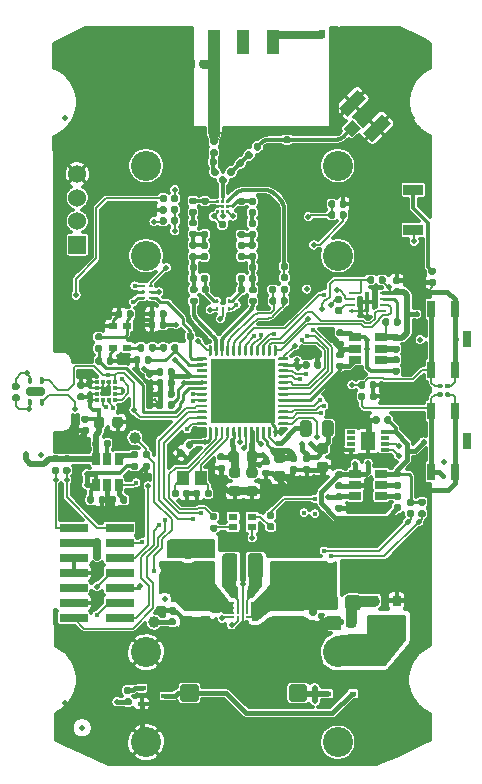
<source format=gtl>
G04 #@! TF.GenerationSoftware,KiCad,Pcbnew,(5.1.6)-1*
G04 #@! TF.CreationDate,2020-06-24T13:46:23+02:00*
G04 #@! TF.ProjectId,ST-Node-V0.1,53542d4e-6f64-4652-9d56-302e312e6b69,rev?*
G04 #@! TF.SameCoordinates,Original*
G04 #@! TF.FileFunction,Copper,L1,Top*
G04 #@! TF.FilePolarity,Positive*
%FSLAX46Y46*%
G04 Gerber Fmt 4.6, Leading zero omitted, Abs format (unit mm)*
G04 Created by KiCad (PCBNEW (5.1.6)-1) date 2020-06-24 13:46:23*
%MOMM*%
%LPD*%
G01*
G04 APERTURE LIST*
G04 #@! TA.AperFunction,ComponentPad*
%ADD10C,2.550000*%
G04 #@! TD*
G04 #@! TA.AperFunction,SMDPad,CuDef*
%ADD11R,1.300000X1.500000*%
G04 #@! TD*
G04 #@! TA.AperFunction,SMDPad,CuDef*
%ADD12R,0.750000X0.300000*%
G04 #@! TD*
G04 #@! TA.AperFunction,SMDPad,CuDef*
%ADD13R,0.350000X0.375000*%
G04 #@! TD*
G04 #@! TA.AperFunction,SMDPad,CuDef*
%ADD14R,0.375000X0.350000*%
G04 #@! TD*
G04 #@! TA.AperFunction,SMDPad,CuDef*
%ADD15C,0.100000*%
G04 #@! TD*
G04 #@! TA.AperFunction,SMDPad,CuDef*
%ADD16R,0.600000X0.450000*%
G04 #@! TD*
G04 #@! TA.AperFunction,SMDPad,CuDef*
%ADD17R,0.800000X0.900000*%
G04 #@! TD*
G04 #@! TA.AperFunction,SMDPad,CuDef*
%ADD18R,0.700000X0.450000*%
G04 #@! TD*
G04 #@! TA.AperFunction,SMDPad,CuDef*
%ADD19C,1.000000*%
G04 #@! TD*
G04 #@! TA.AperFunction,SMDPad,CuDef*
%ADD20R,0.650000X1.060000*%
G04 #@! TD*
G04 #@! TA.AperFunction,SMDPad,CuDef*
%ADD21R,1.060000X0.650000*%
G04 #@! TD*
G04 #@! TA.AperFunction,SMDPad,CuDef*
%ADD22C,0.210000*%
G04 #@! TD*
G04 #@! TA.AperFunction,SMDPad,CuDef*
%ADD23R,0.800000X0.550000*%
G04 #@! TD*
G04 #@! TA.AperFunction,SMDPad,CuDef*
%ADD24C,0.500000*%
G04 #@! TD*
G04 #@! TA.AperFunction,SMDPad,CuDef*
%ADD25R,0.700000X1.400000*%
G04 #@! TD*
G04 #@! TA.AperFunction,SMDPad,CuDef*
%ADD26R,0.700000X1.450000*%
G04 #@! TD*
G04 #@! TA.AperFunction,SMDPad,CuDef*
%ADD27R,0.270000X0.330000*%
G04 #@! TD*
G04 #@! TA.AperFunction,SMDPad,CuDef*
%ADD28R,0.330000X0.270000*%
G04 #@! TD*
G04 #@! TA.AperFunction,SMDPad,CuDef*
%ADD29R,0.800000X0.600000*%
G04 #@! TD*
G04 #@! TA.AperFunction,SMDPad,CuDef*
%ADD30R,1.000000X1.250000*%
G04 #@! TD*
G04 #@! TA.AperFunction,SMDPad,CuDef*
%ADD31R,0.300000X1.700000*%
G04 #@! TD*
G04 #@! TA.AperFunction,SMDPad,CuDef*
%ADD32R,0.600000X0.270000*%
G04 #@! TD*
G04 #@! TA.AperFunction,SMDPad,CuDef*
%ADD33R,2.400000X0.740000*%
G04 #@! TD*
G04 #@! TA.AperFunction,SMDPad,CuDef*
%ADD34R,0.500000X0.800000*%
G04 #@! TD*
G04 #@! TA.AperFunction,SMDPad,CuDef*
%ADD35R,1.100000X2.000000*%
G04 #@! TD*
G04 #@! TA.AperFunction,SMDPad,CuDef*
%ADD36R,1.700000X0.900000*%
G04 #@! TD*
G04 #@! TA.AperFunction,SMDPad,CuDef*
%ADD37R,5.450000X5.450000*%
G04 #@! TD*
G04 #@! TA.AperFunction,ComponentPad*
%ADD38R,1.524000X1.524000*%
G04 #@! TD*
G04 #@! TA.AperFunction,ComponentPad*
%ADD39C,1.524000*%
G04 #@! TD*
G04 #@! TA.AperFunction,ViaPad*
%ADD40C,0.500000*%
G04 #@! TD*
G04 #@! TA.AperFunction,ViaPad*
%ADD41C,0.450000*%
G04 #@! TD*
G04 #@! TA.AperFunction,Conductor*
%ADD42C,0.304800*%
G04 #@! TD*
G04 #@! TA.AperFunction,Conductor*
%ADD43C,1.000000*%
G04 #@! TD*
G04 #@! TA.AperFunction,Conductor*
%ADD44C,0.800000*%
G04 #@! TD*
G04 #@! TA.AperFunction,Conductor*
%ADD45C,0.177800*%
G04 #@! TD*
G04 #@! TA.AperFunction,Conductor*
%ADD46C,0.457200*%
G04 #@! TD*
G04 #@! TA.AperFunction,Conductor*
%ADD47C,0.254000*%
G04 #@! TD*
G04 #@! TA.AperFunction,Conductor*
%ADD48C,0.635000*%
G04 #@! TD*
G04 #@! TA.AperFunction,Conductor*
%ADD49C,0.381000*%
G04 #@! TD*
G04 #@! TA.AperFunction,Conductor*
%ADD50C,0.203200*%
G04 #@! TD*
G04 #@! TA.AperFunction,Conductor*
%ADD51C,0.152400*%
G04 #@! TD*
G04 #@! TA.AperFunction,Conductor*
%ADD52C,0.127000*%
G04 #@! TD*
G04 #@! TA.AperFunction,Conductor*
%ADD53C,0.355600*%
G04 #@! TD*
G04 #@! TA.AperFunction,Conductor*
%ADD54C,0.139700*%
G04 #@! TD*
G04 #@! TA.AperFunction,Conductor*
%ADD55C,0.600000*%
G04 #@! TD*
G04 #@! TA.AperFunction,Conductor*
%ADD56C,0.900000*%
G04 #@! TD*
G04 #@! TA.AperFunction,Conductor*
%ADD57C,0.508000*%
G04 #@! TD*
G04 #@! TA.AperFunction,Conductor*
%ADD58C,1.524000*%
G04 #@! TD*
G04 #@! TA.AperFunction,Conductor*
%ADD59C,0.700000*%
G04 #@! TD*
G04 #@! TA.AperFunction,Conductor*
%ADD60C,0.200000*%
G04 #@! TD*
G04 #@! TA.AperFunction,Conductor*
%ADD61C,0.300000*%
G04 #@! TD*
G04 #@! TA.AperFunction,Conductor*
%ADD62C,0.030000*%
G04 #@! TD*
G04 APERTURE END LIST*
G04 #@! TA.AperFunction,SMDPad,CuDef*
G36*
G01*
X137704700Y-104328600D02*
X138049700Y-104328600D01*
G75*
G02*
X138197200Y-104476100I0J-147500D01*
G01*
X138197200Y-104771100D01*
G75*
G02*
X138049700Y-104918600I-147500J0D01*
G01*
X137704700Y-104918600D01*
G75*
G02*
X137557200Y-104771100I0J147500D01*
G01*
X137557200Y-104476100D01*
G75*
G02*
X137704700Y-104328600I147500J0D01*
G01*
G37*
G04 #@! TD.AperFunction*
G04 #@! TA.AperFunction,SMDPad,CuDef*
G36*
G01*
X137704700Y-105298600D02*
X138049700Y-105298600D01*
G75*
G02*
X138197200Y-105446100I0J-147500D01*
G01*
X138197200Y-105741100D01*
G75*
G02*
X138049700Y-105888600I-147500J0D01*
G01*
X137704700Y-105888600D01*
G75*
G02*
X137557200Y-105741100I0J147500D01*
G01*
X137557200Y-105446100D01*
G75*
G02*
X137704700Y-105298600I147500J0D01*
G01*
G37*
G04 #@! TD.AperFunction*
D10*
X147759040Y-121153300D03*
X147759040Y-128773300D03*
X131519040Y-121153300D03*
X131519040Y-128773300D03*
X147759040Y-87589740D03*
X147759040Y-79969740D03*
X131519040Y-87589740D03*
X131519040Y-79969740D03*
D11*
X150320500Y-103276400D03*
D12*
X151770500Y-102526400D03*
X151770500Y-103026400D03*
X151770500Y-103526400D03*
X151770500Y-104026400D03*
X148870500Y-104026400D03*
X148870500Y-103526400D03*
X148870500Y-103026400D03*
X148870500Y-102526400D03*
D13*
X128342200Y-99797100D03*
X127842200Y-99797100D03*
X127842200Y-98272100D03*
X128342200Y-98272100D03*
D14*
X127329700Y-99784600D03*
X128854700Y-99784600D03*
X127329700Y-98284600D03*
X128854700Y-98284600D03*
X127329700Y-98784600D03*
X127329700Y-99284600D03*
X128854700Y-98784600D03*
X128854700Y-99284600D03*
G04 #@! TA.AperFunction,SMDPad,CuDef*
D15*
G36*
X148581207Y-75830491D02*
G01*
X147838744Y-75088028D01*
X149394379Y-73532393D01*
X150136842Y-74274856D01*
X148581207Y-75830491D01*
G37*
G04 #@! TD.AperFunction*
G04 #@! TA.AperFunction,SMDPad,CuDef*
G36*
X148934760Y-77527546D02*
G01*
X148227654Y-76820440D01*
X148970116Y-76077978D01*
X149677222Y-76785084D01*
X148934760Y-77527546D01*
G37*
G04 #@! TD.AperFunction*
G04 #@! TA.AperFunction,SMDPad,CuDef*
G36*
X150667172Y-77916456D02*
G01*
X149924709Y-77173993D01*
X151480344Y-75618358D01*
X152222807Y-76360821D01*
X150667172Y-77916456D01*
G37*
G04 #@! TD.AperFunction*
G04 #@! TA.AperFunction,SMDPad,CuDef*
G36*
G01*
X139824025Y-79855274D02*
X139580073Y-80099225D01*
G75*
G02*
X139371477Y-80099225I-104298J104298D01*
G01*
X139162881Y-79890629D01*
G75*
G02*
X139162881Y-79682033I104298J104298D01*
G01*
X139406833Y-79438081D01*
G75*
G02*
X139615429Y-79438081I104298J-104298D01*
G01*
X139824025Y-79646677D01*
G75*
G02*
X139824025Y-79855273I-104298J-104298D01*
G01*
G37*
G04 #@! TD.AperFunction*
G04 #@! TA.AperFunction,SMDPad,CuDef*
G36*
G01*
X140509919Y-80541168D02*
X140265967Y-80785119D01*
G75*
G02*
X140057371Y-80785119I-104298J104298D01*
G01*
X139848775Y-80576523D01*
G75*
G02*
X139848775Y-80367927I104298J104298D01*
G01*
X140092727Y-80123975D01*
G75*
G02*
X140301323Y-80123975I104298J-104298D01*
G01*
X140509919Y-80332571D01*
G75*
G02*
X140509919Y-80541167I-104298J-104298D01*
G01*
G37*
G04 #@! TD.AperFunction*
G04 #@! TA.AperFunction,SMDPad,CuDef*
G36*
G01*
X138644926Y-80835825D02*
X138400975Y-80591873D01*
G75*
G02*
X138400975Y-80383277I104298J104298D01*
G01*
X138609571Y-80174681D01*
G75*
G02*
X138818167Y-80174681I104298J-104298D01*
G01*
X139062119Y-80418633D01*
G75*
G02*
X139062119Y-80627229I-104298J-104298D01*
G01*
X138853523Y-80835825D01*
G75*
G02*
X138644927Y-80835825I-104298J104298D01*
G01*
G37*
G04 #@! TD.AperFunction*
G04 #@! TA.AperFunction,SMDPad,CuDef*
G36*
G01*
X137959032Y-81521719D02*
X137715081Y-81277767D01*
G75*
G02*
X137715081Y-81069171I104298J104298D01*
G01*
X137923677Y-80860575D01*
G75*
G02*
X138132273Y-80860575I104298J-104298D01*
G01*
X138376225Y-81104527D01*
G75*
G02*
X138376225Y-81313123I-104298J-104298D01*
G01*
X138167629Y-81521719D01*
G75*
G02*
X137959033Y-81521719I-104298J104298D01*
G01*
G37*
G04 #@! TD.AperFunction*
G04 #@! TA.AperFunction,SMDPad,CuDef*
G36*
G01*
X133641600Y-83865500D02*
X133641600Y-83520500D01*
G75*
G02*
X133789100Y-83373000I147500J0D01*
G01*
X134084100Y-83373000D01*
G75*
G02*
X134231600Y-83520500I0J-147500D01*
G01*
X134231600Y-83865500D01*
G75*
G02*
X134084100Y-84013000I-147500J0D01*
G01*
X133789100Y-84013000D01*
G75*
G02*
X133641600Y-83865500I0J147500D01*
G01*
G37*
G04 #@! TD.AperFunction*
G04 #@! TA.AperFunction,SMDPad,CuDef*
G36*
G01*
X132671600Y-83865500D02*
X132671600Y-83520500D01*
G75*
G02*
X132819100Y-83373000I147500J0D01*
G01*
X133114100Y-83373000D01*
G75*
G02*
X133261600Y-83520500I0J-147500D01*
G01*
X133261600Y-83865500D01*
G75*
G02*
X133114100Y-84013000I-147500J0D01*
G01*
X132819100Y-84013000D01*
G75*
G02*
X132671600Y-83865500I0J147500D01*
G01*
G37*
G04 #@! TD.AperFunction*
G04 #@! TA.AperFunction,SMDPad,CuDef*
G36*
G01*
X147534000Y-83037900D02*
X147534000Y-83382900D01*
G75*
G02*
X147386500Y-83530400I-147500J0D01*
G01*
X147091500Y-83530400D01*
G75*
G02*
X146944000Y-83382900I0J147500D01*
G01*
X146944000Y-83037900D01*
G75*
G02*
X147091500Y-82890400I147500J0D01*
G01*
X147386500Y-82890400D01*
G75*
G02*
X147534000Y-83037900I0J-147500D01*
G01*
G37*
G04 #@! TD.AperFunction*
G04 #@! TA.AperFunction,SMDPad,CuDef*
G36*
G01*
X148504000Y-83037900D02*
X148504000Y-83382900D01*
G75*
G02*
X148356500Y-83530400I-147500J0D01*
G01*
X148061500Y-83530400D01*
G75*
G02*
X147914000Y-83382900I0J147500D01*
G01*
X147914000Y-83037900D01*
G75*
G02*
X148061500Y-82890400I147500J0D01*
G01*
X148356500Y-82890400D01*
G75*
G02*
X148504000Y-83037900I0J-147500D01*
G01*
G37*
G04 #@! TD.AperFunction*
G04 #@! TA.AperFunction,SMDPad,CuDef*
G36*
G01*
X142573950Y-105814200D02*
X143086450Y-105814200D01*
G75*
G02*
X143305200Y-106032950I0J-218750D01*
G01*
X143305200Y-106470450D01*
G75*
G02*
X143086450Y-106689200I-218750J0D01*
G01*
X142573950Y-106689200D01*
G75*
G02*
X142355200Y-106470450I0J218750D01*
G01*
X142355200Y-106032950D01*
G75*
G02*
X142573950Y-105814200I218750J0D01*
G01*
G37*
G04 #@! TD.AperFunction*
G04 #@! TA.AperFunction,SMDPad,CuDef*
G36*
G01*
X142573950Y-104239200D02*
X143086450Y-104239200D01*
G75*
G02*
X143305200Y-104457950I0J-218750D01*
G01*
X143305200Y-104895450D01*
G75*
G02*
X143086450Y-105114200I-218750J0D01*
G01*
X142573950Y-105114200D01*
G75*
G02*
X142355200Y-104895450I0J218750D01*
G01*
X142355200Y-104457950D01*
G75*
G02*
X142573950Y-104239200I218750J0D01*
G01*
G37*
G04 #@! TD.AperFunction*
G04 #@! TA.AperFunction,SMDPad,CuDef*
G36*
G01*
X146206150Y-105052200D02*
X146718650Y-105052200D01*
G75*
G02*
X146937400Y-105270950I0J-218750D01*
G01*
X146937400Y-105708450D01*
G75*
G02*
X146718650Y-105927200I-218750J0D01*
G01*
X146206150Y-105927200D01*
G75*
G02*
X145987400Y-105708450I0J218750D01*
G01*
X145987400Y-105270950D01*
G75*
G02*
X146206150Y-105052200I218750J0D01*
G01*
G37*
G04 #@! TD.AperFunction*
G04 #@! TA.AperFunction,SMDPad,CuDef*
G36*
G01*
X146206150Y-103477200D02*
X146718650Y-103477200D01*
G75*
G02*
X146937400Y-103695950I0J-218750D01*
G01*
X146937400Y-104133450D01*
G75*
G02*
X146718650Y-104352200I-218750J0D01*
G01*
X146206150Y-104352200D01*
G75*
G02*
X145987400Y-104133450I0J218750D01*
G01*
X145987400Y-103695950D01*
G75*
G02*
X146206150Y-103477200I218750J0D01*
G01*
G37*
G04 #@! TD.AperFunction*
G04 #@! TA.AperFunction,SMDPad,CuDef*
G36*
G01*
X132296400Y-93274100D02*
X132296400Y-93619100D01*
G75*
G02*
X132148900Y-93766600I-147500J0D01*
G01*
X131853900Y-93766600D01*
G75*
G02*
X131706400Y-93619100I0J147500D01*
G01*
X131706400Y-93274100D01*
G75*
G02*
X131853900Y-93126600I147500J0D01*
G01*
X132148900Y-93126600D01*
G75*
G02*
X132296400Y-93274100I0J-147500D01*
G01*
G37*
G04 #@! TD.AperFunction*
G04 #@! TA.AperFunction,SMDPad,CuDef*
G36*
G01*
X133266400Y-93274100D02*
X133266400Y-93619100D01*
G75*
G02*
X133118900Y-93766600I-147500J0D01*
G01*
X132823900Y-93766600D01*
G75*
G02*
X132676400Y-93619100I0J147500D01*
G01*
X132676400Y-93274100D01*
G75*
G02*
X132823900Y-93126600I147500J0D01*
G01*
X133118900Y-93126600D01*
G75*
G02*
X133266400Y-93274100I0J-147500D01*
G01*
G37*
G04 #@! TD.AperFunction*
G04 #@! TA.AperFunction,SMDPad,CuDef*
G36*
G01*
X142530060Y-88328720D02*
X142530060Y-88673720D01*
G75*
G02*
X142382560Y-88821220I-147500J0D01*
G01*
X142087560Y-88821220D01*
G75*
G02*
X141940060Y-88673720I0J147500D01*
G01*
X141940060Y-88328720D01*
G75*
G02*
X142087560Y-88181220I147500J0D01*
G01*
X142382560Y-88181220D01*
G75*
G02*
X142530060Y-88328720I0J-147500D01*
G01*
G37*
G04 #@! TD.AperFunction*
G04 #@! TA.AperFunction,SMDPad,CuDef*
G36*
G01*
X143500060Y-88328720D02*
X143500060Y-88673720D01*
G75*
G02*
X143352560Y-88821220I-147500J0D01*
G01*
X143057560Y-88821220D01*
G75*
G02*
X142910060Y-88673720I0J147500D01*
G01*
X142910060Y-88328720D01*
G75*
G02*
X143057560Y-88181220I147500J0D01*
G01*
X143352560Y-88181220D01*
G75*
G02*
X143500060Y-88328720I0J-147500D01*
G01*
G37*
G04 #@! TD.AperFunction*
G04 #@! TA.AperFunction,SMDPad,CuDef*
G36*
G01*
X132676400Y-92679300D02*
X132676400Y-92334300D01*
G75*
G02*
X132823900Y-92186800I147500J0D01*
G01*
X133118900Y-92186800D01*
G75*
G02*
X133266400Y-92334300I0J-147500D01*
G01*
X133266400Y-92679300D01*
G75*
G02*
X133118900Y-92826800I-147500J0D01*
G01*
X132823900Y-92826800D01*
G75*
G02*
X132676400Y-92679300I0J147500D01*
G01*
G37*
G04 #@! TD.AperFunction*
G04 #@! TA.AperFunction,SMDPad,CuDef*
G36*
G01*
X131706400Y-92679300D02*
X131706400Y-92334300D01*
G75*
G02*
X131853900Y-92186800I147500J0D01*
G01*
X132148900Y-92186800D01*
G75*
G02*
X132296400Y-92334300I0J-147500D01*
G01*
X132296400Y-92679300D01*
G75*
G02*
X132148900Y-92826800I-147500J0D01*
G01*
X131853900Y-92826800D01*
G75*
G02*
X131706400Y-92679300I0J147500D01*
G01*
G37*
G04 #@! TD.AperFunction*
G04 #@! TA.AperFunction,SMDPad,CuDef*
G36*
G01*
X143412500Y-89751400D02*
X143067500Y-89751400D01*
G75*
G02*
X142920000Y-89603900I0J147500D01*
G01*
X142920000Y-89308900D01*
G75*
G02*
X143067500Y-89161400I147500J0D01*
G01*
X143412500Y-89161400D01*
G75*
G02*
X143560000Y-89308900I0J-147500D01*
G01*
X143560000Y-89603900D01*
G75*
G02*
X143412500Y-89751400I-147500J0D01*
G01*
G37*
G04 #@! TD.AperFunction*
G04 #@! TA.AperFunction,SMDPad,CuDef*
G36*
G01*
X143412500Y-90721400D02*
X143067500Y-90721400D01*
G75*
G02*
X142920000Y-90573900I0J147500D01*
G01*
X142920000Y-90278900D01*
G75*
G02*
X143067500Y-90131400I147500J0D01*
G01*
X143412500Y-90131400D01*
G75*
G02*
X143560000Y-90278900I0J-147500D01*
G01*
X143560000Y-90573900D01*
G75*
G02*
X143412500Y-90721400I-147500J0D01*
G01*
G37*
G04 #@! TD.AperFunction*
G04 #@! TA.AperFunction,SMDPad,CuDef*
G36*
G01*
X138763950Y-107084200D02*
X139276450Y-107084200D01*
G75*
G02*
X139495200Y-107302950I0J-218750D01*
G01*
X139495200Y-107740450D01*
G75*
G02*
X139276450Y-107959200I-218750J0D01*
G01*
X138763950Y-107959200D01*
G75*
G02*
X138545200Y-107740450I0J218750D01*
G01*
X138545200Y-107302950D01*
G75*
G02*
X138763950Y-107084200I218750J0D01*
G01*
G37*
G04 #@! TD.AperFunction*
G04 #@! TA.AperFunction,SMDPad,CuDef*
G36*
G01*
X138763950Y-105509200D02*
X139276450Y-105509200D01*
G75*
G02*
X139495200Y-105727950I0J-218750D01*
G01*
X139495200Y-106165450D01*
G75*
G02*
X139276450Y-106384200I-218750J0D01*
G01*
X138763950Y-106384200D01*
G75*
G02*
X138545200Y-106165450I0J218750D01*
G01*
X138545200Y-105727950D01*
G75*
G02*
X138763950Y-105509200I218750J0D01*
G01*
G37*
G04 #@! TD.AperFunction*
G04 #@! TA.AperFunction,SMDPad,CuDef*
G36*
G01*
X140237150Y-107084200D02*
X140749650Y-107084200D01*
G75*
G02*
X140968400Y-107302950I0J-218750D01*
G01*
X140968400Y-107740450D01*
G75*
G02*
X140749650Y-107959200I-218750J0D01*
G01*
X140237150Y-107959200D01*
G75*
G02*
X140018400Y-107740450I0J218750D01*
G01*
X140018400Y-107302950D01*
G75*
G02*
X140237150Y-107084200I218750J0D01*
G01*
G37*
G04 #@! TD.AperFunction*
G04 #@! TA.AperFunction,SMDPad,CuDef*
G36*
G01*
X140237150Y-105509200D02*
X140749650Y-105509200D01*
G75*
G02*
X140968400Y-105727950I0J-218750D01*
G01*
X140968400Y-106165450D01*
G75*
G02*
X140749650Y-106384200I-218750J0D01*
G01*
X140237150Y-106384200D01*
G75*
G02*
X140018400Y-106165450I0J218750D01*
G01*
X140018400Y-105727950D01*
G75*
G02*
X140237150Y-105509200I218750J0D01*
G01*
G37*
G04 #@! TD.AperFunction*
G04 #@! TA.AperFunction,SMDPad,CuDef*
G36*
G01*
X150079700Y-99319300D02*
X150079700Y-99664300D01*
G75*
G02*
X149932200Y-99811800I-147500J0D01*
G01*
X149637200Y-99811800D01*
G75*
G02*
X149489700Y-99664300I0J147500D01*
G01*
X149489700Y-99319300D01*
G75*
G02*
X149637200Y-99171800I147500J0D01*
G01*
X149932200Y-99171800D01*
G75*
G02*
X150079700Y-99319300I0J-147500D01*
G01*
G37*
G04 #@! TD.AperFunction*
G04 #@! TA.AperFunction,SMDPad,CuDef*
G36*
G01*
X151049700Y-99319300D02*
X151049700Y-99664300D01*
G75*
G02*
X150902200Y-99811800I-147500J0D01*
G01*
X150607200Y-99811800D01*
G75*
G02*
X150459700Y-99664300I0J147500D01*
G01*
X150459700Y-99319300D01*
G75*
G02*
X150607200Y-99171800I147500J0D01*
G01*
X150902200Y-99171800D01*
G75*
G02*
X151049700Y-99319300I0J-147500D01*
G01*
G37*
G04 #@! TD.AperFunction*
G04 #@! TA.AperFunction,SMDPad,CuDef*
G36*
G01*
X120325100Y-99326200D02*
X120670100Y-99326200D01*
G75*
G02*
X120817600Y-99473700I0J-147500D01*
G01*
X120817600Y-99768700D01*
G75*
G02*
X120670100Y-99916200I-147500J0D01*
G01*
X120325100Y-99916200D01*
G75*
G02*
X120177600Y-99768700I0J147500D01*
G01*
X120177600Y-99473700D01*
G75*
G02*
X120325100Y-99326200I147500J0D01*
G01*
G37*
G04 #@! TD.AperFunction*
G04 #@! TA.AperFunction,SMDPad,CuDef*
G36*
G01*
X120325100Y-98356200D02*
X120670100Y-98356200D01*
G75*
G02*
X120817600Y-98503700I0J-147500D01*
G01*
X120817600Y-98798700D01*
G75*
G02*
X120670100Y-98946200I-147500J0D01*
G01*
X120325100Y-98946200D01*
G75*
G02*
X120177600Y-98798700I0J147500D01*
G01*
X120177600Y-98503700D01*
G75*
G02*
X120325100Y-98356200I147500J0D01*
G01*
G37*
G04 #@! TD.AperFunction*
G04 #@! TA.AperFunction,SMDPad,CuDef*
G36*
G01*
X151691600Y-101670900D02*
X151691600Y-101325900D01*
G75*
G02*
X151839100Y-101178400I147500J0D01*
G01*
X152134100Y-101178400D01*
G75*
G02*
X152281600Y-101325900I0J-147500D01*
G01*
X152281600Y-101670900D01*
G75*
G02*
X152134100Y-101818400I-147500J0D01*
G01*
X151839100Y-101818400D01*
G75*
G02*
X151691600Y-101670900I0J147500D01*
G01*
G37*
G04 #@! TD.AperFunction*
G04 #@! TA.AperFunction,SMDPad,CuDef*
G36*
G01*
X150721600Y-101670900D02*
X150721600Y-101325900D01*
G75*
G02*
X150869100Y-101178400I147500J0D01*
G01*
X151164100Y-101178400D01*
G75*
G02*
X151311600Y-101325900I0J-147500D01*
G01*
X151311600Y-101670900D01*
G75*
G02*
X151164100Y-101818400I-147500J0D01*
G01*
X150869100Y-101818400D01*
G75*
G02*
X150721600Y-101670900I0J147500D01*
G01*
G37*
G04 #@! TD.AperFunction*
G04 #@! TA.AperFunction,SMDPad,CuDef*
G36*
G01*
X126537500Y-101714800D02*
X126192500Y-101714800D01*
G75*
G02*
X126045000Y-101567300I0J147500D01*
G01*
X126045000Y-101272300D01*
G75*
G02*
X126192500Y-101124800I147500J0D01*
G01*
X126537500Y-101124800D01*
G75*
G02*
X126685000Y-101272300I0J-147500D01*
G01*
X126685000Y-101567300D01*
G75*
G02*
X126537500Y-101714800I-147500J0D01*
G01*
G37*
G04 #@! TD.AperFunction*
G04 #@! TA.AperFunction,SMDPad,CuDef*
G36*
G01*
X126537500Y-102684800D02*
X126192500Y-102684800D01*
G75*
G02*
X126045000Y-102537300I0J147500D01*
G01*
X126045000Y-102242300D01*
G75*
G02*
X126192500Y-102094800I147500J0D01*
G01*
X126537500Y-102094800D01*
G75*
G02*
X126685000Y-102242300I0J-147500D01*
G01*
X126685000Y-102537300D01*
G75*
G02*
X126537500Y-102684800I-147500J0D01*
G01*
G37*
G04 #@! TD.AperFunction*
G04 #@! TA.AperFunction,SMDPad,CuDef*
G36*
G01*
X152583100Y-89390000D02*
X152928100Y-89390000D01*
G75*
G02*
X153075600Y-89537500I0J-147500D01*
G01*
X153075600Y-89832500D01*
G75*
G02*
X152928100Y-89980000I-147500J0D01*
G01*
X152583100Y-89980000D01*
G75*
G02*
X152435600Y-89832500I0J147500D01*
G01*
X152435600Y-89537500D01*
G75*
G02*
X152583100Y-89390000I147500J0D01*
G01*
G37*
G04 #@! TD.AperFunction*
G04 #@! TA.AperFunction,SMDPad,CuDef*
G36*
G01*
X152583100Y-90360000D02*
X152928100Y-90360000D01*
G75*
G02*
X153075600Y-90507500I0J-147500D01*
G01*
X153075600Y-90802500D01*
G75*
G02*
X152928100Y-90950000I-147500J0D01*
G01*
X152583100Y-90950000D01*
G75*
G02*
X152435600Y-90802500I0J147500D01*
G01*
X152435600Y-90507500D01*
G75*
G02*
X152583100Y-90360000I147500J0D01*
G01*
G37*
G04 #@! TD.AperFunction*
G04 #@! TA.AperFunction,SMDPad,CuDef*
G36*
G01*
X125836900Y-99224600D02*
X126181900Y-99224600D01*
G75*
G02*
X126329400Y-99372100I0J-147500D01*
G01*
X126329400Y-99667100D01*
G75*
G02*
X126181900Y-99814600I-147500J0D01*
G01*
X125836900Y-99814600D01*
G75*
G02*
X125689400Y-99667100I0J147500D01*
G01*
X125689400Y-99372100D01*
G75*
G02*
X125836900Y-99224600I147500J0D01*
G01*
G37*
G04 #@! TD.AperFunction*
G04 #@! TA.AperFunction,SMDPad,CuDef*
G36*
G01*
X125836900Y-98254600D02*
X126181900Y-98254600D01*
G75*
G02*
X126329400Y-98402100I0J-147500D01*
G01*
X126329400Y-98697100D01*
G75*
G02*
X126181900Y-98844600I-147500J0D01*
G01*
X125836900Y-98844600D01*
G75*
G02*
X125689400Y-98697100I0J147500D01*
G01*
X125689400Y-98402100D01*
G75*
G02*
X125836900Y-98254600I147500J0D01*
G01*
G37*
G04 #@! TD.AperFunction*
G04 #@! TA.AperFunction,SMDPad,CuDef*
G36*
G01*
X146857000Y-118874250D02*
X146857000Y-118361750D01*
G75*
G02*
X147075750Y-118143000I218750J0D01*
G01*
X147513250Y-118143000D01*
G75*
G02*
X147732000Y-118361750I0J-218750D01*
G01*
X147732000Y-118874250D01*
G75*
G02*
X147513250Y-119093000I-218750J0D01*
G01*
X147075750Y-119093000D01*
G75*
G02*
X146857000Y-118874250I0J218750D01*
G01*
G37*
G04 #@! TD.AperFunction*
G04 #@! TA.AperFunction,SMDPad,CuDef*
G36*
G01*
X148432000Y-118874250D02*
X148432000Y-118361750D01*
G75*
G02*
X148650750Y-118143000I218750J0D01*
G01*
X149088250Y-118143000D01*
G75*
G02*
X149307000Y-118361750I0J-218750D01*
G01*
X149307000Y-118874250D01*
G75*
G02*
X149088250Y-119093000I-218750J0D01*
G01*
X148650750Y-119093000D01*
G75*
G02*
X148432000Y-118874250I0J218750D01*
G01*
G37*
G04 #@! TD.AperFunction*
G04 #@! TA.AperFunction,SMDPad,CuDef*
G36*
G01*
X130703100Y-105707400D02*
X130358100Y-105707400D01*
G75*
G02*
X130210600Y-105559900I0J147500D01*
G01*
X130210600Y-105264900D01*
G75*
G02*
X130358100Y-105117400I147500J0D01*
G01*
X130703100Y-105117400D01*
G75*
G02*
X130850600Y-105264900I0J-147500D01*
G01*
X130850600Y-105559900D01*
G75*
G02*
X130703100Y-105707400I-147500J0D01*
G01*
G37*
G04 #@! TD.AperFunction*
G04 #@! TA.AperFunction,SMDPad,CuDef*
G36*
G01*
X130703100Y-104737400D02*
X130358100Y-104737400D01*
G75*
G02*
X130210600Y-104589900I0J147500D01*
G01*
X130210600Y-104294900D01*
G75*
G02*
X130358100Y-104147400I147500J0D01*
G01*
X130703100Y-104147400D01*
G75*
G02*
X130850600Y-104294900I0J-147500D01*
G01*
X130850600Y-104589900D01*
G75*
G02*
X130703100Y-104737400I-147500J0D01*
G01*
G37*
G04 #@! TD.AperFunction*
G04 #@! TA.AperFunction,SMDPad,CuDef*
G36*
G01*
X147773100Y-94779600D02*
X148118100Y-94779600D01*
G75*
G02*
X148265600Y-94927100I0J-147500D01*
G01*
X148265600Y-95222100D01*
G75*
G02*
X148118100Y-95369600I-147500J0D01*
G01*
X147773100Y-95369600D01*
G75*
G02*
X147625600Y-95222100I0J147500D01*
G01*
X147625600Y-94927100D01*
G75*
G02*
X147773100Y-94779600I147500J0D01*
G01*
G37*
G04 #@! TD.AperFunction*
G04 #@! TA.AperFunction,SMDPad,CuDef*
G36*
G01*
X147773100Y-93809600D02*
X148118100Y-93809600D01*
G75*
G02*
X148265600Y-93957100I0J-147500D01*
G01*
X148265600Y-94252100D01*
G75*
G02*
X148118100Y-94399600I-147500J0D01*
G01*
X147773100Y-94399600D01*
G75*
G02*
X147625600Y-94252100I0J147500D01*
G01*
X147625600Y-93957100D01*
G75*
G02*
X147773100Y-93809600I147500J0D01*
G01*
G37*
G04 #@! TD.AperFunction*
G04 #@! TA.AperFunction,SMDPad,CuDef*
G36*
G01*
X152862820Y-97665760D02*
X152517820Y-97665760D01*
G75*
G02*
X152370320Y-97518260I0J147500D01*
G01*
X152370320Y-97223260D01*
G75*
G02*
X152517820Y-97075760I147500J0D01*
G01*
X152862820Y-97075760D01*
G75*
G02*
X153010320Y-97223260I0J-147500D01*
G01*
X153010320Y-97518260D01*
G75*
G02*
X152862820Y-97665760I-147500J0D01*
G01*
G37*
G04 #@! TD.AperFunction*
G04 #@! TA.AperFunction,SMDPad,CuDef*
G36*
G01*
X152862820Y-96695760D02*
X152517820Y-96695760D01*
G75*
G02*
X152370320Y-96548260I0J147500D01*
G01*
X152370320Y-96253260D01*
G75*
G02*
X152517820Y-96105760I147500J0D01*
G01*
X152862820Y-96105760D01*
G75*
G02*
X153010320Y-96253260I0J-147500D01*
G01*
X153010320Y-96548260D01*
G75*
G02*
X152862820Y-96695760I-147500J0D01*
G01*
G37*
G04 #@! TD.AperFunction*
G04 #@! TA.AperFunction,SMDPad,CuDef*
G36*
G01*
X131374100Y-105117400D02*
X131719100Y-105117400D01*
G75*
G02*
X131866600Y-105264900I0J-147500D01*
G01*
X131866600Y-105559900D01*
G75*
G02*
X131719100Y-105707400I-147500J0D01*
G01*
X131374100Y-105707400D01*
G75*
G02*
X131226600Y-105559900I0J147500D01*
G01*
X131226600Y-105264900D01*
G75*
G02*
X131374100Y-105117400I147500J0D01*
G01*
G37*
G04 #@! TD.AperFunction*
G04 #@! TA.AperFunction,SMDPad,CuDef*
G36*
G01*
X131374100Y-104147400D02*
X131719100Y-104147400D01*
G75*
G02*
X131866600Y-104294900I0J-147500D01*
G01*
X131866600Y-104589900D01*
G75*
G02*
X131719100Y-104737400I-147500J0D01*
G01*
X131374100Y-104737400D01*
G75*
G02*
X131226600Y-104589900I0J147500D01*
G01*
X131226600Y-104294900D01*
G75*
G02*
X131374100Y-104147400I147500J0D01*
G01*
G37*
G04 #@! TD.AperFunction*
G04 #@! TA.AperFunction,SMDPad,CuDef*
G36*
G01*
X152969500Y-109227700D02*
X152624500Y-109227700D01*
G75*
G02*
X152477000Y-109080200I0J147500D01*
G01*
X152477000Y-108785200D01*
G75*
G02*
X152624500Y-108637700I147500J0D01*
G01*
X152969500Y-108637700D01*
G75*
G02*
X153117000Y-108785200I0J-147500D01*
G01*
X153117000Y-109080200D01*
G75*
G02*
X152969500Y-109227700I-147500J0D01*
G01*
G37*
G04 #@! TD.AperFunction*
G04 #@! TA.AperFunction,SMDPad,CuDef*
G36*
G01*
X152969500Y-108257700D02*
X152624500Y-108257700D01*
G75*
G02*
X152477000Y-108110200I0J147500D01*
G01*
X152477000Y-107815200D01*
G75*
G02*
X152624500Y-107667700I147500J0D01*
G01*
X152969500Y-107667700D01*
G75*
G02*
X153117000Y-107815200I0J-147500D01*
G01*
X153117000Y-108110200D01*
G75*
G02*
X152969500Y-108257700I-147500J0D01*
G01*
G37*
G04 #@! TD.AperFunction*
G04 #@! TA.AperFunction,SMDPad,CuDef*
G36*
G01*
X128910000Y-92704700D02*
X128910000Y-92359700D01*
G75*
G02*
X129057500Y-92212200I147500J0D01*
G01*
X129352500Y-92212200D01*
G75*
G02*
X129500000Y-92359700I0J-147500D01*
G01*
X129500000Y-92704700D01*
G75*
G02*
X129352500Y-92852200I-147500J0D01*
G01*
X129057500Y-92852200D01*
G75*
G02*
X128910000Y-92704700I0J147500D01*
G01*
G37*
G04 #@! TD.AperFunction*
G04 #@! TA.AperFunction,SMDPad,CuDef*
G36*
G01*
X129880000Y-92704700D02*
X129880000Y-92359700D01*
G75*
G02*
X130027500Y-92212200I147500J0D01*
G01*
X130322500Y-92212200D01*
G75*
G02*
X130470000Y-92359700I0J-147500D01*
G01*
X130470000Y-92704700D01*
G75*
G02*
X130322500Y-92852200I-147500J0D01*
G01*
X130027500Y-92852200D01*
G75*
G02*
X129880000Y-92704700I0J147500D01*
G01*
G37*
G04 #@! TD.AperFunction*
G04 #@! TA.AperFunction,SMDPad,CuDef*
G36*
G01*
X133667000Y-95549500D02*
X133667000Y-95204500D01*
G75*
G02*
X133814500Y-95057000I147500J0D01*
G01*
X134109500Y-95057000D01*
G75*
G02*
X134257000Y-95204500I0J-147500D01*
G01*
X134257000Y-95549500D01*
G75*
G02*
X134109500Y-95697000I-147500J0D01*
G01*
X133814500Y-95697000D01*
G75*
G02*
X133667000Y-95549500I0J147500D01*
G01*
G37*
G04 #@! TD.AperFunction*
G04 #@! TA.AperFunction,SMDPad,CuDef*
G36*
G01*
X132697000Y-95549500D02*
X132697000Y-95204500D01*
G75*
G02*
X132844500Y-95057000I147500J0D01*
G01*
X133139500Y-95057000D01*
G75*
G02*
X133287000Y-95204500I0J-147500D01*
G01*
X133287000Y-95549500D01*
G75*
G02*
X133139500Y-95697000I-147500J0D01*
G01*
X132844500Y-95697000D01*
G75*
G02*
X132697000Y-95549500I0J147500D01*
G01*
G37*
G04 #@! TD.AperFunction*
G04 #@! TA.AperFunction,SMDPad,CuDef*
G36*
G01*
X134277600Y-107548900D02*
X134277600Y-107893900D01*
G75*
G02*
X134130100Y-108041400I-147500J0D01*
G01*
X133835100Y-108041400D01*
G75*
G02*
X133687600Y-107893900I0J147500D01*
G01*
X133687600Y-107548900D01*
G75*
G02*
X133835100Y-107401400I147500J0D01*
G01*
X134130100Y-107401400D01*
G75*
G02*
X134277600Y-107548900I0J-147500D01*
G01*
G37*
G04 #@! TD.AperFunction*
G04 #@! TA.AperFunction,SMDPad,CuDef*
G36*
G01*
X135247600Y-107548900D02*
X135247600Y-107893900D01*
G75*
G02*
X135100100Y-108041400I-147500J0D01*
G01*
X134805100Y-108041400D01*
G75*
G02*
X134657600Y-107893900I0J147500D01*
G01*
X134657600Y-107548900D01*
G75*
G02*
X134805100Y-107401400I147500J0D01*
G01*
X135100100Y-107401400D01*
G75*
G02*
X135247600Y-107548900I0J-147500D01*
G01*
G37*
G04 #@! TD.AperFunction*
G04 #@! TA.AperFunction,SMDPad,CuDef*
G36*
G01*
X142067500Y-89199500D02*
X142412500Y-89199500D01*
G75*
G02*
X142560000Y-89347000I0J-147500D01*
G01*
X142560000Y-89642000D01*
G75*
G02*
X142412500Y-89789500I-147500J0D01*
G01*
X142067500Y-89789500D01*
G75*
G02*
X141920000Y-89642000I0J147500D01*
G01*
X141920000Y-89347000D01*
G75*
G02*
X142067500Y-89199500I147500J0D01*
G01*
G37*
G04 #@! TD.AperFunction*
G04 #@! TA.AperFunction,SMDPad,CuDef*
G36*
G01*
X142067500Y-90169500D02*
X142412500Y-90169500D01*
G75*
G02*
X142560000Y-90317000I0J-147500D01*
G01*
X142560000Y-90612000D01*
G75*
G02*
X142412500Y-90759500I-147500J0D01*
G01*
X142067500Y-90759500D01*
G75*
G02*
X141920000Y-90612000I0J147500D01*
G01*
X141920000Y-90317000D01*
G75*
G02*
X142067500Y-90169500I147500J0D01*
G01*
G37*
G04 #@! TD.AperFunction*
G04 #@! TA.AperFunction,SMDPad,CuDef*
G36*
G01*
X136486400Y-107893900D02*
X136486400Y-107548900D01*
G75*
G02*
X136633900Y-107401400I147500J0D01*
G01*
X136928900Y-107401400D01*
G75*
G02*
X137076400Y-107548900I0J-147500D01*
G01*
X137076400Y-107893900D01*
G75*
G02*
X136928900Y-108041400I-147500J0D01*
G01*
X136633900Y-108041400D01*
G75*
G02*
X136486400Y-107893900I0J147500D01*
G01*
G37*
G04 #@! TD.AperFunction*
G04 #@! TA.AperFunction,SMDPad,CuDef*
G36*
G01*
X135516400Y-107893900D02*
X135516400Y-107548900D01*
G75*
G02*
X135663900Y-107401400I147500J0D01*
G01*
X135958900Y-107401400D01*
G75*
G02*
X136106400Y-107548900I0J-147500D01*
G01*
X136106400Y-107893900D01*
G75*
G02*
X135958900Y-108041400I-147500J0D01*
G01*
X135663900Y-108041400D01*
G75*
G02*
X135516400Y-107893900I0J147500D01*
G01*
G37*
G04 #@! TD.AperFunction*
G04 #@! TA.AperFunction,SMDPad,CuDef*
G36*
G01*
X150077300Y-98366800D02*
X150077300Y-98711800D01*
G75*
G02*
X149929800Y-98859300I-147500J0D01*
G01*
X149634800Y-98859300D01*
G75*
G02*
X149487300Y-98711800I0J147500D01*
G01*
X149487300Y-98366800D01*
G75*
G02*
X149634800Y-98219300I147500J0D01*
G01*
X149929800Y-98219300D01*
G75*
G02*
X150077300Y-98366800I0J-147500D01*
G01*
G37*
G04 #@! TD.AperFunction*
G04 #@! TA.AperFunction,SMDPad,CuDef*
G36*
G01*
X151047300Y-98366800D02*
X151047300Y-98711800D01*
G75*
G02*
X150899800Y-98859300I-147500J0D01*
G01*
X150604800Y-98859300D01*
G75*
G02*
X150457300Y-98711800I0J147500D01*
G01*
X150457300Y-98366800D01*
G75*
G02*
X150604800Y-98219300I147500J0D01*
G01*
X150899800Y-98219300D01*
G75*
G02*
X151047300Y-98366800I0J-147500D01*
G01*
G37*
G04 #@! TD.AperFunction*
G04 #@! TA.AperFunction,SMDPad,CuDef*
G36*
G01*
X137797000Y-90289600D02*
X137797000Y-90634600D01*
G75*
G02*
X137649500Y-90782100I-147500J0D01*
G01*
X137354500Y-90782100D01*
G75*
G02*
X137207000Y-90634600I0J147500D01*
G01*
X137207000Y-90289600D01*
G75*
G02*
X137354500Y-90142100I147500J0D01*
G01*
X137649500Y-90142100D01*
G75*
G02*
X137797000Y-90289600I0J-147500D01*
G01*
G37*
G04 #@! TD.AperFunction*
G04 #@! TA.AperFunction,SMDPad,CuDef*
G36*
G01*
X136827000Y-90289600D02*
X136827000Y-90634600D01*
G75*
G02*
X136679500Y-90782100I-147500J0D01*
G01*
X136384500Y-90782100D01*
G75*
G02*
X136237000Y-90634600I0J147500D01*
G01*
X136237000Y-90289600D01*
G75*
G02*
X136384500Y-90142100I147500J0D01*
G01*
X136679500Y-90142100D01*
G75*
G02*
X136827000Y-90289600I0J-147500D01*
G01*
G37*
G04 #@! TD.AperFunction*
G04 #@! TA.AperFunction,SMDPad,CuDef*
G36*
G01*
X138922500Y-90289600D02*
X138922500Y-90634600D01*
G75*
G02*
X138775000Y-90782100I-147500J0D01*
G01*
X138480000Y-90782100D01*
G75*
G02*
X138332500Y-90634600I0J147500D01*
G01*
X138332500Y-90289600D01*
G75*
G02*
X138480000Y-90142100I147500J0D01*
G01*
X138775000Y-90142100D01*
G75*
G02*
X138922500Y-90289600I0J-147500D01*
G01*
G37*
G04 #@! TD.AperFunction*
G04 #@! TA.AperFunction,SMDPad,CuDef*
G36*
G01*
X139892500Y-90289600D02*
X139892500Y-90634600D01*
G75*
G02*
X139745000Y-90782100I-147500J0D01*
G01*
X139450000Y-90782100D01*
G75*
G02*
X139302500Y-90634600I0J147500D01*
G01*
X139302500Y-90289600D01*
G75*
G02*
X139450000Y-90142100I147500J0D01*
G01*
X139745000Y-90142100D01*
G75*
G02*
X139892500Y-90289600I0J-147500D01*
G01*
G37*
G04 #@! TD.AperFunction*
G04 #@! TA.AperFunction,SMDPad,CuDef*
G36*
G01*
X135811000Y-88422700D02*
X135811000Y-88767700D01*
G75*
G02*
X135663500Y-88915200I-147500J0D01*
G01*
X135368500Y-88915200D01*
G75*
G02*
X135221000Y-88767700I0J147500D01*
G01*
X135221000Y-88422700D01*
G75*
G02*
X135368500Y-88275200I147500J0D01*
G01*
X135663500Y-88275200D01*
G75*
G02*
X135811000Y-88422700I0J-147500D01*
G01*
G37*
G04 #@! TD.AperFunction*
G04 #@! TA.AperFunction,SMDPad,CuDef*
G36*
G01*
X136781000Y-88422700D02*
X136781000Y-88767700D01*
G75*
G02*
X136633500Y-88915200I-147500J0D01*
G01*
X136338500Y-88915200D01*
G75*
G02*
X136191000Y-88767700I0J147500D01*
G01*
X136191000Y-88422700D01*
G75*
G02*
X136338500Y-88275200I147500J0D01*
G01*
X136633500Y-88275200D01*
G75*
G02*
X136781000Y-88422700I0J-147500D01*
G01*
G37*
G04 #@! TD.AperFunction*
G04 #@! TA.AperFunction,SMDPad,CuDef*
G36*
G01*
X140252600Y-88742300D02*
X140252600Y-88397300D01*
G75*
G02*
X140400100Y-88249800I147500J0D01*
G01*
X140695100Y-88249800D01*
G75*
G02*
X140842600Y-88397300I0J-147500D01*
G01*
X140842600Y-88742300D01*
G75*
G02*
X140695100Y-88889800I-147500J0D01*
G01*
X140400100Y-88889800D01*
G75*
G02*
X140252600Y-88742300I0J147500D01*
G01*
G37*
G04 #@! TD.AperFunction*
G04 #@! TA.AperFunction,SMDPad,CuDef*
G36*
G01*
X139282600Y-88742300D02*
X139282600Y-88397300D01*
G75*
G02*
X139430100Y-88249800I147500J0D01*
G01*
X139725100Y-88249800D01*
G75*
G02*
X139872600Y-88397300I0J-147500D01*
G01*
X139872600Y-88742300D01*
G75*
G02*
X139725100Y-88889800I-147500J0D01*
G01*
X139430100Y-88889800D01*
G75*
G02*
X139282600Y-88742300I0J147500D01*
G01*
G37*
G04 #@! TD.AperFunction*
G04 #@! TA.AperFunction,SMDPad,CuDef*
G36*
G01*
X136630700Y-87978200D02*
X136285700Y-87978200D01*
G75*
G02*
X136138200Y-87830700I0J147500D01*
G01*
X136138200Y-87535700D01*
G75*
G02*
X136285700Y-87388200I147500J0D01*
G01*
X136630700Y-87388200D01*
G75*
G02*
X136778200Y-87535700I0J-147500D01*
G01*
X136778200Y-87830700D01*
G75*
G02*
X136630700Y-87978200I-147500J0D01*
G01*
G37*
G04 #@! TD.AperFunction*
G04 #@! TA.AperFunction,SMDPad,CuDef*
G36*
G01*
X136630700Y-87008200D02*
X136285700Y-87008200D01*
G75*
G02*
X136138200Y-86860700I0J147500D01*
G01*
X136138200Y-86565700D01*
G75*
G02*
X136285700Y-86418200I147500J0D01*
G01*
X136630700Y-86418200D01*
G75*
G02*
X136778200Y-86565700I0J-147500D01*
G01*
X136778200Y-86860700D01*
G75*
G02*
X136630700Y-87008200I-147500J0D01*
G01*
G37*
G04 #@! TD.AperFunction*
G04 #@! TA.AperFunction,SMDPad,CuDef*
G36*
G01*
X139780300Y-86982801D02*
X139435300Y-86982801D01*
G75*
G02*
X139287800Y-86835301I0J147500D01*
G01*
X139287800Y-86540301D01*
G75*
G02*
X139435300Y-86392801I147500J0D01*
G01*
X139780300Y-86392801D01*
G75*
G02*
X139927800Y-86540301I0J-147500D01*
G01*
X139927800Y-86835301D01*
G75*
G02*
X139780300Y-86982801I-147500J0D01*
G01*
G37*
G04 #@! TD.AperFunction*
G04 #@! TA.AperFunction,SMDPad,CuDef*
G36*
G01*
X139780300Y-87952801D02*
X139435300Y-87952801D01*
G75*
G02*
X139287800Y-87805301I0J147500D01*
G01*
X139287800Y-87510301D01*
G75*
G02*
X139435300Y-87362801I147500J0D01*
G01*
X139780300Y-87362801D01*
G75*
G02*
X139927800Y-87510301I0J-147500D01*
G01*
X139927800Y-87805301D01*
G75*
G02*
X139780300Y-87952801I-147500J0D01*
G01*
G37*
G04 #@! TD.AperFunction*
G04 #@! TA.AperFunction,SMDPad,CuDef*
G36*
G01*
X136311100Y-85483200D02*
X136656100Y-85483200D01*
G75*
G02*
X136803600Y-85630700I0J-147500D01*
G01*
X136803600Y-85925700D01*
G75*
G02*
X136656100Y-86073200I-147500J0D01*
G01*
X136311100Y-86073200D01*
G75*
G02*
X136163600Y-85925700I0J147500D01*
G01*
X136163600Y-85630700D01*
G75*
G02*
X136311100Y-85483200I147500J0D01*
G01*
G37*
G04 #@! TD.AperFunction*
G04 #@! TA.AperFunction,SMDPad,CuDef*
G36*
G01*
X136311100Y-84513200D02*
X136656100Y-84513200D01*
G75*
G02*
X136803600Y-84660700I0J-147500D01*
G01*
X136803600Y-84955700D01*
G75*
G02*
X136656100Y-85103200I-147500J0D01*
G01*
X136311100Y-85103200D01*
G75*
G02*
X136163600Y-84955700I0J147500D01*
G01*
X136163600Y-84660700D01*
G75*
G02*
X136311100Y-84513200I147500J0D01*
G01*
G37*
G04 #@! TD.AperFunction*
G04 #@! TA.AperFunction,SMDPad,CuDef*
G36*
G01*
X139409900Y-84538600D02*
X139754900Y-84538600D01*
G75*
G02*
X139902400Y-84686100I0J-147500D01*
G01*
X139902400Y-84981100D01*
G75*
G02*
X139754900Y-85128600I-147500J0D01*
G01*
X139409900Y-85128600D01*
G75*
G02*
X139262400Y-84981100I0J147500D01*
G01*
X139262400Y-84686100D01*
G75*
G02*
X139409900Y-84538600I147500J0D01*
G01*
G37*
G04 #@! TD.AperFunction*
G04 #@! TA.AperFunction,SMDPad,CuDef*
G36*
G01*
X139409900Y-85508600D02*
X139754900Y-85508600D01*
G75*
G02*
X139902400Y-85656100I0J-147500D01*
G01*
X139902400Y-85951100D01*
G75*
G02*
X139754900Y-86098600I-147500J0D01*
G01*
X139409900Y-86098600D01*
G75*
G02*
X139262400Y-85951100I0J147500D01*
G01*
X139262400Y-85656100D01*
G75*
G02*
X139409900Y-85508600I147500J0D01*
G01*
G37*
G04 #@! TD.AperFunction*
G04 #@! TA.AperFunction,SMDPad,CuDef*
G36*
G01*
X135665500Y-86073200D02*
X135320500Y-86073200D01*
G75*
G02*
X135173000Y-85925700I0J147500D01*
G01*
X135173000Y-85630700D01*
G75*
G02*
X135320500Y-85483200I147500J0D01*
G01*
X135665500Y-85483200D01*
G75*
G02*
X135813000Y-85630700I0J-147500D01*
G01*
X135813000Y-85925700D01*
G75*
G02*
X135665500Y-86073200I-147500J0D01*
G01*
G37*
G04 #@! TD.AperFunction*
G04 #@! TA.AperFunction,SMDPad,CuDef*
G36*
G01*
X135665500Y-85103200D02*
X135320500Y-85103200D01*
G75*
G02*
X135173000Y-84955700I0J147500D01*
G01*
X135173000Y-84660700D01*
G75*
G02*
X135320500Y-84513200I147500J0D01*
G01*
X135665500Y-84513200D01*
G75*
G02*
X135813000Y-84660700I0J-147500D01*
G01*
X135813000Y-84955700D01*
G75*
G02*
X135665500Y-85103200I-147500J0D01*
G01*
G37*
G04 #@! TD.AperFunction*
G04 #@! TA.AperFunction,SMDPad,CuDef*
G36*
G01*
X140694700Y-85128600D02*
X140349700Y-85128600D01*
G75*
G02*
X140202200Y-84981100I0J147500D01*
G01*
X140202200Y-84686100D01*
G75*
G02*
X140349700Y-84538600I147500J0D01*
G01*
X140694700Y-84538600D01*
G75*
G02*
X140842200Y-84686100I0J-147500D01*
G01*
X140842200Y-84981100D01*
G75*
G02*
X140694700Y-85128600I-147500J0D01*
G01*
G37*
G04 #@! TD.AperFunction*
G04 #@! TA.AperFunction,SMDPad,CuDef*
G36*
G01*
X140694700Y-86098600D02*
X140349700Y-86098600D01*
G75*
G02*
X140202200Y-85951100I0J147500D01*
G01*
X140202200Y-85656100D01*
G75*
G02*
X140349700Y-85508600I147500J0D01*
G01*
X140694700Y-85508600D01*
G75*
G02*
X140842200Y-85656100I0J-147500D01*
G01*
X140842200Y-85951100D01*
G75*
G02*
X140694700Y-86098600I-147500J0D01*
G01*
G37*
G04 #@! TD.AperFunction*
G04 #@! TA.AperFunction,SMDPad,CuDef*
G36*
G01*
X136681500Y-83274400D02*
X136336500Y-83274400D01*
G75*
G02*
X136189000Y-83126900I0J147500D01*
G01*
X136189000Y-82831900D01*
G75*
G02*
X136336500Y-82684400I147500J0D01*
G01*
X136681500Y-82684400D01*
G75*
G02*
X136829000Y-82831900I0J-147500D01*
G01*
X136829000Y-83126900D01*
G75*
G02*
X136681500Y-83274400I-147500J0D01*
G01*
G37*
G04 #@! TD.AperFunction*
G04 #@! TA.AperFunction,SMDPad,CuDef*
G36*
G01*
X136681500Y-84244400D02*
X136336500Y-84244400D01*
G75*
G02*
X136189000Y-84096900I0J147500D01*
G01*
X136189000Y-83801900D01*
G75*
G02*
X136336500Y-83654400I147500J0D01*
G01*
X136681500Y-83654400D01*
G75*
G02*
X136829000Y-83801900I0J-147500D01*
G01*
X136829000Y-84096900D01*
G75*
G02*
X136681500Y-84244400I-147500J0D01*
G01*
G37*
G04 #@! TD.AperFunction*
G04 #@! TA.AperFunction,SMDPad,CuDef*
G36*
G01*
X139754900Y-84244400D02*
X139409900Y-84244400D01*
G75*
G02*
X139262400Y-84096900I0J147500D01*
G01*
X139262400Y-83801900D01*
G75*
G02*
X139409900Y-83654400I147500J0D01*
G01*
X139754900Y-83654400D01*
G75*
G02*
X139902400Y-83801900I0J-147500D01*
G01*
X139902400Y-84096900D01*
G75*
G02*
X139754900Y-84244400I-147500J0D01*
G01*
G37*
G04 #@! TD.AperFunction*
G04 #@! TA.AperFunction,SMDPad,CuDef*
G36*
G01*
X139754900Y-83274400D02*
X139409900Y-83274400D01*
G75*
G02*
X139262400Y-83126900I0J147500D01*
G01*
X139262400Y-82831900D01*
G75*
G02*
X139409900Y-82684400I147500J0D01*
G01*
X139754900Y-82684400D01*
G75*
G02*
X139902400Y-82831900I0J-147500D01*
G01*
X139902400Y-83126900D01*
G75*
G02*
X139754900Y-83274400I-147500J0D01*
G01*
G37*
G04 #@! TD.AperFunction*
G04 #@! TA.AperFunction,SMDPad,CuDef*
G36*
G01*
X138154700Y-86225600D02*
X137809700Y-86225600D01*
G75*
G02*
X137662200Y-86078100I0J147500D01*
G01*
X137662200Y-85783100D01*
G75*
G02*
X137809700Y-85635600I147500J0D01*
G01*
X138154700Y-85635600D01*
G75*
G02*
X138302200Y-85783100I0J-147500D01*
G01*
X138302200Y-86078100D01*
G75*
G02*
X138154700Y-86225600I-147500J0D01*
G01*
G37*
G04 #@! TD.AperFunction*
G04 #@! TA.AperFunction,SMDPad,CuDef*
G36*
G01*
X138154700Y-85255600D02*
X137809700Y-85255600D01*
G75*
G02*
X137662200Y-85108100I0J147500D01*
G01*
X137662200Y-84813100D01*
G75*
G02*
X137809700Y-84665600I147500J0D01*
G01*
X138154700Y-84665600D01*
G75*
G02*
X138302200Y-84813100I0J-147500D01*
G01*
X138302200Y-85108100D01*
G75*
G02*
X138154700Y-85255600I-147500J0D01*
G01*
G37*
G04 #@! TD.AperFunction*
G04 #@! TA.AperFunction,SMDPad,CuDef*
G36*
G01*
X138361839Y-81287928D02*
X138117887Y-81531879D01*
G75*
G02*
X137909291Y-81531879I-104298J104298D01*
G01*
X137700695Y-81323283D01*
G75*
G02*
X137700695Y-81114687I104298J104298D01*
G01*
X137944647Y-80870735D01*
G75*
G02*
X138153243Y-80870735I104298J-104298D01*
G01*
X138361839Y-81079331D01*
G75*
G02*
X138361839Y-81287927I-104298J-104298D01*
G01*
G37*
G04 #@! TD.AperFunction*
G04 #@! TA.AperFunction,SMDPad,CuDef*
G36*
G01*
X137675945Y-80602034D02*
X137431993Y-80845985D01*
G75*
G02*
X137223397Y-80845985I-104298J104298D01*
G01*
X137014801Y-80637389D01*
G75*
G02*
X137014801Y-80428793I104298J104298D01*
G01*
X137258753Y-80184841D01*
G75*
G02*
X137467349Y-80184841I104298J-104298D01*
G01*
X137675945Y-80393437D01*
G75*
G02*
X137675945Y-80602033I-104298J-104298D01*
G01*
G37*
G04 #@! TD.AperFunction*
D16*
X146955800Y-124663200D03*
X149055800Y-124663200D03*
G04 #@! TA.AperFunction,SMDPad,CuDef*
G36*
G01*
X138481000Y-104856850D02*
X138481000Y-104344350D01*
G75*
G02*
X138699750Y-104125600I218750J0D01*
G01*
X139137250Y-104125600D01*
G75*
G02*
X139356000Y-104344350I0J-218750D01*
G01*
X139356000Y-104856850D01*
G75*
G02*
X139137250Y-105075600I-218750J0D01*
G01*
X138699750Y-105075600D01*
G75*
G02*
X138481000Y-104856850I0J218750D01*
G01*
G37*
G04 #@! TD.AperFunction*
G04 #@! TA.AperFunction,SMDPad,CuDef*
G36*
G01*
X140056000Y-104856850D02*
X140056000Y-104344350D01*
G75*
G02*
X140274750Y-104125600I218750J0D01*
G01*
X140712250Y-104125600D01*
G75*
G02*
X140931000Y-104344350I0J-218750D01*
G01*
X140931000Y-104856850D01*
G75*
G02*
X140712250Y-105075600I-218750J0D01*
G01*
X140274750Y-105075600D01*
G75*
G02*
X140056000Y-104856850I0J218750D01*
G01*
G37*
G04 #@! TD.AperFunction*
G04 #@! TA.AperFunction,SMDPad,CuDef*
G36*
G01*
X127680500Y-94752800D02*
X127335500Y-94752800D01*
G75*
G02*
X127188000Y-94605300I0J147500D01*
G01*
X127188000Y-94310300D01*
G75*
G02*
X127335500Y-94162800I147500J0D01*
G01*
X127680500Y-94162800D01*
G75*
G02*
X127828000Y-94310300I0J-147500D01*
G01*
X127828000Y-94605300D01*
G75*
G02*
X127680500Y-94752800I-147500J0D01*
G01*
G37*
G04 #@! TD.AperFunction*
G04 #@! TA.AperFunction,SMDPad,CuDef*
G36*
G01*
X127680500Y-95722800D02*
X127335500Y-95722800D01*
G75*
G02*
X127188000Y-95575300I0J147500D01*
G01*
X127188000Y-95280300D01*
G75*
G02*
X127335500Y-95132800I147500J0D01*
G01*
X127680500Y-95132800D01*
G75*
G02*
X127828000Y-95280300I0J-147500D01*
G01*
X127828000Y-95575300D01*
G75*
G02*
X127680500Y-95722800I-147500J0D01*
G01*
G37*
G04 #@! TD.AperFunction*
G04 #@! TA.AperFunction,SMDPad,CuDef*
G36*
G01*
X135729000Y-91727100D02*
X135384000Y-91727100D01*
G75*
G02*
X135236500Y-91579600I0J147500D01*
G01*
X135236500Y-91284600D01*
G75*
G02*
X135384000Y-91137100I147500J0D01*
G01*
X135729000Y-91137100D01*
G75*
G02*
X135876500Y-91284600I0J-147500D01*
G01*
X135876500Y-91579600D01*
G75*
G02*
X135729000Y-91727100I-147500J0D01*
G01*
G37*
G04 #@! TD.AperFunction*
G04 #@! TA.AperFunction,SMDPad,CuDef*
G36*
G01*
X135729000Y-90757100D02*
X135384000Y-90757100D01*
G75*
G02*
X135236500Y-90609600I0J147500D01*
G01*
X135236500Y-90314600D01*
G75*
G02*
X135384000Y-90167100I147500J0D01*
G01*
X135729000Y-90167100D01*
G75*
G02*
X135876500Y-90314600I0J-147500D01*
G01*
X135876500Y-90609600D01*
G75*
G02*
X135729000Y-90757100I-147500J0D01*
G01*
G37*
G04 #@! TD.AperFunction*
G04 #@! TA.AperFunction,SMDPad,CuDef*
G36*
G01*
X140745500Y-91737400D02*
X140400500Y-91737400D01*
G75*
G02*
X140253000Y-91589900I0J147500D01*
G01*
X140253000Y-91294900D01*
G75*
G02*
X140400500Y-91147400I147500J0D01*
G01*
X140745500Y-91147400D01*
G75*
G02*
X140893000Y-91294900I0J-147500D01*
G01*
X140893000Y-91589900D01*
G75*
G02*
X140745500Y-91737400I-147500J0D01*
G01*
G37*
G04 #@! TD.AperFunction*
G04 #@! TA.AperFunction,SMDPad,CuDef*
G36*
G01*
X140745500Y-90767400D02*
X140400500Y-90767400D01*
G75*
G02*
X140253000Y-90619900I0J147500D01*
G01*
X140253000Y-90324900D01*
G75*
G02*
X140400500Y-90177400I147500J0D01*
G01*
X140745500Y-90177400D01*
G75*
G02*
X140893000Y-90324900I0J-147500D01*
G01*
X140893000Y-90619900D01*
G75*
G02*
X140745500Y-90767400I-147500J0D01*
G01*
G37*
G04 #@! TD.AperFunction*
G04 #@! TA.AperFunction,SMDPad,CuDef*
G36*
G01*
X141968000Y-91587100D02*
X141968000Y-91242100D01*
G75*
G02*
X142115500Y-91094600I147500J0D01*
G01*
X142410500Y-91094600D01*
G75*
G02*
X142558000Y-91242100I0J-147500D01*
G01*
X142558000Y-91587100D01*
G75*
G02*
X142410500Y-91734600I-147500J0D01*
G01*
X142115500Y-91734600D01*
G75*
G02*
X141968000Y-91587100I0J147500D01*
G01*
G37*
G04 #@! TD.AperFunction*
G04 #@! TA.AperFunction,SMDPad,CuDef*
G36*
G01*
X142938000Y-91587100D02*
X142938000Y-91242100D01*
G75*
G02*
X143085500Y-91094600I147500J0D01*
G01*
X143380500Y-91094600D01*
G75*
G02*
X143528000Y-91242100I0J-147500D01*
G01*
X143528000Y-91587100D01*
G75*
G02*
X143380500Y-91734600I-147500J0D01*
G01*
X143085500Y-91734600D01*
G75*
G02*
X142938000Y-91587100I0J147500D01*
G01*
G37*
G04 #@! TD.AperFunction*
G04 #@! TA.AperFunction,SMDPad,CuDef*
G36*
G01*
X140255000Y-89682100D02*
X140255000Y-89337100D01*
G75*
G02*
X140402500Y-89189600I147500J0D01*
G01*
X140697500Y-89189600D01*
G75*
G02*
X140845000Y-89337100I0J-147500D01*
G01*
X140845000Y-89682100D01*
G75*
G02*
X140697500Y-89829600I-147500J0D01*
G01*
X140402500Y-89829600D01*
G75*
G02*
X140255000Y-89682100I0J147500D01*
G01*
G37*
G04 #@! TD.AperFunction*
G04 #@! TA.AperFunction,SMDPad,CuDef*
G36*
G01*
X139285000Y-89682100D02*
X139285000Y-89337100D01*
G75*
G02*
X139432500Y-89189600I147500J0D01*
G01*
X139727500Y-89189600D01*
G75*
G02*
X139875000Y-89337100I0J-147500D01*
G01*
X139875000Y-89682100D01*
G75*
G02*
X139727500Y-89829600I-147500J0D01*
G01*
X139432500Y-89829600D01*
G75*
G02*
X139285000Y-89682100I0J147500D01*
G01*
G37*
G04 #@! TD.AperFunction*
G04 #@! TA.AperFunction,SMDPad,CuDef*
G36*
G01*
X135811000Y-89337100D02*
X135811000Y-89682100D01*
G75*
G02*
X135663500Y-89829600I-147500J0D01*
G01*
X135368500Y-89829600D01*
G75*
G02*
X135221000Y-89682100I0J147500D01*
G01*
X135221000Y-89337100D01*
G75*
G02*
X135368500Y-89189600I147500J0D01*
G01*
X135663500Y-89189600D01*
G75*
G02*
X135811000Y-89337100I0J-147500D01*
G01*
G37*
G04 #@! TD.AperFunction*
G04 #@! TA.AperFunction,SMDPad,CuDef*
G36*
G01*
X136781000Y-89337100D02*
X136781000Y-89682100D01*
G75*
G02*
X136633500Y-89829600I-147500J0D01*
G01*
X136338500Y-89829600D01*
G75*
G02*
X136191000Y-89682100I0J147500D01*
G01*
X136191000Y-89337100D01*
G75*
G02*
X136338500Y-89189600I147500J0D01*
G01*
X136633500Y-89189600D01*
G75*
G02*
X136781000Y-89337100I0J-147500D01*
G01*
G37*
G04 #@! TD.AperFunction*
G04 #@! TA.AperFunction,SMDPad,CuDef*
G36*
G01*
X135665500Y-87952800D02*
X135320500Y-87952800D01*
G75*
G02*
X135173000Y-87805300I0J147500D01*
G01*
X135173000Y-87510300D01*
G75*
G02*
X135320500Y-87362800I147500J0D01*
G01*
X135665500Y-87362800D01*
G75*
G02*
X135813000Y-87510300I0J-147500D01*
G01*
X135813000Y-87805300D01*
G75*
G02*
X135665500Y-87952800I-147500J0D01*
G01*
G37*
G04 #@! TD.AperFunction*
G04 #@! TA.AperFunction,SMDPad,CuDef*
G36*
G01*
X135665500Y-86982800D02*
X135320500Y-86982800D01*
G75*
G02*
X135173000Y-86835300I0J147500D01*
G01*
X135173000Y-86540300D01*
G75*
G02*
X135320500Y-86392800I147500J0D01*
G01*
X135665500Y-86392800D01*
G75*
G02*
X135813000Y-86540300I0J-147500D01*
G01*
X135813000Y-86835300D01*
G75*
G02*
X135665500Y-86982800I-147500J0D01*
G01*
G37*
G04 #@! TD.AperFunction*
G04 #@! TA.AperFunction,SMDPad,CuDef*
G36*
G01*
X140694700Y-87950400D02*
X140349700Y-87950400D01*
G75*
G02*
X140202200Y-87802900I0J147500D01*
G01*
X140202200Y-87507900D01*
G75*
G02*
X140349700Y-87360400I147500J0D01*
G01*
X140694700Y-87360400D01*
G75*
G02*
X140842200Y-87507900I0J-147500D01*
G01*
X140842200Y-87802900D01*
G75*
G02*
X140694700Y-87950400I-147500J0D01*
G01*
G37*
G04 #@! TD.AperFunction*
G04 #@! TA.AperFunction,SMDPad,CuDef*
G36*
G01*
X140694700Y-86980400D02*
X140349700Y-86980400D01*
G75*
G02*
X140202200Y-86832900I0J147500D01*
G01*
X140202200Y-86537900D01*
G75*
G02*
X140349700Y-86390400I147500J0D01*
G01*
X140694700Y-86390400D01*
G75*
G02*
X140842200Y-86537900I0J-147500D01*
G01*
X140842200Y-86832900D01*
G75*
G02*
X140694700Y-86980400I-147500J0D01*
G01*
G37*
G04 #@! TD.AperFunction*
G04 #@! TA.AperFunction,SMDPad,CuDef*
G36*
G01*
X135665500Y-84219000D02*
X135320500Y-84219000D01*
G75*
G02*
X135173000Y-84071500I0J147500D01*
G01*
X135173000Y-83776500D01*
G75*
G02*
X135320500Y-83629000I147500J0D01*
G01*
X135665500Y-83629000D01*
G75*
G02*
X135813000Y-83776500I0J-147500D01*
G01*
X135813000Y-84071500D01*
G75*
G02*
X135665500Y-84219000I-147500J0D01*
G01*
G37*
G04 #@! TD.AperFunction*
G04 #@! TA.AperFunction,SMDPad,CuDef*
G36*
G01*
X135665500Y-83249000D02*
X135320500Y-83249000D01*
G75*
G02*
X135173000Y-83101500I0J147500D01*
G01*
X135173000Y-82806500D01*
G75*
G02*
X135320500Y-82659000I147500J0D01*
G01*
X135665500Y-82659000D01*
G75*
G02*
X135813000Y-82806500I0J-147500D01*
G01*
X135813000Y-83101500D01*
G75*
G02*
X135665500Y-83249000I-147500J0D01*
G01*
G37*
G04 #@! TD.AperFunction*
D17*
X152740400Y-116779800D03*
X150840400Y-116779800D03*
X151790400Y-118779800D03*
D18*
X131156200Y-124216400D03*
X131156200Y-125516400D03*
X133156200Y-124866400D03*
G04 #@! TA.AperFunction,SMDPad,CuDef*
G36*
G01*
X129351400Y-108427300D02*
X129351400Y-108082300D01*
G75*
G02*
X129498900Y-107934800I147500J0D01*
G01*
X129793900Y-107934800D01*
G75*
G02*
X129941400Y-108082300I0J-147500D01*
G01*
X129941400Y-108427300D01*
G75*
G02*
X129793900Y-108574800I-147500J0D01*
G01*
X129498900Y-108574800D01*
G75*
G02*
X129351400Y-108427300I0J147500D01*
G01*
G37*
G04 #@! TD.AperFunction*
G04 #@! TA.AperFunction,SMDPad,CuDef*
G36*
G01*
X128381400Y-108427300D02*
X128381400Y-108082300D01*
G75*
G02*
X128528900Y-107934800I147500J0D01*
G01*
X128823900Y-107934800D01*
G75*
G02*
X128971400Y-108082300I0J-147500D01*
G01*
X128971400Y-108427300D01*
G75*
G02*
X128823900Y-108574800I-147500J0D01*
G01*
X128528900Y-108574800D01*
G75*
G02*
X128381400Y-108427300I0J147500D01*
G01*
G37*
G04 #@! TD.AperFunction*
G04 #@! TA.AperFunction,SMDPad,CuDef*
G36*
G01*
X133558500Y-117330000D02*
X133903500Y-117330000D01*
G75*
G02*
X134051000Y-117477500I0J-147500D01*
G01*
X134051000Y-117772500D01*
G75*
G02*
X133903500Y-117920000I-147500J0D01*
G01*
X133558500Y-117920000D01*
G75*
G02*
X133411000Y-117772500I0J147500D01*
G01*
X133411000Y-117477500D01*
G75*
G02*
X133558500Y-117330000I147500J0D01*
G01*
G37*
G04 #@! TD.AperFunction*
G04 #@! TA.AperFunction,SMDPad,CuDef*
G36*
G01*
X133558500Y-118300000D02*
X133903500Y-118300000D01*
G75*
G02*
X134051000Y-118447500I0J-147500D01*
G01*
X134051000Y-118742500D01*
G75*
G02*
X133903500Y-118890000I-147500J0D01*
G01*
X133558500Y-118890000D01*
G75*
G02*
X133411000Y-118742500I0J147500D01*
G01*
X133411000Y-118447500D01*
G75*
G02*
X133558500Y-118300000I147500J0D01*
G01*
G37*
G04 #@! TD.AperFunction*
G04 #@! TA.AperFunction,SMDPad,CuDef*
G36*
G01*
X127949600Y-103677500D02*
X127949600Y-103332500D01*
G75*
G02*
X128097100Y-103185000I147500J0D01*
G01*
X128392100Y-103185000D01*
G75*
G02*
X128539600Y-103332500I0J-147500D01*
G01*
X128539600Y-103677500D01*
G75*
G02*
X128392100Y-103825000I-147500J0D01*
G01*
X128097100Y-103825000D01*
G75*
G02*
X127949600Y-103677500I0J147500D01*
G01*
G37*
G04 #@! TD.AperFunction*
G04 #@! TA.AperFunction,SMDPad,CuDef*
G36*
G01*
X126979600Y-103677500D02*
X126979600Y-103332500D01*
G75*
G02*
X127127100Y-103185000I147500J0D01*
G01*
X127422100Y-103185000D01*
G75*
G02*
X127569600Y-103332500I0J-147500D01*
G01*
X127569600Y-103677500D01*
G75*
G02*
X127422100Y-103825000I-147500J0D01*
G01*
X127127100Y-103825000D01*
G75*
G02*
X126979600Y-103677500I0J147500D01*
G01*
G37*
G04 #@! TD.AperFunction*
G04 #@! TA.AperFunction,SMDPad,CuDef*
G36*
G01*
X147768020Y-95684120D02*
X148113020Y-95684120D01*
G75*
G02*
X148260520Y-95831620I0J-147500D01*
G01*
X148260520Y-96126620D01*
G75*
G02*
X148113020Y-96274120I-147500J0D01*
G01*
X147768020Y-96274120D01*
G75*
G02*
X147620520Y-96126620I0J147500D01*
G01*
X147620520Y-95831620D01*
G75*
G02*
X147768020Y-95684120I147500J0D01*
G01*
G37*
G04 #@! TD.AperFunction*
G04 #@! TA.AperFunction,SMDPad,CuDef*
G36*
G01*
X147768020Y-96654120D02*
X148113020Y-96654120D01*
G75*
G02*
X148260520Y-96801620I0J-147500D01*
G01*
X148260520Y-97096620D01*
G75*
G02*
X148113020Y-97244120I-147500J0D01*
G01*
X147768020Y-97244120D01*
G75*
G02*
X147620520Y-97096620I0J147500D01*
G01*
X147620520Y-96801620D01*
G75*
G02*
X147768020Y-96654120I147500J0D01*
G01*
G37*
G04 #@! TD.AperFunction*
G04 #@! TA.AperFunction,SMDPad,CuDef*
G36*
G01*
X152512740Y-95206320D02*
X152857740Y-95206320D01*
G75*
G02*
X153005240Y-95353820I0J-147500D01*
G01*
X153005240Y-95648820D01*
G75*
G02*
X152857740Y-95796320I-147500J0D01*
G01*
X152512740Y-95796320D01*
G75*
G02*
X152365240Y-95648820I0J147500D01*
G01*
X152365240Y-95353820D01*
G75*
G02*
X152512740Y-95206320I147500J0D01*
G01*
G37*
G04 #@! TD.AperFunction*
G04 #@! TA.AperFunction,SMDPad,CuDef*
G36*
G01*
X152512740Y-94236320D02*
X152857740Y-94236320D01*
G75*
G02*
X153005240Y-94383820I0J-147500D01*
G01*
X153005240Y-94678820D01*
G75*
G02*
X152857740Y-94826320I-147500J0D01*
G01*
X152512740Y-94826320D01*
G75*
G02*
X152365240Y-94678820I0J147500D01*
G01*
X152365240Y-94383820D01*
G75*
G02*
X152512740Y-94236320I147500J0D01*
G01*
G37*
G04 #@! TD.AperFunction*
G04 #@! TA.AperFunction,SMDPad,CuDef*
G36*
G01*
X135245900Y-114237800D02*
X134900900Y-114237800D01*
G75*
G02*
X134753400Y-114090300I0J147500D01*
G01*
X134753400Y-113795300D01*
G75*
G02*
X134900900Y-113647800I147500J0D01*
G01*
X135245900Y-113647800D01*
G75*
G02*
X135393400Y-113795300I0J-147500D01*
G01*
X135393400Y-114090300D01*
G75*
G02*
X135245900Y-114237800I-147500J0D01*
G01*
G37*
G04 #@! TD.AperFunction*
G04 #@! TA.AperFunction,SMDPad,CuDef*
G36*
G01*
X135245900Y-113267800D02*
X134900900Y-113267800D01*
G75*
G02*
X134753400Y-113120300I0J147500D01*
G01*
X134753400Y-112825300D01*
G75*
G02*
X134900900Y-112677800I147500J0D01*
G01*
X135245900Y-112677800D01*
G75*
G02*
X135393400Y-112825300I0J-147500D01*
G01*
X135393400Y-113120300D01*
G75*
G02*
X135245900Y-113267800I-147500J0D01*
G01*
G37*
G04 #@! TD.AperFunction*
G04 #@! TA.AperFunction,SMDPad,CuDef*
G36*
G01*
X148041900Y-109263400D02*
X147696900Y-109263400D01*
G75*
G02*
X147549400Y-109115900I0J147500D01*
G01*
X147549400Y-108820900D01*
G75*
G02*
X147696900Y-108673400I147500J0D01*
G01*
X148041900Y-108673400D01*
G75*
G02*
X148189400Y-108820900I0J-147500D01*
G01*
X148189400Y-109115900D01*
G75*
G02*
X148041900Y-109263400I-147500J0D01*
G01*
G37*
G04 #@! TD.AperFunction*
G04 #@! TA.AperFunction,SMDPad,CuDef*
G36*
G01*
X148041900Y-108293400D02*
X147696900Y-108293400D01*
G75*
G02*
X147549400Y-108145900I0J147500D01*
G01*
X147549400Y-107850900D01*
G75*
G02*
X147696900Y-107703400I147500J0D01*
G01*
X148041900Y-107703400D01*
G75*
G02*
X148189400Y-107850900I0J-147500D01*
G01*
X148189400Y-108145900D01*
G75*
G02*
X148041900Y-108293400I-147500J0D01*
G01*
G37*
G04 #@! TD.AperFunction*
G04 #@! TA.AperFunction,SMDPad,CuDef*
G36*
G01*
X152611800Y-105770600D02*
X152956800Y-105770600D01*
G75*
G02*
X153104300Y-105918100I0J-147500D01*
G01*
X153104300Y-106213100D01*
G75*
G02*
X152956800Y-106360600I-147500J0D01*
G01*
X152611800Y-106360600D01*
G75*
G02*
X152464300Y-106213100I0J147500D01*
G01*
X152464300Y-105918100D01*
G75*
G02*
X152611800Y-105770600I147500J0D01*
G01*
G37*
G04 #@! TD.AperFunction*
G04 #@! TA.AperFunction,SMDPad,CuDef*
G36*
G01*
X152611800Y-106740600D02*
X152956800Y-106740600D01*
G75*
G02*
X153104300Y-106888100I0J-147500D01*
G01*
X153104300Y-107183100D01*
G75*
G02*
X152956800Y-107330600I-147500J0D01*
G01*
X152611800Y-107330600D01*
G75*
G02*
X152464300Y-107183100I0J147500D01*
G01*
X152464300Y-106888100D01*
G75*
G02*
X152611800Y-106740600I147500J0D01*
G01*
G37*
G04 #@! TD.AperFunction*
G04 #@! TA.AperFunction,SMDPad,CuDef*
G36*
G01*
X151509000Y-93365100D02*
X151509000Y-93020100D01*
G75*
G02*
X151656500Y-92872600I147500J0D01*
G01*
X151951500Y-92872600D01*
G75*
G02*
X152099000Y-93020100I0J-147500D01*
G01*
X152099000Y-93365100D01*
G75*
G02*
X151951500Y-93512600I-147500J0D01*
G01*
X151656500Y-93512600D01*
G75*
G02*
X151509000Y-93365100I0J147500D01*
G01*
G37*
G04 #@! TD.AperFunction*
G04 #@! TA.AperFunction,SMDPad,CuDef*
G36*
G01*
X152479000Y-93365100D02*
X152479000Y-93020100D01*
G75*
G02*
X152626500Y-92872600I147500J0D01*
G01*
X152921500Y-92872600D01*
G75*
G02*
X153069000Y-93020100I0J-147500D01*
G01*
X153069000Y-93365100D01*
G75*
G02*
X152921500Y-93512600I-147500J0D01*
G01*
X152626500Y-93512600D01*
G75*
G02*
X152479000Y-93365100I0J147500D01*
G01*
G37*
G04 #@! TD.AperFunction*
G04 #@! TA.AperFunction,SMDPad,CuDef*
G36*
G01*
X147655500Y-90987800D02*
X148000500Y-90987800D01*
G75*
G02*
X148148000Y-91135300I0J-147500D01*
G01*
X148148000Y-91430300D01*
G75*
G02*
X148000500Y-91577800I-147500J0D01*
G01*
X147655500Y-91577800D01*
G75*
G02*
X147508000Y-91430300I0J147500D01*
G01*
X147508000Y-91135300D01*
G75*
G02*
X147655500Y-90987800I147500J0D01*
G01*
G37*
G04 #@! TD.AperFunction*
G04 #@! TA.AperFunction,SMDPad,CuDef*
G36*
G01*
X147655500Y-91957800D02*
X148000500Y-91957800D01*
G75*
G02*
X148148000Y-92105300I0J-147500D01*
G01*
X148148000Y-92400300D01*
G75*
G02*
X148000500Y-92547800I-147500J0D01*
G01*
X147655500Y-92547800D01*
G75*
G02*
X147508000Y-92400300I0J147500D01*
G01*
X147508000Y-92105300D01*
G75*
G02*
X147655500Y-91957800I147500J0D01*
G01*
G37*
G04 #@! TD.AperFunction*
G04 #@! TA.AperFunction,SMDPad,CuDef*
G36*
G01*
X150829000Y-89464100D02*
X150829000Y-89809100D01*
G75*
G02*
X150681500Y-89956600I-147500J0D01*
G01*
X150386500Y-89956600D01*
G75*
G02*
X150239000Y-89809100I0J147500D01*
G01*
X150239000Y-89464100D01*
G75*
G02*
X150386500Y-89316600I147500J0D01*
G01*
X150681500Y-89316600D01*
G75*
G02*
X150829000Y-89464100I0J-147500D01*
G01*
G37*
G04 #@! TD.AperFunction*
G04 #@! TA.AperFunction,SMDPad,CuDef*
G36*
G01*
X151799000Y-89464100D02*
X151799000Y-89809100D01*
G75*
G02*
X151651500Y-89956600I-147500J0D01*
G01*
X151356500Y-89956600D01*
G75*
G02*
X151209000Y-89809100I0J147500D01*
G01*
X151209000Y-89464100D01*
G75*
G02*
X151356500Y-89316600I147500J0D01*
G01*
X151651500Y-89316600D01*
G75*
G02*
X151799000Y-89464100I0J-147500D01*
G01*
G37*
G04 #@! TD.AperFunction*
G04 #@! TA.AperFunction,SMDPad,CuDef*
G36*
G01*
X124035600Y-105080300D02*
X123690600Y-105080300D01*
G75*
G02*
X123543100Y-104932800I0J147500D01*
G01*
X123543100Y-104637800D01*
G75*
G02*
X123690600Y-104490300I147500J0D01*
G01*
X124035600Y-104490300D01*
G75*
G02*
X124183100Y-104637800I0J-147500D01*
G01*
X124183100Y-104932800D01*
G75*
G02*
X124035600Y-105080300I-147500J0D01*
G01*
G37*
G04 #@! TD.AperFunction*
G04 #@! TA.AperFunction,SMDPad,CuDef*
G36*
G01*
X124035600Y-106050300D02*
X123690600Y-106050300D01*
G75*
G02*
X123543100Y-105902800I0J147500D01*
G01*
X123543100Y-105607800D01*
G75*
G02*
X123690600Y-105460300I147500J0D01*
G01*
X124035600Y-105460300D01*
G75*
G02*
X124183100Y-105607800I0J-147500D01*
G01*
X124183100Y-105902800D01*
G75*
G02*
X124035600Y-106050300I-147500J0D01*
G01*
G37*
G04 #@! TD.AperFunction*
G04 #@! TA.AperFunction,SMDPad,CuDef*
G36*
G01*
X124633482Y-104493382D02*
X124978482Y-104493382D01*
G75*
G02*
X125125982Y-104640882I0J-147500D01*
G01*
X125125982Y-104935882D01*
G75*
G02*
X124978482Y-105083382I-147500J0D01*
G01*
X124633482Y-105083382D01*
G75*
G02*
X124485982Y-104935882I0J147500D01*
G01*
X124485982Y-104640882D01*
G75*
G02*
X124633482Y-104493382I147500J0D01*
G01*
G37*
G04 #@! TD.AperFunction*
G04 #@! TA.AperFunction,SMDPad,CuDef*
G36*
G01*
X124633482Y-105463382D02*
X124978482Y-105463382D01*
G75*
G02*
X125125982Y-105610882I0J-147500D01*
G01*
X125125982Y-105905882D01*
G75*
G02*
X124978482Y-106053382I-147500J0D01*
G01*
X124633482Y-106053382D01*
G75*
G02*
X124485982Y-105905882I0J147500D01*
G01*
X124485982Y-105610882D01*
G75*
G02*
X124633482Y-105463382I147500J0D01*
G01*
G37*
G04 #@! TD.AperFunction*
G04 #@! TA.AperFunction,SMDPad,CuDef*
G36*
G01*
X154091420Y-108748060D02*
X153746420Y-108748060D01*
G75*
G02*
X153598920Y-108600560I0J147500D01*
G01*
X153598920Y-108305560D01*
G75*
G02*
X153746420Y-108158060I147500J0D01*
G01*
X154091420Y-108158060D01*
G75*
G02*
X154238920Y-108305560I0J-147500D01*
G01*
X154238920Y-108600560D01*
G75*
G02*
X154091420Y-108748060I-147500J0D01*
G01*
G37*
G04 #@! TD.AperFunction*
G04 #@! TA.AperFunction,SMDPad,CuDef*
G36*
G01*
X154091420Y-109718060D02*
X153746420Y-109718060D01*
G75*
G02*
X153598920Y-109570560I0J147500D01*
G01*
X153598920Y-109275560D01*
G75*
G02*
X153746420Y-109128060I147500J0D01*
G01*
X154091420Y-109128060D01*
G75*
G02*
X154238920Y-109275560I0J-147500D01*
G01*
X154238920Y-109570560D01*
G75*
G02*
X154091420Y-109718060I-147500J0D01*
G01*
G37*
G04 #@! TD.AperFunction*
G04 #@! TA.AperFunction,SMDPad,CuDef*
G36*
G01*
X154711619Y-108158060D02*
X155056619Y-108158060D01*
G75*
G02*
X155204119Y-108305560I0J-147500D01*
G01*
X155204119Y-108600560D01*
G75*
G02*
X155056619Y-108748060I-147500J0D01*
G01*
X154711619Y-108748060D01*
G75*
G02*
X154564119Y-108600560I0J147500D01*
G01*
X154564119Y-108305560D01*
G75*
G02*
X154711619Y-108158060I147500J0D01*
G01*
G37*
G04 #@! TD.AperFunction*
G04 #@! TA.AperFunction,SMDPad,CuDef*
G36*
G01*
X154711619Y-109128060D02*
X155056619Y-109128060D01*
G75*
G02*
X155204119Y-109275560I0J-147500D01*
G01*
X155204119Y-109570560D01*
G75*
G02*
X155056619Y-109718060I-147500J0D01*
G01*
X154711619Y-109718060D01*
G75*
G02*
X154564119Y-109570560I0J147500D01*
G01*
X154564119Y-109275560D01*
G75*
G02*
X154711619Y-109128060I147500J0D01*
G01*
G37*
G04 #@! TD.AperFunction*
G04 #@! TA.AperFunction,SMDPad,CuDef*
G36*
G01*
X130144300Y-125646400D02*
X129799300Y-125646400D01*
G75*
G02*
X129651800Y-125498900I0J147500D01*
G01*
X129651800Y-125203900D01*
G75*
G02*
X129799300Y-125056400I147500J0D01*
G01*
X130144300Y-125056400D01*
G75*
G02*
X130291800Y-125203900I0J-147500D01*
G01*
X130291800Y-125498900D01*
G75*
G02*
X130144300Y-125646400I-147500J0D01*
G01*
G37*
G04 #@! TD.AperFunction*
G04 #@! TA.AperFunction,SMDPad,CuDef*
G36*
G01*
X130144300Y-124676400D02*
X129799300Y-124676400D01*
G75*
G02*
X129651800Y-124528900I0J147500D01*
G01*
X129651800Y-124233900D01*
G75*
G02*
X129799300Y-124086400I147500J0D01*
G01*
X130144300Y-124086400D01*
G75*
G02*
X130291800Y-124233900I0J-147500D01*
G01*
X130291800Y-124528900D01*
G75*
G02*
X130144300Y-124676400I-147500J0D01*
G01*
G37*
G04 #@! TD.AperFunction*
G04 #@! TA.AperFunction,SMDPad,CuDef*
G36*
G01*
X137421400Y-109969800D02*
X137076400Y-109969800D01*
G75*
G02*
X136928900Y-109822300I0J147500D01*
G01*
X136928900Y-109527300D01*
G75*
G02*
X137076400Y-109379800I147500J0D01*
G01*
X137421400Y-109379800D01*
G75*
G02*
X137568900Y-109527300I0J-147500D01*
G01*
X137568900Y-109822300D01*
G75*
G02*
X137421400Y-109969800I-147500J0D01*
G01*
G37*
G04 #@! TD.AperFunction*
G04 #@! TA.AperFunction,SMDPad,CuDef*
G36*
G01*
X137421400Y-110939800D02*
X137076400Y-110939800D01*
G75*
G02*
X136928900Y-110792300I0J147500D01*
G01*
X136928900Y-110497300D01*
G75*
G02*
X137076400Y-110349800I147500J0D01*
G01*
X137421400Y-110349800D01*
G75*
G02*
X137568900Y-110497300I0J-147500D01*
G01*
X137568900Y-110792300D01*
G75*
G02*
X137421400Y-110939800I-147500J0D01*
G01*
G37*
G04 #@! TD.AperFunction*
G04 #@! TA.AperFunction,SMDPad,CuDef*
G36*
G01*
X142247400Y-109865800D02*
X141902400Y-109865800D01*
G75*
G02*
X141754900Y-109718300I0J147500D01*
G01*
X141754900Y-109423300D01*
G75*
G02*
X141902400Y-109275800I147500J0D01*
G01*
X142247400Y-109275800D01*
G75*
G02*
X142394900Y-109423300I0J-147500D01*
G01*
X142394900Y-109718300D01*
G75*
G02*
X142247400Y-109865800I-147500J0D01*
G01*
G37*
G04 #@! TD.AperFunction*
G04 #@! TA.AperFunction,SMDPad,CuDef*
G36*
G01*
X142247400Y-110835800D02*
X141902400Y-110835800D01*
G75*
G02*
X141754900Y-110688300I0J147500D01*
G01*
X141754900Y-110393300D01*
G75*
G02*
X141902400Y-110245800I147500J0D01*
G01*
X142247400Y-110245800D01*
G75*
G02*
X142394900Y-110393300I0J-147500D01*
G01*
X142394900Y-110688300D01*
G75*
G02*
X142247400Y-110835800I-147500J0D01*
G01*
G37*
G04 #@! TD.AperFunction*
D19*
X132223400Y-118607800D03*
X147123400Y-114357800D03*
X130578860Y-102989380D03*
X133629400Y-114414300D03*
D20*
X128244600Y-104792600D03*
X127294600Y-104792600D03*
X129194600Y-104792600D03*
X129194600Y-106992600D03*
X128244600Y-106992600D03*
X127294600Y-106992600D03*
D21*
X149220500Y-94503200D03*
X149220500Y-95453200D03*
X149220500Y-96403200D03*
X151420500Y-96403200D03*
X151420500Y-94503200D03*
X151420500Y-95453200D03*
G04 #@! TA.AperFunction,SMDPad,CuDef*
G36*
G01*
X144655250Y-118954000D02*
X144142750Y-118954000D01*
G75*
G02*
X143924000Y-118735250I0J218750D01*
G01*
X143924000Y-118297750D01*
G75*
G02*
X144142750Y-118079000I218750J0D01*
G01*
X144655250Y-118079000D01*
G75*
G02*
X144874000Y-118297750I0J-218750D01*
G01*
X144874000Y-118735250D01*
G75*
G02*
X144655250Y-118954000I-218750J0D01*
G01*
G37*
G04 #@! TD.AperFunction*
G04 #@! TA.AperFunction,SMDPad,CuDef*
G36*
G01*
X144655250Y-117379000D02*
X144142750Y-117379000D01*
G75*
G02*
X143924000Y-117160250I0J218750D01*
G01*
X143924000Y-116722750D01*
G75*
G02*
X144142750Y-116504000I218750J0D01*
G01*
X144655250Y-116504000D01*
G75*
G02*
X144874000Y-116722750I0J-218750D01*
G01*
X144874000Y-117160250D01*
G75*
G02*
X144655250Y-117379000I-218750J0D01*
G01*
G37*
G04 #@! TD.AperFunction*
G04 #@! TA.AperFunction,SMDPad,CuDef*
G36*
G01*
X127494800Y-108427300D02*
X127494800Y-108082300D01*
G75*
G02*
X127642300Y-107934800I147500J0D01*
G01*
X127937300Y-107934800D01*
G75*
G02*
X128084800Y-108082300I0J-147500D01*
G01*
X128084800Y-108427300D01*
G75*
G02*
X127937300Y-108574800I-147500J0D01*
G01*
X127642300Y-108574800D01*
G75*
G02*
X127494800Y-108427300I0J147500D01*
G01*
G37*
G04 #@! TD.AperFunction*
G04 #@! TA.AperFunction,SMDPad,CuDef*
G36*
G01*
X126524800Y-108427300D02*
X126524800Y-108082300D01*
G75*
G02*
X126672300Y-107934800I147500J0D01*
G01*
X126967300Y-107934800D01*
G75*
G02*
X127114800Y-108082300I0J-147500D01*
G01*
X127114800Y-108427300D01*
G75*
G02*
X126967300Y-108574800I-147500J0D01*
G01*
X126672300Y-108574800D01*
G75*
G02*
X126524800Y-108427300I0J147500D01*
G01*
G37*
G04 #@! TD.AperFunction*
G04 #@! TA.AperFunction,SMDPad,CuDef*
G36*
G01*
X142618750Y-118079000D02*
X143131250Y-118079000D01*
G75*
G02*
X143350000Y-118297750I0J-218750D01*
G01*
X143350000Y-118735250D01*
G75*
G02*
X143131250Y-118954000I-218750J0D01*
G01*
X142618750Y-118954000D01*
G75*
G02*
X142400000Y-118735250I0J218750D01*
G01*
X142400000Y-118297750D01*
G75*
G02*
X142618750Y-118079000I218750J0D01*
G01*
G37*
G04 #@! TD.AperFunction*
G04 #@! TA.AperFunction,SMDPad,CuDef*
G36*
G01*
X142618750Y-116504000D02*
X143131250Y-116504000D01*
G75*
G02*
X143350000Y-116722750I0J-218750D01*
G01*
X143350000Y-117160250D01*
G75*
G02*
X143131250Y-117379000I-218750J0D01*
G01*
X142618750Y-117379000D01*
G75*
G02*
X142400000Y-117160250I0J218750D01*
G01*
X142400000Y-116722750D01*
G75*
G02*
X142618750Y-116504000I218750J0D01*
G01*
G37*
G04 #@! TD.AperFunction*
G04 #@! TA.AperFunction,SMDPad,CuDef*
G36*
G01*
X145496500Y-117477800D02*
X145841500Y-117477800D01*
G75*
G02*
X145989000Y-117625300I0J-147500D01*
G01*
X145989000Y-117920300D01*
G75*
G02*
X145841500Y-118067800I-147500J0D01*
G01*
X145496500Y-118067800D01*
G75*
G02*
X145349000Y-117920300I0J147500D01*
G01*
X145349000Y-117625300D01*
G75*
G02*
X145496500Y-117477800I147500J0D01*
G01*
G37*
G04 #@! TD.AperFunction*
G04 #@! TA.AperFunction,SMDPad,CuDef*
G36*
G01*
X145496500Y-118447800D02*
X145841500Y-118447800D01*
G75*
G02*
X145989000Y-118595300I0J-147500D01*
G01*
X145989000Y-118890300D01*
G75*
G02*
X145841500Y-119037800I-147500J0D01*
G01*
X145496500Y-119037800D01*
G75*
G02*
X145349000Y-118890300I0J147500D01*
G01*
X145349000Y-118595300D01*
G75*
G02*
X145496500Y-118447800I147500J0D01*
G01*
G37*
G04 #@! TD.AperFunction*
G04 #@! TA.AperFunction,SMDPad,CuDef*
G36*
G01*
X135257250Y-117379000D02*
X134744750Y-117379000D01*
G75*
G02*
X134526000Y-117160250I0J218750D01*
G01*
X134526000Y-116722750D01*
G75*
G02*
X134744750Y-116504000I218750J0D01*
G01*
X135257250Y-116504000D01*
G75*
G02*
X135476000Y-116722750I0J-218750D01*
G01*
X135476000Y-117160250D01*
G75*
G02*
X135257250Y-117379000I-218750J0D01*
G01*
G37*
G04 #@! TD.AperFunction*
G04 #@! TA.AperFunction,SMDPad,CuDef*
G36*
G01*
X135257250Y-118954000D02*
X134744750Y-118954000D01*
G75*
G02*
X134526000Y-118735250I0J218750D01*
G01*
X134526000Y-118297750D01*
G75*
G02*
X134744750Y-118079000I218750J0D01*
G01*
X135257250Y-118079000D01*
G75*
G02*
X135476000Y-118297750I0J-218750D01*
G01*
X135476000Y-118735250D01*
G75*
G02*
X135257250Y-118954000I-218750J0D01*
G01*
G37*
G04 #@! TD.AperFunction*
G04 #@! TA.AperFunction,SMDPad,CuDef*
G36*
G01*
X136781250Y-118954000D02*
X136268750Y-118954000D01*
G75*
G02*
X136050000Y-118735250I0J218750D01*
G01*
X136050000Y-118297750D01*
G75*
G02*
X136268750Y-118079000I218750J0D01*
G01*
X136781250Y-118079000D01*
G75*
G02*
X137000000Y-118297750I0J-218750D01*
G01*
X137000000Y-118735250D01*
G75*
G02*
X136781250Y-118954000I-218750J0D01*
G01*
G37*
G04 #@! TD.AperFunction*
G04 #@! TA.AperFunction,SMDPad,CuDef*
G36*
G01*
X136781250Y-117379000D02*
X136268750Y-117379000D01*
G75*
G02*
X136050000Y-117160250I0J218750D01*
G01*
X136050000Y-116722750D01*
G75*
G02*
X136268750Y-116504000I218750J0D01*
G01*
X136781250Y-116504000D01*
G75*
G02*
X137000000Y-116722750I0J-218750D01*
G01*
X137000000Y-117160250D01*
G75*
G02*
X136781250Y-117379000I-218750J0D01*
G01*
G37*
G04 #@! TD.AperFunction*
G04 #@! TA.AperFunction,SMDPad,CuDef*
G36*
G01*
X147696900Y-106778700D02*
X148041900Y-106778700D01*
G75*
G02*
X148189400Y-106926200I0J-147500D01*
G01*
X148189400Y-107221200D01*
G75*
G02*
X148041900Y-107368700I-147500J0D01*
G01*
X147696900Y-107368700D01*
G75*
G02*
X147549400Y-107221200I0J147500D01*
G01*
X147549400Y-106926200D01*
G75*
G02*
X147696900Y-106778700I147500J0D01*
G01*
G37*
G04 #@! TD.AperFunction*
G04 #@! TA.AperFunction,SMDPad,CuDef*
G36*
G01*
X147696900Y-105808700D02*
X148041900Y-105808700D01*
G75*
G02*
X148189400Y-105956200I0J-147500D01*
G01*
X148189400Y-106251200D01*
G75*
G02*
X148041900Y-106398700I-147500J0D01*
G01*
X147696900Y-106398700D01*
G75*
G02*
X147549400Y-106251200I0J147500D01*
G01*
X147549400Y-105956200D01*
G75*
G02*
X147696900Y-105808700I147500J0D01*
G01*
G37*
G04 #@! TD.AperFunction*
G04 #@! TA.AperFunction,SMDPad,CuDef*
G36*
G01*
X129545800Y-101445350D02*
X129545800Y-101957850D01*
G75*
G02*
X129327050Y-102176600I-218750J0D01*
G01*
X128889550Y-102176600D01*
G75*
G02*
X128670800Y-101957850I0J218750D01*
G01*
X128670800Y-101445350D01*
G75*
G02*
X128889550Y-101226600I218750J0D01*
G01*
X129327050Y-101226600D01*
G75*
G02*
X129545800Y-101445350I0J-218750D01*
G01*
G37*
G04 #@! TD.AperFunction*
G04 #@! TA.AperFunction,SMDPad,CuDef*
G36*
G01*
X127970800Y-101445350D02*
X127970800Y-101957850D01*
G75*
G02*
X127752050Y-102176600I-218750J0D01*
G01*
X127314550Y-102176600D01*
G75*
G02*
X127095800Y-101957850I0J218750D01*
G01*
X127095800Y-101445350D01*
G75*
G02*
X127314550Y-101226600I218750J0D01*
G01*
X127752050Y-101226600D01*
G75*
G02*
X127970800Y-101445350I0J-218750D01*
G01*
G37*
G04 #@! TD.AperFunction*
G04 #@! TA.AperFunction,SMDPad,CuDef*
G36*
G01*
X136010000Y-77232500D02*
X136010000Y-76887500D01*
G75*
G02*
X136157500Y-76740000I147500J0D01*
G01*
X136452500Y-76740000D01*
G75*
G02*
X136600000Y-76887500I0J-147500D01*
G01*
X136600000Y-77232500D01*
G75*
G02*
X136452500Y-77380000I-147500J0D01*
G01*
X136157500Y-77380000D01*
G75*
G02*
X136010000Y-77232500I0J147500D01*
G01*
G37*
G04 #@! TD.AperFunction*
G04 #@! TA.AperFunction,SMDPad,CuDef*
G36*
G01*
X136980000Y-77232500D02*
X136980000Y-76887500D01*
G75*
G02*
X137127500Y-76740000I147500J0D01*
G01*
X137422500Y-76740000D01*
G75*
G02*
X137570000Y-76887500I0J-147500D01*
G01*
X137570000Y-77232500D01*
G75*
G02*
X137422500Y-77380000I-147500J0D01*
G01*
X137127500Y-77380000D01*
G75*
G02*
X136980000Y-77232500I0J147500D01*
G01*
G37*
G04 #@! TD.AperFunction*
G04 #@! TA.AperFunction,SMDPad,CuDef*
G36*
G01*
X143628400Y-79024700D02*
X143283400Y-79024700D01*
G75*
G02*
X143135900Y-78877200I0J147500D01*
G01*
X143135900Y-78582200D01*
G75*
G02*
X143283400Y-78434700I147500J0D01*
G01*
X143628400Y-78434700D01*
G75*
G02*
X143775900Y-78582200I0J-147500D01*
G01*
X143775900Y-78877200D01*
G75*
G02*
X143628400Y-79024700I-147500J0D01*
G01*
G37*
G04 #@! TD.AperFunction*
G04 #@! TA.AperFunction,SMDPad,CuDef*
G36*
G01*
X143628400Y-78054700D02*
X143283400Y-78054700D01*
G75*
G02*
X143135900Y-77907200I0J147500D01*
G01*
X143135900Y-77612200D01*
G75*
G02*
X143283400Y-77464700I147500J0D01*
G01*
X143628400Y-77464700D01*
G75*
G02*
X143775900Y-77612200I0J-147500D01*
G01*
X143775900Y-77907200D01*
G75*
G02*
X143628400Y-78054700I-147500J0D01*
G01*
G37*
G04 #@! TD.AperFunction*
G04 #@! TA.AperFunction,SMDPad,CuDef*
G36*
G01*
X140694700Y-83276800D02*
X140349700Y-83276800D01*
G75*
G02*
X140202200Y-83129300I0J147500D01*
G01*
X140202200Y-82834300D01*
G75*
G02*
X140349700Y-82686800I147500J0D01*
G01*
X140694700Y-82686800D01*
G75*
G02*
X140842200Y-82834300I0J-147500D01*
G01*
X140842200Y-83129300D01*
G75*
G02*
X140694700Y-83276800I-147500J0D01*
G01*
G37*
G04 #@! TD.AperFunction*
G04 #@! TA.AperFunction,SMDPad,CuDef*
G36*
G01*
X140694700Y-84246800D02*
X140349700Y-84246800D01*
G75*
G02*
X140202200Y-84099300I0J147500D01*
G01*
X140202200Y-83804300D01*
G75*
G02*
X140349700Y-83656800I147500J0D01*
G01*
X140694700Y-83656800D01*
G75*
G02*
X140842200Y-83804300I0J-147500D01*
G01*
X140842200Y-84099300D01*
G75*
G02*
X140694700Y-84246800I-147500J0D01*
G01*
G37*
G04 #@! TD.AperFunction*
G04 #@! TA.AperFunction,SMDPad,CuDef*
G36*
G01*
X146946400Y-84322700D02*
X146946400Y-83977700D01*
G75*
G02*
X147093900Y-83830200I147500J0D01*
G01*
X147388900Y-83830200D01*
G75*
G02*
X147536400Y-83977700I0J-147500D01*
G01*
X147536400Y-84322700D01*
G75*
G02*
X147388900Y-84470200I-147500J0D01*
G01*
X147093900Y-84470200D01*
G75*
G02*
X146946400Y-84322700I0J147500D01*
G01*
G37*
G04 #@! TD.AperFunction*
G04 #@! TA.AperFunction,SMDPad,CuDef*
G36*
G01*
X147916400Y-84322700D02*
X147916400Y-83977700D01*
G75*
G02*
X148063900Y-83830200I147500J0D01*
G01*
X148358900Y-83830200D01*
G75*
G02*
X148506400Y-83977700I0J-147500D01*
G01*
X148506400Y-84322700D01*
G75*
G02*
X148358900Y-84470200I-147500J0D01*
G01*
X148063900Y-84470200D01*
G75*
G02*
X147916400Y-84322700I0J147500D01*
G01*
G37*
G04 #@! TD.AperFunction*
G04 #@! TA.AperFunction,SMDPad,CuDef*
G36*
G01*
X133259200Y-84460300D02*
X133259200Y-84805300D01*
G75*
G02*
X133111700Y-84952800I-147500J0D01*
G01*
X132816700Y-84952800D01*
G75*
G02*
X132669200Y-84805300I0J147500D01*
G01*
X132669200Y-84460300D01*
G75*
G02*
X132816700Y-84312800I147500J0D01*
G01*
X133111700Y-84312800D01*
G75*
G02*
X133259200Y-84460300I0J-147500D01*
G01*
G37*
G04 #@! TD.AperFunction*
G04 #@! TA.AperFunction,SMDPad,CuDef*
G36*
G01*
X134229200Y-84460300D02*
X134229200Y-84805300D01*
G75*
G02*
X134081700Y-84952800I-147500J0D01*
G01*
X133786700Y-84952800D01*
G75*
G02*
X133639200Y-84805300I0J147500D01*
G01*
X133639200Y-84460300D01*
G75*
G02*
X133786700Y-84312800I147500J0D01*
G01*
X134081700Y-84312800D01*
G75*
G02*
X134229200Y-84460300I0J-147500D01*
G01*
G37*
G04 #@! TD.AperFunction*
G04 #@! TA.AperFunction,SMDPad,CuDef*
G36*
G01*
X132681900Y-82913000D02*
X132681900Y-82568000D01*
G75*
G02*
X132829400Y-82420500I147500J0D01*
G01*
X133124400Y-82420500D01*
G75*
G02*
X133271900Y-82568000I0J-147500D01*
G01*
X133271900Y-82913000D01*
G75*
G02*
X133124400Y-83060500I-147500J0D01*
G01*
X132829400Y-83060500D01*
G75*
G02*
X132681900Y-82913000I0J147500D01*
G01*
G37*
G04 #@! TD.AperFunction*
G04 #@! TA.AperFunction,SMDPad,CuDef*
G36*
G01*
X133651900Y-82913000D02*
X133651900Y-82568000D01*
G75*
G02*
X133799400Y-82420500I147500J0D01*
G01*
X134094400Y-82420500D01*
G75*
G02*
X134241900Y-82568000I0J-147500D01*
G01*
X134241900Y-82913000D01*
G75*
G02*
X134094400Y-83060500I-147500J0D01*
G01*
X133799400Y-83060500D01*
G75*
G02*
X133651900Y-82913000I0J147500D01*
G01*
G37*
G04 #@! TD.AperFunction*
G04 #@! TA.AperFunction,SMDPad,CuDef*
G36*
G01*
X140354727Y-78714322D02*
X140598678Y-78958274D01*
G75*
G02*
X140598678Y-79166870I-104298J-104298D01*
G01*
X140390082Y-79375466D01*
G75*
G02*
X140181486Y-79375466I-104298J104298D01*
G01*
X139937534Y-79131514D01*
G75*
G02*
X139937534Y-78922918I104298J104298D01*
G01*
X140146130Y-78714322D01*
G75*
G02*
X140354726Y-78714322I104298J-104298D01*
G01*
G37*
G04 #@! TD.AperFunction*
G04 #@! TA.AperFunction,SMDPad,CuDef*
G36*
G01*
X141040621Y-78028428D02*
X141284572Y-78272380D01*
G75*
G02*
X141284572Y-78480976I-104298J-104298D01*
G01*
X141075976Y-78689572D01*
G75*
G02*
X140867380Y-78689572I-104298J104298D01*
G01*
X140623428Y-78445620D01*
G75*
G02*
X140623428Y-78237024I104298J104298D01*
G01*
X140832024Y-78028428D01*
G75*
G02*
X141040620Y-78028428I104298J-104298D01*
G01*
G37*
G04 #@! TD.AperFunction*
X149220500Y-106047500D03*
X149220500Y-106997500D03*
X149220500Y-107947500D03*
X151420500Y-107947500D03*
X151420500Y-106047500D03*
X151420500Y-106997500D03*
G04 #@! TA.AperFunction,SMDPad,CuDef*
G36*
G01*
X138000000Y-114718200D02*
X138000000Y-113018200D01*
G75*
G02*
X138250000Y-112768200I250000J0D01*
G01*
X139000000Y-112768200D01*
G75*
G02*
X139250000Y-113018200I0J-250000D01*
G01*
X139250000Y-114718200D01*
G75*
G02*
X139000000Y-114968200I-250000J0D01*
G01*
X138250000Y-114968200D01*
G75*
G02*
X138000000Y-114718200I0J250000D01*
G01*
G37*
G04 #@! TD.AperFunction*
G04 #@! TA.AperFunction,SMDPad,CuDef*
G36*
G01*
X140150000Y-114718200D02*
X140150000Y-113018200D01*
G75*
G02*
X140400000Y-112768200I250000J0D01*
G01*
X141150000Y-112768200D01*
G75*
G02*
X141400000Y-113018200I0J-250000D01*
G01*
X141400000Y-114718200D01*
G75*
G02*
X141150000Y-114968200I-250000J0D01*
G01*
X140400000Y-114968200D01*
G75*
G02*
X140150000Y-114718200I0J250000D01*
G01*
G37*
G04 #@! TD.AperFunction*
G04 #@! TA.AperFunction,SMDPad,CuDef*
G36*
G01*
X144554800Y-102669250D02*
X144554800Y-101756750D01*
G75*
G02*
X144798550Y-101513000I243750J0D01*
G01*
X145286050Y-101513000D01*
G75*
G02*
X145529800Y-101756750I0J-243750D01*
G01*
X145529800Y-102669250D01*
G75*
G02*
X145286050Y-102913000I-243750J0D01*
G01*
X144798550Y-102913000D01*
G75*
G02*
X144554800Y-102669250I0J243750D01*
G01*
G37*
G04 #@! TD.AperFunction*
G04 #@! TA.AperFunction,SMDPad,CuDef*
G36*
G01*
X146429800Y-102669250D02*
X146429800Y-101756750D01*
G75*
G02*
X146673550Y-101513000I243750J0D01*
G01*
X147161050Y-101513000D01*
G75*
G02*
X147404800Y-101756750I0J-243750D01*
G01*
X147404800Y-102669250D01*
G75*
G02*
X147161050Y-102913000I-243750J0D01*
G01*
X146673550Y-102913000D01*
G75*
G02*
X146429800Y-102669250I0J243750D01*
G01*
G37*
G04 #@! TD.AperFunction*
G04 #@! TA.AperFunction,SMDPad,CuDef*
G36*
G01*
X131997800Y-96259900D02*
X131997800Y-96604900D01*
G75*
G02*
X131850300Y-96752400I-147500J0D01*
G01*
X131555300Y-96752400D01*
G75*
G02*
X131407800Y-96604900I0J147500D01*
G01*
X131407800Y-96259900D01*
G75*
G02*
X131555300Y-96112400I147500J0D01*
G01*
X131850300Y-96112400D01*
G75*
G02*
X131997800Y-96259900I0J-147500D01*
G01*
G37*
G04 #@! TD.AperFunction*
G04 #@! TA.AperFunction,SMDPad,CuDef*
G36*
G01*
X131027800Y-96259900D02*
X131027800Y-96604900D01*
G75*
G02*
X130880300Y-96752400I-147500J0D01*
G01*
X130585300Y-96752400D01*
G75*
G02*
X130437800Y-96604900I0J147500D01*
G01*
X130437800Y-96259900D01*
G75*
G02*
X130585300Y-96112400I147500J0D01*
G01*
X130880300Y-96112400D01*
G75*
G02*
X131027800Y-96259900I0J-147500D01*
G01*
G37*
G04 #@! TD.AperFunction*
G04 #@! TA.AperFunction,SMDPad,CuDef*
G36*
G01*
X131382000Y-95204500D02*
X131382000Y-95549500D01*
G75*
G02*
X131234500Y-95697000I-147500J0D01*
G01*
X130939500Y-95697000D01*
G75*
G02*
X130792000Y-95549500I0J147500D01*
G01*
X130792000Y-95204500D01*
G75*
G02*
X130939500Y-95057000I147500J0D01*
G01*
X131234500Y-95057000D01*
G75*
G02*
X131382000Y-95204500I0J-147500D01*
G01*
G37*
G04 #@! TD.AperFunction*
G04 #@! TA.AperFunction,SMDPad,CuDef*
G36*
G01*
X132352000Y-95204500D02*
X132352000Y-95549500D01*
G75*
G02*
X132204500Y-95697000I-147500J0D01*
G01*
X131909500Y-95697000D01*
G75*
G02*
X131762000Y-95549500I0J147500D01*
G01*
X131762000Y-95204500D01*
G75*
G02*
X131909500Y-95057000I147500J0D01*
G01*
X132204500Y-95057000D01*
G75*
G02*
X132352000Y-95204500I0J-147500D01*
G01*
G37*
G04 #@! TD.AperFunction*
G04 #@! TA.AperFunction,SMDPad,CuDef*
G36*
G01*
X155912600Y-90149900D02*
X155567600Y-90149900D01*
G75*
G02*
X155420100Y-90002400I0J147500D01*
G01*
X155420100Y-89707400D01*
G75*
G02*
X155567600Y-89559900I147500J0D01*
G01*
X155912600Y-89559900D01*
G75*
G02*
X156060100Y-89707400I0J-147500D01*
G01*
X156060100Y-90002400D01*
G75*
G02*
X155912600Y-90149900I-147500J0D01*
G01*
G37*
G04 #@! TD.AperFunction*
G04 #@! TA.AperFunction,SMDPad,CuDef*
G36*
G01*
X155912600Y-89179900D02*
X155567600Y-89179900D01*
G75*
G02*
X155420100Y-89032400I0J147500D01*
G01*
X155420100Y-88737400D01*
G75*
G02*
X155567600Y-88589900I147500J0D01*
G01*
X155912600Y-88589900D01*
G75*
G02*
X156060100Y-88737400I0J-147500D01*
G01*
X156060100Y-89032400D01*
G75*
G02*
X155912600Y-89179900I-147500J0D01*
G01*
G37*
G04 #@! TD.AperFunction*
D22*
X138900000Y-118202000D03*
X138900000Y-117802000D03*
X138900000Y-117402000D03*
X138900000Y-117002000D03*
X139300000Y-118202000D03*
X139300000Y-117802000D03*
X139300000Y-117402000D03*
X139300000Y-117002000D03*
X139700000Y-118202000D03*
X139700000Y-117802000D03*
X139700000Y-117402000D03*
X139700000Y-117002000D03*
X140100000Y-118202000D03*
X140100000Y-117802000D03*
X140100000Y-117402000D03*
X140100000Y-117002000D03*
X140500000Y-118202000D03*
X140500000Y-117802000D03*
X140500000Y-117402000D03*
X140500000Y-117002000D03*
G04 #@! TA.AperFunction,SMDPad,CuDef*
G36*
G01*
X141514700Y-105705000D02*
X141859700Y-105705000D01*
G75*
G02*
X142007200Y-105852500I0J-147500D01*
G01*
X142007200Y-106147500D01*
G75*
G02*
X141859700Y-106295000I-147500J0D01*
G01*
X141514700Y-106295000D01*
G75*
G02*
X141367200Y-106147500I0J147500D01*
G01*
X141367200Y-105852500D01*
G75*
G02*
X141514700Y-105705000I147500J0D01*
G01*
G37*
G04 #@! TD.AperFunction*
G04 #@! TA.AperFunction,SMDPad,CuDef*
G36*
G01*
X141514700Y-104735000D02*
X141859700Y-104735000D01*
G75*
G02*
X142007200Y-104882500I0J-147500D01*
G01*
X142007200Y-105177500D01*
G75*
G02*
X141859700Y-105325000I-147500J0D01*
G01*
X141514700Y-105325000D01*
G75*
G02*
X141367200Y-105177500I0J147500D01*
G01*
X141367200Y-104882500D01*
G75*
G02*
X141514700Y-104735000I147500J0D01*
G01*
G37*
G04 #@! TD.AperFunction*
G04 #@! TA.AperFunction,SMDPad,CuDef*
G36*
G01*
X135279568Y-103286481D02*
X135523519Y-103530433D01*
G75*
G02*
X135523519Y-103739029I-104298J-104298D01*
G01*
X135314923Y-103947625D01*
G75*
G02*
X135106327Y-103947625I-104298J104298D01*
G01*
X134862375Y-103703673D01*
G75*
G02*
X134862375Y-103495077I104298J104298D01*
G01*
X135070971Y-103286481D01*
G75*
G02*
X135279567Y-103286481I104298J-104298D01*
G01*
G37*
G04 #@! TD.AperFunction*
G04 #@! TA.AperFunction,SMDPad,CuDef*
G36*
G01*
X134593674Y-103972375D02*
X134837625Y-104216327D01*
G75*
G02*
X134837625Y-104424923I-104298J-104298D01*
G01*
X134629029Y-104633519D01*
G75*
G02*
X134420433Y-104633519I-104298J104298D01*
G01*
X134176481Y-104389567D01*
G75*
G02*
X134176481Y-104180971I104298J104298D01*
G01*
X134385077Y-103972375D01*
G75*
G02*
X134593673Y-103972375I104298J-104298D01*
G01*
G37*
G04 #@! TD.AperFunction*
G04 #@! TA.AperFunction,SMDPad,CuDef*
G36*
G01*
X133937880Y-99129660D02*
X133937880Y-99474660D01*
G75*
G02*
X133790380Y-99622160I-147500J0D01*
G01*
X133495380Y-99622160D01*
G75*
G02*
X133347880Y-99474660I0J147500D01*
G01*
X133347880Y-99129660D01*
G75*
G02*
X133495380Y-98982160I147500J0D01*
G01*
X133790380Y-98982160D01*
G75*
G02*
X133937880Y-99129660I0J-147500D01*
G01*
G37*
G04 #@! TD.AperFunction*
G04 #@! TA.AperFunction,SMDPad,CuDef*
G36*
G01*
X132967880Y-99129660D02*
X132967880Y-99474660D01*
G75*
G02*
X132820380Y-99622160I-147500J0D01*
G01*
X132525380Y-99622160D01*
G75*
G02*
X132377880Y-99474660I0J147500D01*
G01*
X132377880Y-99129660D01*
G75*
G02*
X132525380Y-98982160I147500J0D01*
G01*
X132820380Y-98982160D01*
G75*
G02*
X132967880Y-99129660I0J-147500D01*
G01*
G37*
G04 #@! TD.AperFunction*
G04 #@! TA.AperFunction,SMDPad,CuDef*
G36*
G01*
X145743080Y-97010860D02*
X145743080Y-96665860D01*
G75*
G02*
X145890580Y-96518360I147500J0D01*
G01*
X146185580Y-96518360D01*
G75*
G02*
X146333080Y-96665860I0J-147500D01*
G01*
X146333080Y-97010860D01*
G75*
G02*
X146185580Y-97158360I-147500J0D01*
G01*
X145890580Y-97158360D01*
G75*
G02*
X145743080Y-97010860I0J147500D01*
G01*
G37*
G04 #@! TD.AperFunction*
G04 #@! TA.AperFunction,SMDPad,CuDef*
G36*
G01*
X144773080Y-97010860D02*
X144773080Y-96665860D01*
G75*
G02*
X144920580Y-96518360I147500J0D01*
G01*
X145215580Y-96518360D01*
G75*
G02*
X145363080Y-96665860I0J-147500D01*
G01*
X145363080Y-97010860D01*
G75*
G02*
X145215580Y-97158360I-147500J0D01*
G01*
X144920580Y-97158360D01*
G75*
G02*
X144773080Y-97010860I0J147500D01*
G01*
G37*
G04 #@! TD.AperFunction*
G04 #@! TA.AperFunction,SMDPad,CuDef*
G36*
G01*
X144943700Y-105400200D02*
X145288700Y-105400200D01*
G75*
G02*
X145436200Y-105547700I0J-147500D01*
G01*
X145436200Y-105842700D01*
G75*
G02*
X145288700Y-105990200I-147500J0D01*
G01*
X144943700Y-105990200D01*
G75*
G02*
X144796200Y-105842700I0J147500D01*
G01*
X144796200Y-105547700D01*
G75*
G02*
X144943700Y-105400200I147500J0D01*
G01*
G37*
G04 #@! TD.AperFunction*
G04 #@! TA.AperFunction,SMDPad,CuDef*
G36*
G01*
X144943700Y-104430200D02*
X145288700Y-104430200D01*
G75*
G02*
X145436200Y-104577700I0J-147500D01*
G01*
X145436200Y-104872700D01*
G75*
G02*
X145288700Y-105020200I-147500J0D01*
G01*
X144943700Y-105020200D01*
G75*
G02*
X144796200Y-104872700I0J147500D01*
G01*
X144796200Y-104577700D01*
G75*
G02*
X144943700Y-104430200I147500J0D01*
G01*
G37*
G04 #@! TD.AperFunction*
G04 #@! TA.AperFunction,SMDPad,CuDef*
G36*
G01*
X143826100Y-104430200D02*
X144171100Y-104430200D01*
G75*
G02*
X144318600Y-104577700I0J-147500D01*
G01*
X144318600Y-104872700D01*
G75*
G02*
X144171100Y-105020200I-147500J0D01*
G01*
X143826100Y-105020200D01*
G75*
G02*
X143678600Y-104872700I0J147500D01*
G01*
X143678600Y-104577700D01*
G75*
G02*
X143826100Y-104430200I147500J0D01*
G01*
G37*
G04 #@! TD.AperFunction*
G04 #@! TA.AperFunction,SMDPad,CuDef*
G36*
G01*
X143826100Y-105400200D02*
X144171100Y-105400200D01*
G75*
G02*
X144318600Y-105547700I0J-147500D01*
G01*
X144318600Y-105842700D01*
G75*
G02*
X144171100Y-105990200I-147500J0D01*
G01*
X143826100Y-105990200D01*
G75*
G02*
X143678600Y-105842700I0J147500D01*
G01*
X143678600Y-105547700D01*
G75*
G02*
X143826100Y-105400200I147500J0D01*
G01*
G37*
G04 #@! TD.AperFunction*
G04 #@! TA.AperFunction,SMDPad,CuDef*
G36*
G01*
X128206000Y-96667100D02*
X128206000Y-96322100D01*
G75*
G02*
X128353500Y-96174600I147500J0D01*
G01*
X128648500Y-96174600D01*
G75*
G02*
X128796000Y-96322100I0J-147500D01*
G01*
X128796000Y-96667100D01*
G75*
G02*
X128648500Y-96814600I-147500J0D01*
G01*
X128353500Y-96814600D01*
G75*
G02*
X128206000Y-96667100I0J147500D01*
G01*
G37*
G04 #@! TD.AperFunction*
G04 #@! TA.AperFunction,SMDPad,CuDef*
G36*
G01*
X127236000Y-96667100D02*
X127236000Y-96322100D01*
G75*
G02*
X127383500Y-96174600I147500J0D01*
G01*
X127678500Y-96174600D01*
G75*
G02*
X127826000Y-96322100I0J-147500D01*
G01*
X127826000Y-96667100D01*
G75*
G02*
X127678500Y-96814600I-147500J0D01*
G01*
X127383500Y-96814600D01*
G75*
G02*
X127236000Y-96667100I0J147500D01*
G01*
G37*
G04 #@! TD.AperFunction*
G04 #@! TA.AperFunction,SMDPad,CuDef*
G36*
G01*
X133937880Y-100069460D02*
X133937880Y-100414460D01*
G75*
G02*
X133790380Y-100561960I-147500J0D01*
G01*
X133495380Y-100561960D01*
G75*
G02*
X133347880Y-100414460I0J147500D01*
G01*
X133347880Y-100069460D01*
G75*
G02*
X133495380Y-99921960I147500J0D01*
G01*
X133790380Y-99921960D01*
G75*
G02*
X133937880Y-100069460I0J-147500D01*
G01*
G37*
G04 #@! TD.AperFunction*
G04 #@! TA.AperFunction,SMDPad,CuDef*
G36*
G01*
X132967880Y-100069460D02*
X132967880Y-100414460D01*
G75*
G02*
X132820380Y-100561960I-147500J0D01*
G01*
X132525380Y-100561960D01*
G75*
G02*
X132377880Y-100414460I0J147500D01*
G01*
X132377880Y-100069460D01*
G75*
G02*
X132525380Y-99921960I147500J0D01*
G01*
X132820380Y-99921960D01*
G75*
G02*
X132967880Y-100069460I0J-147500D01*
G01*
G37*
G04 #@! TD.AperFunction*
G04 #@! TA.AperFunction,SMDPad,CuDef*
G36*
G01*
X133937880Y-98189860D02*
X133937880Y-98534860D01*
G75*
G02*
X133790380Y-98682360I-147500J0D01*
G01*
X133495380Y-98682360D01*
G75*
G02*
X133347880Y-98534860I0J147500D01*
G01*
X133347880Y-98189860D01*
G75*
G02*
X133495380Y-98042360I147500J0D01*
G01*
X133790380Y-98042360D01*
G75*
G02*
X133937880Y-98189860I0J-147500D01*
G01*
G37*
G04 #@! TD.AperFunction*
G04 #@! TA.AperFunction,SMDPad,CuDef*
G36*
G01*
X132967880Y-98189860D02*
X132967880Y-98534860D01*
G75*
G02*
X132820380Y-98682360I-147500J0D01*
G01*
X132525380Y-98682360D01*
G75*
G02*
X132377880Y-98534860I0J147500D01*
G01*
X132377880Y-98189860D01*
G75*
G02*
X132525380Y-98042360I147500J0D01*
G01*
X132820380Y-98042360D01*
G75*
G02*
X132967880Y-98189860I0J-147500D01*
G01*
G37*
G04 #@! TD.AperFunction*
G04 #@! TA.AperFunction,SMDPad,CuDef*
G36*
G01*
X134583400Y-94235300D02*
X134583400Y-94580300D01*
G75*
G02*
X134435900Y-94727800I-147500J0D01*
G01*
X134140900Y-94727800D01*
G75*
G02*
X133993400Y-94580300I0J147500D01*
G01*
X133993400Y-94235300D01*
G75*
G02*
X134140900Y-94087800I147500J0D01*
G01*
X134435900Y-94087800D01*
G75*
G02*
X134583400Y-94235300I0J-147500D01*
G01*
G37*
G04 #@! TD.AperFunction*
G04 #@! TA.AperFunction,SMDPad,CuDef*
G36*
G01*
X135553400Y-94235300D02*
X135553400Y-94580300D01*
G75*
G02*
X135405900Y-94727800I-147500J0D01*
G01*
X135110900Y-94727800D01*
G75*
G02*
X134963400Y-94580300I0J147500D01*
G01*
X134963400Y-94235300D01*
G75*
G02*
X135110900Y-94087800I147500J0D01*
G01*
X135405900Y-94087800D01*
G75*
G02*
X135553400Y-94235300I0J-147500D01*
G01*
G37*
G04 #@! TD.AperFunction*
D23*
X140500000Y-110584400D03*
X140500000Y-109684400D03*
X138900000Y-110584400D03*
X138900000Y-109684400D03*
G04 #@! TA.AperFunction,SMDPad,CuDef*
G36*
G01*
X156182800Y-98715500D02*
X156182800Y-98515500D01*
G75*
G02*
X156282800Y-98415500I100000J0D01*
G01*
X156542800Y-98415500D01*
G75*
G02*
X156642800Y-98515500I0J-100000D01*
G01*
X156642800Y-98715500D01*
G75*
G02*
X156542800Y-98815500I-100000J0D01*
G01*
X156282800Y-98815500D01*
G75*
G02*
X156182800Y-98715500I0J100000D01*
G01*
G37*
G04 #@! TD.AperFunction*
G04 #@! TA.AperFunction,SMDPad,CuDef*
G36*
G01*
X156822800Y-98715500D02*
X156822800Y-98515500D01*
G75*
G02*
X156922800Y-98415500I100000J0D01*
G01*
X157182800Y-98415500D01*
G75*
G02*
X157282800Y-98515500I0J-100000D01*
G01*
X157282800Y-98715500D01*
G75*
G02*
X157182800Y-98815500I-100000J0D01*
G01*
X156922800Y-98815500D01*
G75*
G02*
X156822800Y-98715500I0J100000D01*
G01*
G37*
G04 #@! TD.AperFunction*
D24*
X126111000Y-127558800D03*
D25*
X158679900Y-103301800D03*
D26*
X157679900Y-105881800D03*
X157679900Y-100721800D03*
X155679900Y-100721800D03*
X155679900Y-105881800D03*
X155679900Y-97245800D03*
X155679900Y-92085800D03*
X157679900Y-92085800D03*
X157679900Y-97245800D03*
D25*
X158679900Y-94665800D03*
G04 #@! TA.AperFunction,SMDPad,CuDef*
G36*
G01*
X135975000Y-124061900D02*
X135975000Y-125162900D01*
G75*
G02*
X135775500Y-125362400I-199500J0D01*
G01*
X134624500Y-125362400D01*
G75*
G02*
X134425000Y-125162900I0J199500D01*
G01*
X134425000Y-124061900D01*
G75*
G02*
X134624500Y-123862400I199500J0D01*
G01*
X135775500Y-123862400D01*
G75*
G02*
X135975000Y-124061900I0J-199500D01*
G01*
G37*
G04 #@! TD.AperFunction*
G04 #@! TA.AperFunction,SMDPad,CuDef*
G36*
G01*
X145175000Y-124061900D02*
X145175000Y-125162900D01*
G75*
G02*
X144975500Y-125362400I-199500J0D01*
G01*
X143824500Y-125362400D01*
G75*
G02*
X143625000Y-125162900I0J199500D01*
G01*
X143625000Y-124061900D01*
G75*
G02*
X143824500Y-123862400I199500J0D01*
G01*
X144975500Y-123862400D01*
G75*
G02*
X145175000Y-124061900I0J-199500D01*
G01*
G37*
G04 #@! TD.AperFunction*
D27*
X138558400Y-92084800D03*
X138058400Y-92084800D03*
X137558400Y-92084800D03*
X137558400Y-91404800D03*
X138058400Y-91404800D03*
X138558400Y-91404800D03*
D28*
X131232000Y-90152600D03*
X131232000Y-90652600D03*
X131232000Y-91152600D03*
X131912000Y-91152600D03*
X131912000Y-90652600D03*
X131912000Y-90152600D03*
D29*
X129911400Y-93562600D03*
X129911400Y-95362600D03*
X128711400Y-95362600D03*
X128711400Y-93562600D03*
D30*
X134632000Y-106375200D03*
X136132000Y-106375200D03*
G04 #@! TA.AperFunction,SMDPad,CuDef*
G36*
G01*
X156180700Y-99452100D02*
X156180700Y-99252100D01*
G75*
G02*
X156280700Y-99152100I100000J0D01*
G01*
X156540700Y-99152100D01*
G75*
G02*
X156640700Y-99252100I0J-100000D01*
G01*
X156640700Y-99452100D01*
G75*
G02*
X156540700Y-99552100I-100000J0D01*
G01*
X156280700Y-99552100D01*
G75*
G02*
X156180700Y-99452100I0J100000D01*
G01*
G37*
G04 #@! TD.AperFunction*
G04 #@! TA.AperFunction,SMDPad,CuDef*
G36*
G01*
X156820700Y-99452100D02*
X156820700Y-99252100D01*
G75*
G02*
X156920700Y-99152100I100000J0D01*
G01*
X157180700Y-99152100D01*
G75*
G02*
X157280700Y-99252100I0J-100000D01*
G01*
X157280700Y-99452100D01*
G75*
G02*
X157180700Y-99552100I-100000J0D01*
G01*
X156920700Y-99552100D01*
G75*
G02*
X156820700Y-99452100I0J100000D01*
G01*
G37*
G04 #@! TD.AperFunction*
G04 #@! TA.AperFunction,SMDPad,CuDef*
G36*
G01*
X137097500Y-77590000D02*
X137442500Y-77590000D01*
G75*
G02*
X137590000Y-77737500I0J-147500D01*
G01*
X137590000Y-78032500D01*
G75*
G02*
X137442500Y-78180000I-147500J0D01*
G01*
X137097500Y-78180000D01*
G75*
G02*
X136950000Y-78032500I0J147500D01*
G01*
X136950000Y-77737500D01*
G75*
G02*
X137097500Y-77590000I147500J0D01*
G01*
G37*
G04 #@! TD.AperFunction*
G04 #@! TA.AperFunction,SMDPad,CuDef*
G36*
G01*
X137097500Y-78560000D02*
X137442500Y-78560000D01*
G75*
G02*
X137590000Y-78707500I0J-147500D01*
G01*
X137590000Y-79002500D01*
G75*
G02*
X137442500Y-79150000I-147500J0D01*
G01*
X137097500Y-79150000D01*
G75*
G02*
X136950000Y-79002500I0J147500D01*
G01*
X136950000Y-78707500D01*
G75*
G02*
X137097500Y-78560000I147500J0D01*
G01*
G37*
G04 #@! TD.AperFunction*
D31*
X150267160Y-91500960D03*
D32*
X151567160Y-90750960D03*
X151567160Y-91250960D03*
X151567160Y-91750960D03*
X151567160Y-92250960D03*
X148967160Y-92250960D03*
X148967160Y-91750960D03*
X148967160Y-91250960D03*
X148967160Y-90750960D03*
G04 #@! TA.AperFunction,SMDPad,CuDef*
G36*
G01*
X122811700Y-99425100D02*
X121561700Y-99425100D01*
G75*
G02*
X121386700Y-99250100I0J175000D01*
G01*
X121386700Y-98900100D01*
G75*
G02*
X121561700Y-98725100I175000J0D01*
G01*
X122811700Y-98725100D01*
G75*
G02*
X122986700Y-98900100I0J-175000D01*
G01*
X122986700Y-99250100D01*
G75*
G02*
X122811700Y-99425100I-175000J0D01*
G01*
G37*
G04 #@! TD.AperFunction*
G04 #@! TA.AperFunction,SMDPad,CuDef*
G36*
G01*
X121774200Y-98425100D02*
X121599200Y-98425100D01*
G75*
G02*
X121511700Y-98337600I0J87500D01*
G01*
X121511700Y-97962600D01*
G75*
G02*
X121599200Y-97875100I87500J0D01*
G01*
X121774200Y-97875100D01*
G75*
G02*
X121861700Y-97962600I0J-87500D01*
G01*
X121861700Y-98337600D01*
G75*
G02*
X121774200Y-98425100I-87500J0D01*
G01*
G37*
G04 #@! TD.AperFunction*
G04 #@! TA.AperFunction,SMDPad,CuDef*
G36*
G01*
X122774200Y-98425100D02*
X122599200Y-98425100D01*
G75*
G02*
X122511700Y-98337600I0J87500D01*
G01*
X122511700Y-97962600D01*
G75*
G02*
X122599200Y-97875100I87500J0D01*
G01*
X122774200Y-97875100D01*
G75*
G02*
X122861700Y-97962600I0J-87500D01*
G01*
X122861700Y-98337600D01*
G75*
G02*
X122774200Y-98425100I-87500J0D01*
G01*
G37*
G04 #@! TD.AperFunction*
G04 #@! TA.AperFunction,SMDPad,CuDef*
G36*
G01*
X122774200Y-100275100D02*
X122599200Y-100275100D01*
G75*
G02*
X122511700Y-100187600I0J87500D01*
G01*
X122511700Y-99812600D01*
G75*
G02*
X122599200Y-99725100I87500J0D01*
G01*
X122774200Y-99725100D01*
G75*
G02*
X122861700Y-99812600I0J-87500D01*
G01*
X122861700Y-100187600D01*
G75*
G02*
X122774200Y-100275100I-87500J0D01*
G01*
G37*
G04 #@! TD.AperFunction*
G04 #@! TA.AperFunction,SMDPad,CuDef*
G36*
G01*
X121774200Y-100275100D02*
X121599200Y-100275100D01*
G75*
G02*
X121511700Y-100187600I0J87500D01*
G01*
X121511700Y-99812600D01*
G75*
G02*
X121599200Y-99725100I87500J0D01*
G01*
X121774200Y-99725100D01*
G75*
G02*
X121861700Y-99812600I0J-87500D01*
G01*
X121861700Y-100187600D01*
G75*
G02*
X121774200Y-100275100I-87500J0D01*
G01*
G37*
G04 #@! TD.AperFunction*
G04 #@! TA.AperFunction,SMDPad,CuDef*
G36*
G01*
X137902600Y-83288600D02*
X138112600Y-83288600D01*
G75*
G02*
X138132600Y-83308600I0J-20000D01*
G01*
X138132600Y-83518600D01*
G75*
G02*
X138112600Y-83538600I-20000J0D01*
G01*
X137902600Y-83538600D01*
G75*
G02*
X137882600Y-83518600I0J20000D01*
G01*
X137882600Y-83308600D01*
G75*
G02*
X137902600Y-83288600I20000J0D01*
G01*
G37*
G04 #@! TD.AperFunction*
G04 #@! TA.AperFunction,SMDPad,CuDef*
G36*
G01*
X137902600Y-83688600D02*
X138112600Y-83688600D01*
G75*
G02*
X138132600Y-83708600I0J-20000D01*
G01*
X138132600Y-83918600D01*
G75*
G02*
X138112600Y-83938600I-20000J0D01*
G01*
X137902600Y-83938600D01*
G75*
G02*
X137882600Y-83918600I0J20000D01*
G01*
X137882600Y-83708600D01*
G75*
G02*
X137902600Y-83688600I20000J0D01*
G01*
G37*
G04 #@! TD.AperFunction*
G04 #@! TA.AperFunction,SMDPad,CuDef*
G36*
G01*
X137502600Y-83688600D02*
X137712600Y-83688600D01*
G75*
G02*
X137732600Y-83708600I0J-20000D01*
G01*
X137732600Y-83918600D01*
G75*
G02*
X137712600Y-83938600I-20000J0D01*
G01*
X137502600Y-83938600D01*
G75*
G02*
X137482600Y-83918600I0J20000D01*
G01*
X137482600Y-83708600D01*
G75*
G02*
X137502600Y-83688600I20000J0D01*
G01*
G37*
G04 #@! TD.AperFunction*
G04 #@! TA.AperFunction,SMDPad,CuDef*
G36*
G01*
X137502600Y-83288600D02*
X137712600Y-83288600D01*
G75*
G02*
X137732600Y-83308600I0J-20000D01*
G01*
X137732600Y-83518600D01*
G75*
G02*
X137712600Y-83538600I-20000J0D01*
G01*
X137502600Y-83538600D01*
G75*
G02*
X137482600Y-83518600I0J20000D01*
G01*
X137482600Y-83308600D01*
G75*
G02*
X137502600Y-83288600I20000J0D01*
G01*
G37*
G04 #@! TD.AperFunction*
G04 #@! TA.AperFunction,SMDPad,CuDef*
G36*
G01*
X137502600Y-82888600D02*
X137712600Y-82888600D01*
G75*
G02*
X137732600Y-82908600I0J-20000D01*
G01*
X137732600Y-83118600D01*
G75*
G02*
X137712600Y-83138600I-20000J0D01*
G01*
X137502600Y-83138600D01*
G75*
G02*
X137482600Y-83118600I0J20000D01*
G01*
X137482600Y-82908600D01*
G75*
G02*
X137502600Y-82888600I20000J0D01*
G01*
G37*
G04 #@! TD.AperFunction*
G04 #@! TA.AperFunction,SMDPad,CuDef*
G36*
G01*
X137902600Y-82888600D02*
X138112600Y-82888600D01*
G75*
G02*
X138132600Y-82908600I0J-20000D01*
G01*
X138132600Y-83118600D01*
G75*
G02*
X138112600Y-83138600I-20000J0D01*
G01*
X137902600Y-83138600D01*
G75*
G02*
X137882600Y-83118600I0J20000D01*
G01*
X137882600Y-82908600D01*
G75*
G02*
X137902600Y-82888600I20000J0D01*
G01*
G37*
G04 #@! TD.AperFunction*
G04 #@! TA.AperFunction,SMDPad,CuDef*
G36*
G01*
X138302600Y-82888600D02*
X138512600Y-82888600D01*
G75*
G02*
X138532600Y-82908600I0J-20000D01*
G01*
X138532600Y-83118600D01*
G75*
G02*
X138512600Y-83138600I-20000J0D01*
G01*
X138302600Y-83138600D01*
G75*
G02*
X138282600Y-83118600I0J20000D01*
G01*
X138282600Y-82908600D01*
G75*
G02*
X138302600Y-82888600I20000J0D01*
G01*
G37*
G04 #@! TD.AperFunction*
G04 #@! TA.AperFunction,SMDPad,CuDef*
G36*
G01*
X138302600Y-83288600D02*
X138512600Y-83288600D01*
G75*
G02*
X138532600Y-83308600I0J-20000D01*
G01*
X138532600Y-83518600D01*
G75*
G02*
X138512600Y-83538600I-20000J0D01*
G01*
X138302600Y-83538600D01*
G75*
G02*
X138282600Y-83518600I0J20000D01*
G01*
X138282600Y-83308600D01*
G75*
G02*
X138302600Y-83288600I20000J0D01*
G01*
G37*
G04 #@! TD.AperFunction*
G04 #@! TA.AperFunction,SMDPad,CuDef*
G36*
G01*
X138302600Y-83688600D02*
X138512600Y-83688600D01*
G75*
G02*
X138532600Y-83708600I0J-20000D01*
G01*
X138532600Y-83918600D01*
G75*
G02*
X138512600Y-83938600I-20000J0D01*
G01*
X138302600Y-83938600D01*
G75*
G02*
X138282600Y-83918600I0J20000D01*
G01*
X138282600Y-83708600D01*
G75*
G02*
X138302600Y-83688600I20000J0D01*
G01*
G37*
G04 #@! TD.AperFunction*
D33*
X129286000Y-118237000D03*
X125386000Y-118237000D03*
X129286000Y-116967000D03*
X125386000Y-116967000D03*
X129286000Y-115697000D03*
X125386000Y-115697000D03*
X129286000Y-114427000D03*
X125386000Y-114427000D03*
X129286000Y-113157000D03*
X125386000Y-113157000D03*
X129286000Y-111887000D03*
X125386000Y-111887000D03*
X129286000Y-110617000D03*
X125386000Y-110617000D03*
G04 #@! TA.AperFunction,SMDPad,CuDef*
G36*
G01*
X148382000Y-117367000D02*
X148382000Y-116567000D01*
G75*
G02*
X148632000Y-116317000I250000J0D01*
G01*
X149457000Y-116317000D01*
G75*
G02*
X149707000Y-116567000I0J-250000D01*
G01*
X149707000Y-117367000D01*
G75*
G02*
X149457000Y-117617000I-250000J0D01*
G01*
X148632000Y-117617000D01*
G75*
G02*
X148382000Y-117367000I0J250000D01*
G01*
G37*
G04 #@! TD.AperFunction*
G04 #@! TA.AperFunction,SMDPad,CuDef*
G36*
G01*
X146457000Y-117367000D02*
X146457000Y-116567000D01*
G75*
G02*
X146707000Y-116317000I250000J0D01*
G01*
X147532000Y-116317000D01*
G75*
G02*
X147782000Y-116567000I0J-250000D01*
G01*
X147782000Y-117367000D01*
G75*
G02*
X147532000Y-117617000I-250000J0D01*
G01*
X146707000Y-117617000D01*
G75*
G02*
X146457000Y-117367000I0J250000D01*
G01*
G37*
G04 #@! TD.AperFunction*
D34*
X136375400Y-71319800D03*
X135375400Y-71319800D03*
X147375400Y-68819800D03*
X146375400Y-68819800D03*
D35*
X142275400Y-69519800D03*
X139725400Y-69519800D03*
X137275400Y-69519800D03*
G04 #@! TA.AperFunction,SMDPad,CuDef*
G36*
G01*
X135950000Y-79832500D02*
X135950000Y-79487500D01*
G75*
G02*
X136097500Y-79340000I147500J0D01*
G01*
X136392500Y-79340000D01*
G75*
G02*
X136540000Y-79487500I0J-147500D01*
G01*
X136540000Y-79832500D01*
G75*
G02*
X136392500Y-79980000I-147500J0D01*
G01*
X136097500Y-79980000D01*
G75*
G02*
X135950000Y-79832500I0J147500D01*
G01*
G37*
G04 #@! TD.AperFunction*
G04 #@! TA.AperFunction,SMDPad,CuDef*
G36*
G01*
X136920000Y-79832500D02*
X136920000Y-79487500D01*
G75*
G02*
X137067500Y-79340000I147500J0D01*
G01*
X137362500Y-79340000D01*
G75*
G02*
X137510000Y-79487500I0J-147500D01*
G01*
X137510000Y-79832500D01*
G75*
G02*
X137362500Y-79980000I-147500J0D01*
G01*
X137067500Y-79980000D01*
G75*
G02*
X136920000Y-79832500I0J147500D01*
G01*
G37*
G04 #@! TD.AperFunction*
G04 #@! TA.AperFunction,SMDPad,CuDef*
G36*
G01*
X146647400Y-68676740D02*
X146647400Y-69021740D01*
G75*
G02*
X146499900Y-69169240I-147500J0D01*
G01*
X146204900Y-69169240D01*
G75*
G02*
X146057400Y-69021740I0J147500D01*
G01*
X146057400Y-68676740D01*
G75*
G02*
X146204900Y-68529240I147500J0D01*
G01*
X146499900Y-68529240D01*
G75*
G02*
X146647400Y-68676740I0J-147500D01*
G01*
G37*
G04 #@! TD.AperFunction*
G04 #@! TA.AperFunction,SMDPad,CuDef*
G36*
G01*
X147617400Y-68676740D02*
X147617400Y-69021740D01*
G75*
G02*
X147469900Y-69169240I-147500J0D01*
G01*
X147174900Y-69169240D01*
G75*
G02*
X147027400Y-69021740I0J147500D01*
G01*
X147027400Y-68676740D01*
G75*
G02*
X147174900Y-68529240I147500J0D01*
G01*
X147469900Y-68529240D01*
G75*
G02*
X147617400Y-68676740I0J-147500D01*
G01*
G37*
G04 #@! TD.AperFunction*
G04 #@! TA.AperFunction,SMDPad,CuDef*
G36*
G01*
X135066820Y-71498240D02*
X135066820Y-71153240D01*
G75*
G02*
X135214320Y-71005740I147500J0D01*
G01*
X135509320Y-71005740D01*
G75*
G02*
X135656820Y-71153240I0J-147500D01*
G01*
X135656820Y-71498240D01*
G75*
G02*
X135509320Y-71645740I-147500J0D01*
G01*
X135214320Y-71645740D01*
G75*
G02*
X135066820Y-71498240I0J147500D01*
G01*
G37*
G04 #@! TD.AperFunction*
G04 #@! TA.AperFunction,SMDPad,CuDef*
G36*
G01*
X136036820Y-71498240D02*
X136036820Y-71153240D01*
G75*
G02*
X136184320Y-71005740I147500J0D01*
G01*
X136479320Y-71005740D01*
G75*
G02*
X136626820Y-71153240I0J-147500D01*
G01*
X136626820Y-71498240D01*
G75*
G02*
X136479320Y-71645740I-147500J0D01*
G01*
X136184320Y-71645740D01*
G75*
G02*
X136036820Y-71498240I0J147500D01*
G01*
G37*
G04 #@! TD.AperFunction*
D36*
X154152600Y-85405700D03*
X154152600Y-82005700D03*
G04 #@! TA.AperFunction,SMDPad,CuDef*
G36*
G01*
X133937880Y-97250060D02*
X133937880Y-97595060D01*
G75*
G02*
X133790380Y-97742560I-147500J0D01*
G01*
X133495380Y-97742560D01*
G75*
G02*
X133347880Y-97595060I0J147500D01*
G01*
X133347880Y-97250060D01*
G75*
G02*
X133495380Y-97102560I147500J0D01*
G01*
X133790380Y-97102560D01*
G75*
G02*
X133937880Y-97250060I0J-147500D01*
G01*
G37*
G04 #@! TD.AperFunction*
G04 #@! TA.AperFunction,SMDPad,CuDef*
G36*
G01*
X132967880Y-97250060D02*
X132967880Y-97595060D01*
G75*
G02*
X132820380Y-97742560I-147500J0D01*
G01*
X132525380Y-97742560D01*
G75*
G02*
X132377880Y-97595060I0J147500D01*
G01*
X132377880Y-97250060D01*
G75*
G02*
X132525380Y-97102560I147500J0D01*
G01*
X132820380Y-97102560D01*
G75*
G02*
X132967880Y-97250060I0J-147500D01*
G01*
G37*
G04 #@! TD.AperFunction*
G04 #@! TA.AperFunction,SMDPad,CuDef*
G36*
G01*
X143575000Y-101747500D02*
X143575000Y-101872500D01*
G75*
G02*
X143512500Y-101935000I-62500J0D01*
G01*
X142787500Y-101935000D01*
G75*
G02*
X142725000Y-101872500I0J62500D01*
G01*
X142725000Y-101747500D01*
G75*
G02*
X142787500Y-101685000I62500J0D01*
G01*
X143512500Y-101685000D01*
G75*
G02*
X143575000Y-101747500I0J-62500D01*
G01*
G37*
G04 #@! TD.AperFunction*
G04 #@! TA.AperFunction,SMDPad,CuDef*
G36*
G01*
X143575000Y-101247500D02*
X143575000Y-101372500D01*
G75*
G02*
X143512500Y-101435000I-62500J0D01*
G01*
X142787500Y-101435000D01*
G75*
G02*
X142725000Y-101372500I0J62500D01*
G01*
X142725000Y-101247500D01*
G75*
G02*
X142787500Y-101185000I62500J0D01*
G01*
X143512500Y-101185000D01*
G75*
G02*
X143575000Y-101247500I0J-62500D01*
G01*
G37*
G04 #@! TD.AperFunction*
G04 #@! TA.AperFunction,SMDPad,CuDef*
G36*
G01*
X143575000Y-100747500D02*
X143575000Y-100872500D01*
G75*
G02*
X143512500Y-100935000I-62500J0D01*
G01*
X142787500Y-100935000D01*
G75*
G02*
X142725000Y-100872500I0J62500D01*
G01*
X142725000Y-100747500D01*
G75*
G02*
X142787500Y-100685000I62500J0D01*
G01*
X143512500Y-100685000D01*
G75*
G02*
X143575000Y-100747500I0J-62500D01*
G01*
G37*
G04 #@! TD.AperFunction*
G04 #@! TA.AperFunction,SMDPad,CuDef*
G36*
G01*
X143575000Y-100247500D02*
X143575000Y-100372500D01*
G75*
G02*
X143512500Y-100435000I-62500J0D01*
G01*
X142787500Y-100435000D01*
G75*
G02*
X142725000Y-100372500I0J62500D01*
G01*
X142725000Y-100247500D01*
G75*
G02*
X142787500Y-100185000I62500J0D01*
G01*
X143512500Y-100185000D01*
G75*
G02*
X143575000Y-100247500I0J-62500D01*
G01*
G37*
G04 #@! TD.AperFunction*
G04 #@! TA.AperFunction,SMDPad,CuDef*
G36*
G01*
X143575000Y-99747500D02*
X143575000Y-99872500D01*
G75*
G02*
X143512500Y-99935000I-62500J0D01*
G01*
X142787500Y-99935000D01*
G75*
G02*
X142725000Y-99872500I0J62500D01*
G01*
X142725000Y-99747500D01*
G75*
G02*
X142787500Y-99685000I62500J0D01*
G01*
X143512500Y-99685000D01*
G75*
G02*
X143575000Y-99747500I0J-62500D01*
G01*
G37*
G04 #@! TD.AperFunction*
G04 #@! TA.AperFunction,SMDPad,CuDef*
G36*
G01*
X143575000Y-99247500D02*
X143575000Y-99372500D01*
G75*
G02*
X143512500Y-99435000I-62500J0D01*
G01*
X142787500Y-99435000D01*
G75*
G02*
X142725000Y-99372500I0J62500D01*
G01*
X142725000Y-99247500D01*
G75*
G02*
X142787500Y-99185000I62500J0D01*
G01*
X143512500Y-99185000D01*
G75*
G02*
X143575000Y-99247500I0J-62500D01*
G01*
G37*
G04 #@! TD.AperFunction*
G04 #@! TA.AperFunction,SMDPad,CuDef*
G36*
G01*
X143575000Y-98747500D02*
X143575000Y-98872500D01*
G75*
G02*
X143512500Y-98935000I-62500J0D01*
G01*
X142787500Y-98935000D01*
G75*
G02*
X142725000Y-98872500I0J62500D01*
G01*
X142725000Y-98747500D01*
G75*
G02*
X142787500Y-98685000I62500J0D01*
G01*
X143512500Y-98685000D01*
G75*
G02*
X143575000Y-98747500I0J-62500D01*
G01*
G37*
G04 #@! TD.AperFunction*
G04 #@! TA.AperFunction,SMDPad,CuDef*
G36*
G01*
X143575000Y-98247500D02*
X143575000Y-98372500D01*
G75*
G02*
X143512500Y-98435000I-62500J0D01*
G01*
X142787500Y-98435000D01*
G75*
G02*
X142725000Y-98372500I0J62500D01*
G01*
X142725000Y-98247500D01*
G75*
G02*
X142787500Y-98185000I62500J0D01*
G01*
X143512500Y-98185000D01*
G75*
G02*
X143575000Y-98247500I0J-62500D01*
G01*
G37*
G04 #@! TD.AperFunction*
G04 #@! TA.AperFunction,SMDPad,CuDef*
G36*
G01*
X143575000Y-97747500D02*
X143575000Y-97872500D01*
G75*
G02*
X143512500Y-97935000I-62500J0D01*
G01*
X142787500Y-97935000D01*
G75*
G02*
X142725000Y-97872500I0J62500D01*
G01*
X142725000Y-97747500D01*
G75*
G02*
X142787500Y-97685000I62500J0D01*
G01*
X143512500Y-97685000D01*
G75*
G02*
X143575000Y-97747500I0J-62500D01*
G01*
G37*
G04 #@! TD.AperFunction*
G04 #@! TA.AperFunction,SMDPad,CuDef*
G36*
G01*
X143575000Y-97247500D02*
X143575000Y-97372500D01*
G75*
G02*
X143512500Y-97435000I-62500J0D01*
G01*
X142787500Y-97435000D01*
G75*
G02*
X142725000Y-97372500I0J62500D01*
G01*
X142725000Y-97247500D01*
G75*
G02*
X142787500Y-97185000I62500J0D01*
G01*
X143512500Y-97185000D01*
G75*
G02*
X143575000Y-97247500I0J-62500D01*
G01*
G37*
G04 #@! TD.AperFunction*
G04 #@! TA.AperFunction,SMDPad,CuDef*
G36*
G01*
X143575000Y-96747500D02*
X143575000Y-96872500D01*
G75*
G02*
X143512500Y-96935000I-62500J0D01*
G01*
X142787500Y-96935000D01*
G75*
G02*
X142725000Y-96872500I0J62500D01*
G01*
X142725000Y-96747500D01*
G75*
G02*
X142787500Y-96685000I62500J0D01*
G01*
X143512500Y-96685000D01*
G75*
G02*
X143575000Y-96747500I0J-62500D01*
G01*
G37*
G04 #@! TD.AperFunction*
G04 #@! TA.AperFunction,SMDPad,CuDef*
G36*
G01*
X143575000Y-96247500D02*
X143575000Y-96372500D01*
G75*
G02*
X143512500Y-96435000I-62500J0D01*
G01*
X142787500Y-96435000D01*
G75*
G02*
X142725000Y-96372500I0J62500D01*
G01*
X142725000Y-96247500D01*
G75*
G02*
X142787500Y-96185000I62500J0D01*
G01*
X143512500Y-96185000D01*
G75*
G02*
X143575000Y-96247500I0J-62500D01*
G01*
G37*
G04 #@! TD.AperFunction*
G04 #@! TA.AperFunction,SMDPad,CuDef*
G36*
G01*
X142575000Y-95247500D02*
X142575000Y-95972500D01*
G75*
G02*
X142512500Y-96035000I-62500J0D01*
G01*
X142387500Y-96035000D01*
G75*
G02*
X142325000Y-95972500I0J62500D01*
G01*
X142325000Y-95247500D01*
G75*
G02*
X142387500Y-95185000I62500J0D01*
G01*
X142512500Y-95185000D01*
G75*
G02*
X142575000Y-95247500I0J-62500D01*
G01*
G37*
G04 #@! TD.AperFunction*
G04 #@! TA.AperFunction,SMDPad,CuDef*
G36*
G01*
X142075000Y-95247500D02*
X142075000Y-95972500D01*
G75*
G02*
X142012500Y-96035000I-62500J0D01*
G01*
X141887500Y-96035000D01*
G75*
G02*
X141825000Y-95972500I0J62500D01*
G01*
X141825000Y-95247500D01*
G75*
G02*
X141887500Y-95185000I62500J0D01*
G01*
X142012500Y-95185000D01*
G75*
G02*
X142075000Y-95247500I0J-62500D01*
G01*
G37*
G04 #@! TD.AperFunction*
G04 #@! TA.AperFunction,SMDPad,CuDef*
G36*
G01*
X141575000Y-95247500D02*
X141575000Y-95972500D01*
G75*
G02*
X141512500Y-96035000I-62500J0D01*
G01*
X141387500Y-96035000D01*
G75*
G02*
X141325000Y-95972500I0J62500D01*
G01*
X141325000Y-95247500D01*
G75*
G02*
X141387500Y-95185000I62500J0D01*
G01*
X141512500Y-95185000D01*
G75*
G02*
X141575000Y-95247500I0J-62500D01*
G01*
G37*
G04 #@! TD.AperFunction*
G04 #@! TA.AperFunction,SMDPad,CuDef*
G36*
G01*
X141075000Y-95247500D02*
X141075000Y-95972500D01*
G75*
G02*
X141012500Y-96035000I-62500J0D01*
G01*
X140887500Y-96035000D01*
G75*
G02*
X140825000Y-95972500I0J62500D01*
G01*
X140825000Y-95247500D01*
G75*
G02*
X140887500Y-95185000I62500J0D01*
G01*
X141012500Y-95185000D01*
G75*
G02*
X141075000Y-95247500I0J-62500D01*
G01*
G37*
G04 #@! TD.AperFunction*
G04 #@! TA.AperFunction,SMDPad,CuDef*
G36*
G01*
X140575000Y-95247500D02*
X140575000Y-95972500D01*
G75*
G02*
X140512500Y-96035000I-62500J0D01*
G01*
X140387500Y-96035000D01*
G75*
G02*
X140325000Y-95972500I0J62500D01*
G01*
X140325000Y-95247500D01*
G75*
G02*
X140387500Y-95185000I62500J0D01*
G01*
X140512500Y-95185000D01*
G75*
G02*
X140575000Y-95247500I0J-62500D01*
G01*
G37*
G04 #@! TD.AperFunction*
G04 #@! TA.AperFunction,SMDPad,CuDef*
G36*
G01*
X140075000Y-95247500D02*
X140075000Y-95972500D01*
G75*
G02*
X140012500Y-96035000I-62500J0D01*
G01*
X139887500Y-96035000D01*
G75*
G02*
X139825000Y-95972500I0J62500D01*
G01*
X139825000Y-95247500D01*
G75*
G02*
X139887500Y-95185000I62500J0D01*
G01*
X140012500Y-95185000D01*
G75*
G02*
X140075000Y-95247500I0J-62500D01*
G01*
G37*
G04 #@! TD.AperFunction*
G04 #@! TA.AperFunction,SMDPad,CuDef*
G36*
G01*
X139575000Y-95247500D02*
X139575000Y-95972500D01*
G75*
G02*
X139512500Y-96035000I-62500J0D01*
G01*
X139387500Y-96035000D01*
G75*
G02*
X139325000Y-95972500I0J62500D01*
G01*
X139325000Y-95247500D01*
G75*
G02*
X139387500Y-95185000I62500J0D01*
G01*
X139512500Y-95185000D01*
G75*
G02*
X139575000Y-95247500I0J-62500D01*
G01*
G37*
G04 #@! TD.AperFunction*
G04 #@! TA.AperFunction,SMDPad,CuDef*
G36*
G01*
X139075000Y-95247500D02*
X139075000Y-95972500D01*
G75*
G02*
X139012500Y-96035000I-62500J0D01*
G01*
X138887500Y-96035000D01*
G75*
G02*
X138825000Y-95972500I0J62500D01*
G01*
X138825000Y-95247500D01*
G75*
G02*
X138887500Y-95185000I62500J0D01*
G01*
X139012500Y-95185000D01*
G75*
G02*
X139075000Y-95247500I0J-62500D01*
G01*
G37*
G04 #@! TD.AperFunction*
G04 #@! TA.AperFunction,SMDPad,CuDef*
G36*
G01*
X138575000Y-95247500D02*
X138575000Y-95972500D01*
G75*
G02*
X138512500Y-96035000I-62500J0D01*
G01*
X138387500Y-96035000D01*
G75*
G02*
X138325000Y-95972500I0J62500D01*
G01*
X138325000Y-95247500D01*
G75*
G02*
X138387500Y-95185000I62500J0D01*
G01*
X138512500Y-95185000D01*
G75*
G02*
X138575000Y-95247500I0J-62500D01*
G01*
G37*
G04 #@! TD.AperFunction*
G04 #@! TA.AperFunction,SMDPad,CuDef*
G36*
G01*
X138075000Y-95247500D02*
X138075000Y-95972500D01*
G75*
G02*
X138012500Y-96035000I-62500J0D01*
G01*
X137887500Y-96035000D01*
G75*
G02*
X137825000Y-95972500I0J62500D01*
G01*
X137825000Y-95247500D01*
G75*
G02*
X137887500Y-95185000I62500J0D01*
G01*
X138012500Y-95185000D01*
G75*
G02*
X138075000Y-95247500I0J-62500D01*
G01*
G37*
G04 #@! TD.AperFunction*
G04 #@! TA.AperFunction,SMDPad,CuDef*
G36*
G01*
X137575000Y-95247500D02*
X137575000Y-95972500D01*
G75*
G02*
X137512500Y-96035000I-62500J0D01*
G01*
X137387500Y-96035000D01*
G75*
G02*
X137325000Y-95972500I0J62500D01*
G01*
X137325000Y-95247500D01*
G75*
G02*
X137387500Y-95185000I62500J0D01*
G01*
X137512500Y-95185000D01*
G75*
G02*
X137575000Y-95247500I0J-62500D01*
G01*
G37*
G04 #@! TD.AperFunction*
G04 #@! TA.AperFunction,SMDPad,CuDef*
G36*
G01*
X137075000Y-95247500D02*
X137075000Y-95972500D01*
G75*
G02*
X137012500Y-96035000I-62500J0D01*
G01*
X136887500Y-96035000D01*
G75*
G02*
X136825000Y-95972500I0J62500D01*
G01*
X136825000Y-95247500D01*
G75*
G02*
X136887500Y-95185000I62500J0D01*
G01*
X137012500Y-95185000D01*
G75*
G02*
X137075000Y-95247500I0J-62500D01*
G01*
G37*
G04 #@! TD.AperFunction*
G04 #@! TA.AperFunction,SMDPad,CuDef*
G36*
G01*
X136675000Y-96247500D02*
X136675000Y-96372500D01*
G75*
G02*
X136612500Y-96435000I-62500J0D01*
G01*
X135887500Y-96435000D01*
G75*
G02*
X135825000Y-96372500I0J62500D01*
G01*
X135825000Y-96247500D01*
G75*
G02*
X135887500Y-96185000I62500J0D01*
G01*
X136612500Y-96185000D01*
G75*
G02*
X136675000Y-96247500I0J-62500D01*
G01*
G37*
G04 #@! TD.AperFunction*
G04 #@! TA.AperFunction,SMDPad,CuDef*
G36*
G01*
X136675000Y-96747500D02*
X136675000Y-96872500D01*
G75*
G02*
X136612500Y-96935000I-62500J0D01*
G01*
X135887500Y-96935000D01*
G75*
G02*
X135825000Y-96872500I0J62500D01*
G01*
X135825000Y-96747500D01*
G75*
G02*
X135887500Y-96685000I62500J0D01*
G01*
X136612500Y-96685000D01*
G75*
G02*
X136675000Y-96747500I0J-62500D01*
G01*
G37*
G04 #@! TD.AperFunction*
G04 #@! TA.AperFunction,SMDPad,CuDef*
G36*
G01*
X136675000Y-97247500D02*
X136675000Y-97372500D01*
G75*
G02*
X136612500Y-97435000I-62500J0D01*
G01*
X135887500Y-97435000D01*
G75*
G02*
X135825000Y-97372500I0J62500D01*
G01*
X135825000Y-97247500D01*
G75*
G02*
X135887500Y-97185000I62500J0D01*
G01*
X136612500Y-97185000D01*
G75*
G02*
X136675000Y-97247500I0J-62500D01*
G01*
G37*
G04 #@! TD.AperFunction*
G04 #@! TA.AperFunction,SMDPad,CuDef*
G36*
G01*
X136675000Y-97747500D02*
X136675000Y-97872500D01*
G75*
G02*
X136612500Y-97935000I-62500J0D01*
G01*
X135887500Y-97935000D01*
G75*
G02*
X135825000Y-97872500I0J62500D01*
G01*
X135825000Y-97747500D01*
G75*
G02*
X135887500Y-97685000I62500J0D01*
G01*
X136612500Y-97685000D01*
G75*
G02*
X136675000Y-97747500I0J-62500D01*
G01*
G37*
G04 #@! TD.AperFunction*
G04 #@! TA.AperFunction,SMDPad,CuDef*
G36*
G01*
X136675000Y-98247500D02*
X136675000Y-98372500D01*
G75*
G02*
X136612500Y-98435000I-62500J0D01*
G01*
X135887500Y-98435000D01*
G75*
G02*
X135825000Y-98372500I0J62500D01*
G01*
X135825000Y-98247500D01*
G75*
G02*
X135887500Y-98185000I62500J0D01*
G01*
X136612500Y-98185000D01*
G75*
G02*
X136675000Y-98247500I0J-62500D01*
G01*
G37*
G04 #@! TD.AperFunction*
G04 #@! TA.AperFunction,SMDPad,CuDef*
G36*
G01*
X136675000Y-98747500D02*
X136675000Y-98872500D01*
G75*
G02*
X136612500Y-98935000I-62500J0D01*
G01*
X135887500Y-98935000D01*
G75*
G02*
X135825000Y-98872500I0J62500D01*
G01*
X135825000Y-98747500D01*
G75*
G02*
X135887500Y-98685000I62500J0D01*
G01*
X136612500Y-98685000D01*
G75*
G02*
X136675000Y-98747500I0J-62500D01*
G01*
G37*
G04 #@! TD.AperFunction*
G04 #@! TA.AperFunction,SMDPad,CuDef*
G36*
G01*
X136675000Y-99247500D02*
X136675000Y-99372500D01*
G75*
G02*
X136612500Y-99435000I-62500J0D01*
G01*
X135887500Y-99435000D01*
G75*
G02*
X135825000Y-99372500I0J62500D01*
G01*
X135825000Y-99247500D01*
G75*
G02*
X135887500Y-99185000I62500J0D01*
G01*
X136612500Y-99185000D01*
G75*
G02*
X136675000Y-99247500I0J-62500D01*
G01*
G37*
G04 #@! TD.AperFunction*
G04 #@! TA.AperFunction,SMDPad,CuDef*
G36*
G01*
X136675000Y-99747500D02*
X136675000Y-99872500D01*
G75*
G02*
X136612500Y-99935000I-62500J0D01*
G01*
X135887500Y-99935000D01*
G75*
G02*
X135825000Y-99872500I0J62500D01*
G01*
X135825000Y-99747500D01*
G75*
G02*
X135887500Y-99685000I62500J0D01*
G01*
X136612500Y-99685000D01*
G75*
G02*
X136675000Y-99747500I0J-62500D01*
G01*
G37*
G04 #@! TD.AperFunction*
G04 #@! TA.AperFunction,SMDPad,CuDef*
G36*
G01*
X136675000Y-100247500D02*
X136675000Y-100372500D01*
G75*
G02*
X136612500Y-100435000I-62500J0D01*
G01*
X135887500Y-100435000D01*
G75*
G02*
X135825000Y-100372500I0J62500D01*
G01*
X135825000Y-100247500D01*
G75*
G02*
X135887500Y-100185000I62500J0D01*
G01*
X136612500Y-100185000D01*
G75*
G02*
X136675000Y-100247500I0J-62500D01*
G01*
G37*
G04 #@! TD.AperFunction*
G04 #@! TA.AperFunction,SMDPad,CuDef*
G36*
G01*
X136675000Y-100747500D02*
X136675000Y-100872500D01*
G75*
G02*
X136612500Y-100935000I-62500J0D01*
G01*
X135887500Y-100935000D01*
G75*
G02*
X135825000Y-100872500I0J62500D01*
G01*
X135825000Y-100747500D01*
G75*
G02*
X135887500Y-100685000I62500J0D01*
G01*
X136612500Y-100685000D01*
G75*
G02*
X136675000Y-100747500I0J-62500D01*
G01*
G37*
G04 #@! TD.AperFunction*
G04 #@! TA.AperFunction,SMDPad,CuDef*
G36*
G01*
X136675000Y-101247500D02*
X136675000Y-101372500D01*
G75*
G02*
X136612500Y-101435000I-62500J0D01*
G01*
X135887500Y-101435000D01*
G75*
G02*
X135825000Y-101372500I0J62500D01*
G01*
X135825000Y-101247500D01*
G75*
G02*
X135887500Y-101185000I62500J0D01*
G01*
X136612500Y-101185000D01*
G75*
G02*
X136675000Y-101247500I0J-62500D01*
G01*
G37*
G04 #@! TD.AperFunction*
G04 #@! TA.AperFunction,SMDPad,CuDef*
G36*
G01*
X136675000Y-101747500D02*
X136675000Y-101872500D01*
G75*
G02*
X136612500Y-101935000I-62500J0D01*
G01*
X135887500Y-101935000D01*
G75*
G02*
X135825000Y-101872500I0J62500D01*
G01*
X135825000Y-101747500D01*
G75*
G02*
X135887500Y-101685000I62500J0D01*
G01*
X136612500Y-101685000D01*
G75*
G02*
X136675000Y-101747500I0J-62500D01*
G01*
G37*
G04 #@! TD.AperFunction*
G04 #@! TA.AperFunction,SMDPad,CuDef*
G36*
G01*
X137075000Y-102147500D02*
X137075000Y-102872500D01*
G75*
G02*
X137012500Y-102935000I-62500J0D01*
G01*
X136887500Y-102935000D01*
G75*
G02*
X136825000Y-102872500I0J62500D01*
G01*
X136825000Y-102147500D01*
G75*
G02*
X136887500Y-102085000I62500J0D01*
G01*
X137012500Y-102085000D01*
G75*
G02*
X137075000Y-102147500I0J-62500D01*
G01*
G37*
G04 #@! TD.AperFunction*
G04 #@! TA.AperFunction,SMDPad,CuDef*
G36*
G01*
X137575000Y-102147500D02*
X137575000Y-102872500D01*
G75*
G02*
X137512500Y-102935000I-62500J0D01*
G01*
X137387500Y-102935000D01*
G75*
G02*
X137325000Y-102872500I0J62500D01*
G01*
X137325000Y-102147500D01*
G75*
G02*
X137387500Y-102085000I62500J0D01*
G01*
X137512500Y-102085000D01*
G75*
G02*
X137575000Y-102147500I0J-62500D01*
G01*
G37*
G04 #@! TD.AperFunction*
G04 #@! TA.AperFunction,SMDPad,CuDef*
G36*
G01*
X138075000Y-102147500D02*
X138075000Y-102872500D01*
G75*
G02*
X138012500Y-102935000I-62500J0D01*
G01*
X137887500Y-102935000D01*
G75*
G02*
X137825000Y-102872500I0J62500D01*
G01*
X137825000Y-102147500D01*
G75*
G02*
X137887500Y-102085000I62500J0D01*
G01*
X138012500Y-102085000D01*
G75*
G02*
X138075000Y-102147500I0J-62500D01*
G01*
G37*
G04 #@! TD.AperFunction*
G04 #@! TA.AperFunction,SMDPad,CuDef*
G36*
G01*
X138575000Y-102147500D02*
X138575000Y-102872500D01*
G75*
G02*
X138512500Y-102935000I-62500J0D01*
G01*
X138387500Y-102935000D01*
G75*
G02*
X138325000Y-102872500I0J62500D01*
G01*
X138325000Y-102147500D01*
G75*
G02*
X138387500Y-102085000I62500J0D01*
G01*
X138512500Y-102085000D01*
G75*
G02*
X138575000Y-102147500I0J-62500D01*
G01*
G37*
G04 #@! TD.AperFunction*
G04 #@! TA.AperFunction,SMDPad,CuDef*
G36*
G01*
X139075000Y-102147500D02*
X139075000Y-102872500D01*
G75*
G02*
X139012500Y-102935000I-62500J0D01*
G01*
X138887500Y-102935000D01*
G75*
G02*
X138825000Y-102872500I0J62500D01*
G01*
X138825000Y-102147500D01*
G75*
G02*
X138887500Y-102085000I62500J0D01*
G01*
X139012500Y-102085000D01*
G75*
G02*
X139075000Y-102147500I0J-62500D01*
G01*
G37*
G04 #@! TD.AperFunction*
G04 #@! TA.AperFunction,SMDPad,CuDef*
G36*
G01*
X139575000Y-102147500D02*
X139575000Y-102872500D01*
G75*
G02*
X139512500Y-102935000I-62500J0D01*
G01*
X139387500Y-102935000D01*
G75*
G02*
X139325000Y-102872500I0J62500D01*
G01*
X139325000Y-102147500D01*
G75*
G02*
X139387500Y-102085000I62500J0D01*
G01*
X139512500Y-102085000D01*
G75*
G02*
X139575000Y-102147500I0J-62500D01*
G01*
G37*
G04 #@! TD.AperFunction*
G04 #@! TA.AperFunction,SMDPad,CuDef*
G36*
G01*
X140075000Y-102147500D02*
X140075000Y-102872500D01*
G75*
G02*
X140012500Y-102935000I-62500J0D01*
G01*
X139887500Y-102935000D01*
G75*
G02*
X139825000Y-102872500I0J62500D01*
G01*
X139825000Y-102147500D01*
G75*
G02*
X139887500Y-102085000I62500J0D01*
G01*
X140012500Y-102085000D01*
G75*
G02*
X140075000Y-102147500I0J-62500D01*
G01*
G37*
G04 #@! TD.AperFunction*
G04 #@! TA.AperFunction,SMDPad,CuDef*
G36*
G01*
X140575000Y-102147500D02*
X140575000Y-102872500D01*
G75*
G02*
X140512500Y-102935000I-62500J0D01*
G01*
X140387500Y-102935000D01*
G75*
G02*
X140325000Y-102872500I0J62500D01*
G01*
X140325000Y-102147500D01*
G75*
G02*
X140387500Y-102085000I62500J0D01*
G01*
X140512500Y-102085000D01*
G75*
G02*
X140575000Y-102147500I0J-62500D01*
G01*
G37*
G04 #@! TD.AperFunction*
G04 #@! TA.AperFunction,SMDPad,CuDef*
G36*
G01*
X141075000Y-102147500D02*
X141075000Y-102872500D01*
G75*
G02*
X141012500Y-102935000I-62500J0D01*
G01*
X140887500Y-102935000D01*
G75*
G02*
X140825000Y-102872500I0J62500D01*
G01*
X140825000Y-102147500D01*
G75*
G02*
X140887500Y-102085000I62500J0D01*
G01*
X141012500Y-102085000D01*
G75*
G02*
X141075000Y-102147500I0J-62500D01*
G01*
G37*
G04 #@! TD.AperFunction*
G04 #@! TA.AperFunction,SMDPad,CuDef*
G36*
G01*
X141575000Y-102147500D02*
X141575000Y-102872500D01*
G75*
G02*
X141512500Y-102935000I-62500J0D01*
G01*
X141387500Y-102935000D01*
G75*
G02*
X141325000Y-102872500I0J62500D01*
G01*
X141325000Y-102147500D01*
G75*
G02*
X141387500Y-102085000I62500J0D01*
G01*
X141512500Y-102085000D01*
G75*
G02*
X141575000Y-102147500I0J-62500D01*
G01*
G37*
G04 #@! TD.AperFunction*
G04 #@! TA.AperFunction,SMDPad,CuDef*
G36*
G01*
X142075000Y-102147500D02*
X142075000Y-102872500D01*
G75*
G02*
X142012500Y-102935000I-62500J0D01*
G01*
X141887500Y-102935000D01*
G75*
G02*
X141825000Y-102872500I0J62500D01*
G01*
X141825000Y-102147500D01*
G75*
G02*
X141887500Y-102085000I62500J0D01*
G01*
X142012500Y-102085000D01*
G75*
G02*
X142075000Y-102147500I0J-62500D01*
G01*
G37*
G04 #@! TD.AperFunction*
G04 #@! TA.AperFunction,SMDPad,CuDef*
G36*
G01*
X142575000Y-102147500D02*
X142575000Y-102872500D01*
G75*
G02*
X142512500Y-102935000I-62500J0D01*
G01*
X142387500Y-102935000D01*
G75*
G02*
X142325000Y-102872500I0J62500D01*
G01*
X142325000Y-102147500D01*
G75*
G02*
X142387500Y-102085000I62500J0D01*
G01*
X142512500Y-102085000D01*
G75*
G02*
X142575000Y-102147500I0J-62500D01*
G01*
G37*
G04 #@! TD.AperFunction*
D37*
X139700000Y-99060000D03*
D38*
X125703000Y-86677000D03*
D39*
X125703000Y-84677000D03*
X125703000Y-82677000D03*
X125703000Y-80677000D03*
D40*
X139698380Y-115347340D03*
X139700920Y-118982080D03*
X145573400Y-119757800D03*
X143573400Y-119757800D03*
X141573400Y-119757800D03*
X138073400Y-119757800D03*
X136073400Y-119757800D03*
X134073400Y-119757800D03*
X134073400Y-121257800D03*
X136073400Y-121257800D03*
X138073400Y-121257800D03*
X139573400Y-121257800D03*
X141573400Y-121257800D03*
X143573400Y-121257800D03*
X145573400Y-121257800D03*
X145573400Y-122757800D03*
X143573400Y-122757800D03*
X141573400Y-122757800D03*
X139573400Y-122757800D03*
X138073400Y-122757800D03*
X136073400Y-122757800D03*
X134073400Y-122757800D03*
X130073400Y-122757800D03*
X145807080Y-95568360D03*
X127733480Y-93567960D03*
X150266400Y-106959400D03*
X150317200Y-107873800D03*
X149250400Y-101498400D03*
X152755600Y-88887300D03*
X143764000Y-87909400D03*
X143925000Y-88519000D03*
X143975000Y-89200000D03*
X143975000Y-90425000D03*
X143954500Y-91376500D03*
X141414500Y-88519000D03*
X141414500Y-89471500D03*
X141414500Y-90424000D03*
X141249400Y-91948000D03*
X141287500Y-87630000D03*
X142646400Y-86563200D03*
X143764000Y-86563200D03*
X143764000Y-87223600D03*
X142646400Y-87223600D03*
X142646400Y-87884000D03*
X143764000Y-85852000D03*
X143764000Y-85140800D03*
X143764000Y-84429600D03*
X143764000Y-83616800D03*
X143560800Y-82804000D03*
X143078200Y-82225000D03*
X142525000Y-81725000D03*
X141775000Y-81450000D03*
X141020800Y-81457800D03*
X140284200Y-81457800D03*
X139573000Y-81470500D03*
X139014200Y-81686400D03*
X142646400Y-85902800D03*
X142646400Y-85191600D03*
X142646400Y-84429600D03*
X142646400Y-83667600D03*
X142341600Y-83108800D03*
X141884400Y-82675000D03*
X141224000Y-82600800D03*
X134823200Y-91414600D03*
X134823200Y-90449400D03*
X134800000Y-89500000D03*
X135153400Y-82270600D03*
X138582400Y-82042000D03*
X137160000Y-85090000D03*
X137185400Y-87706200D03*
X137185400Y-88595200D03*
X137185400Y-89255600D03*
X137642600Y-89763600D03*
X138379200Y-89763600D03*
X138887200Y-88569800D03*
X138850000Y-87630000D03*
X138875000Y-86664800D03*
X138825000Y-85775800D03*
X138874500Y-84983320D03*
X141249400Y-83362800D03*
X141249400Y-83997800D03*
X141249400Y-84734400D03*
X141249400Y-85521800D03*
X141249400Y-86969600D03*
X136169400Y-91998800D03*
X136271000Y-92633800D03*
X136753600Y-93116400D03*
X137236200Y-93599000D03*
X139801600Y-91236800D03*
X139827000Y-91821000D03*
X137693400Y-93980000D03*
D41*
X138912600Y-89230200D03*
D40*
X155371800Y-90627200D03*
X131851400Y-99339400D03*
X128219200Y-109067600D03*
X131318000Y-93014800D03*
D41*
X136271000Y-94284800D03*
X135788400Y-93802200D03*
X135229600Y-93167200D03*
D40*
X146888200Y-94284802D03*
X155244800Y-107416600D03*
D41*
X143537940Y-92095320D03*
X143095980Y-92532200D03*
X142687040Y-92943680D03*
D40*
X121409460Y-97548700D03*
X128097280Y-98945700D03*
X126725680Y-98313240D03*
X125671580Y-103169720D03*
X130016030Y-101714300D03*
X137081260Y-83538060D03*
X127287020Y-117015260D03*
X127287020Y-114419380D03*
X135757448Y-108499467D03*
X134950000Y-108583899D03*
D41*
X133541969Y-105311387D03*
D40*
X129999740Y-106138980D03*
X143743680Y-107518200D03*
X152781000Y-98653600D03*
X146285886Y-106639834D03*
X129540000Y-96469200D03*
X144462500Y-107505498D03*
D41*
X151015700Y-90233500D03*
D40*
X150291800Y-92773500D03*
X134579360Y-71348600D03*
X148244560Y-68816220D03*
X144332960Y-78359000D03*
X129176780Y-89595960D03*
X124714000Y-109347000D03*
X138700000Y-79650000D03*
X139325000Y-78975000D03*
X139875000Y-78350000D03*
X140450000Y-77800000D03*
X141300000Y-77275000D03*
X142200000Y-77175000D03*
X142976600Y-77100000D03*
X144025000Y-77100000D03*
X144881600Y-77175000D03*
X145750000Y-77175000D03*
X146583400Y-77175000D03*
X147425000Y-77175000D03*
X147825000Y-76650000D03*
X148005800Y-76022200D03*
X149783800Y-77724000D03*
X149125000Y-77900000D03*
X148513800Y-78028800D03*
X147015200Y-78333600D03*
X146329400Y-78350000D03*
X145700000Y-78350000D03*
X144975000Y-78359000D03*
X147950000Y-78300000D03*
X142650000Y-78325000D03*
X142025000Y-78325000D03*
X141575000Y-78775000D03*
X141046200Y-79197200D03*
X140589000Y-79730600D03*
X131597400Y-83693000D03*
X124678399Y-70033599D03*
X124678399Y-75905199D03*
X124678399Y-93519999D03*
X124678399Y-119615999D03*
X124678399Y-125487599D03*
X127940399Y-72643199D03*
X128592799Y-127444799D03*
X129897599Y-68728799D03*
X131202399Y-75252799D03*
X133159599Y-71338399D03*
X133811999Y-126139999D03*
X135769199Y-130054399D03*
X139031199Y-127444799D03*
X141640799Y-124182799D03*
X144250399Y-130054399D03*
X146859999Y-111134799D03*
X149469599Y-114396799D03*
X150121999Y-130054399D03*
X150774399Y-73295599D03*
X150774399Y-79167199D03*
X150774399Y-85038799D03*
X152079199Y-123530399D03*
X153383999Y-69381199D03*
X154036399Y-75905199D03*
X154036399Y-87648399D03*
X154036399Y-96129599D03*
X154036399Y-102001199D03*
X154036399Y-112439599D03*
X154036399Y-127444799D03*
X154688799Y-117658799D03*
X138040000Y-80040000D03*
X137950000Y-79325000D03*
X136300000Y-78900000D03*
X136600000Y-78400000D03*
X137950000Y-78350000D03*
X138010000Y-77750000D03*
X138180000Y-77030000D03*
X138910000Y-77030000D03*
X139600000Y-77000000D03*
X140400000Y-77000000D03*
X147400000Y-76000000D03*
X147400000Y-75000000D03*
X147400000Y-74000000D03*
X147400000Y-73000000D03*
X147400000Y-71800000D03*
X147400000Y-70800000D03*
X147400000Y-69800000D03*
X135200000Y-77000000D03*
X135200000Y-75400000D03*
X135200000Y-73400000D03*
X135200000Y-70000000D03*
X135200000Y-69200000D03*
X134600000Y-68600000D03*
X136450000Y-77800000D03*
X134775000Y-88550000D03*
X134750000Y-87650000D03*
X134750000Y-86700000D03*
X134750000Y-85750000D03*
X134725000Y-84850000D03*
X134725000Y-83925000D03*
X134725000Y-82900000D03*
X135850000Y-82225000D03*
X136475000Y-82250000D03*
X137075000Y-82400000D03*
X137431780Y-81875000D03*
X137250000Y-85925000D03*
X137225000Y-86741000D03*
X141250000Y-86275000D03*
X138175000Y-93525000D03*
X138734800Y-92975000D03*
X139300000Y-92375000D03*
X137795000Y-97155000D03*
X139065000Y-97155000D03*
X140335000Y-97155000D03*
X141605000Y-97155000D03*
X137795000Y-98425000D03*
X139065000Y-98425000D03*
X140335000Y-98425000D03*
X141605000Y-98425000D03*
X137795000Y-99695000D03*
X139065000Y-99695000D03*
X140335000Y-99695000D03*
X141605000Y-99695000D03*
X141605000Y-100965000D03*
X140335000Y-100965000D03*
X139065000Y-100965000D03*
X137795000Y-100965000D03*
X126441200Y-97485200D03*
X144350000Y-114030000D03*
X145130000Y-114000000D03*
X143590000Y-114040000D03*
X134173400Y-111957800D03*
X134173400Y-112757800D03*
X135973400Y-112757800D03*
X135973400Y-111957800D03*
X136973400Y-112757800D03*
X135073400Y-111957800D03*
X127373400Y-111857800D03*
X141082680Y-105296560D03*
X144283080Y-96457358D03*
X141433200Y-104422800D03*
X127355600Y-113055400D03*
X150317200Y-105156000D03*
X140512800Y-111480600D03*
X132613400Y-90652600D03*
X137820400Y-92913200D03*
X145821400Y-124155200D03*
X145846800Y-125298200D03*
X126492000Y-106984800D03*
X150266400Y-94691200D03*
X150266400Y-95504000D03*
X154736800Y-94691200D03*
X156768800Y-105079800D03*
X122646440Y-104472740D03*
X136839372Y-112036364D03*
X149243870Y-105181400D03*
X131378960Y-97142300D03*
X131772660Y-97701100D03*
X126486920Y-106047540D03*
X144381449Y-97112819D03*
X152057100Y-90246200D03*
X154457400Y-92532200D03*
X147140030Y-91743346D03*
X155016200Y-103352600D03*
X148937980Y-98521520D03*
D41*
X140658980Y-94402911D03*
X127365760Y-118016020D03*
D40*
X144745360Y-103523640D03*
X145527678Y-103518560D03*
D41*
X130556000Y-90126388D03*
D40*
X134763150Y-98386698D03*
X141210984Y-103542183D03*
D41*
X130454400Y-91516200D03*
D40*
X143664940Y-104099360D03*
X135191500Y-97713800D03*
X142240000Y-104076498D03*
X133946900Y-96443800D03*
D41*
X139166600Y-91744800D03*
X145170306Y-94360853D03*
D40*
X145712400Y-86677500D03*
X133243320Y-88595200D03*
D41*
X144703800Y-94742000D03*
D40*
X132179060Y-84696300D03*
X145120360Y-90413840D03*
X137972800Y-118287800D03*
D41*
X132207000Y-114249200D03*
X135462087Y-99318878D03*
D40*
X130578860Y-102989380D03*
X156641800Y-106235500D03*
D41*
X144884140Y-109334300D03*
D40*
X136495610Y-103374010D03*
X136956800Y-92151200D03*
X134035800Y-93421200D03*
X135934639Y-94834479D03*
X138861800Y-84228940D03*
X145271270Y-84282551D03*
X137998200Y-84251800D03*
X133949440Y-85476080D03*
X137231120Y-84259420D03*
X133936740Y-82001360D03*
X138760200Y-118846600D03*
D41*
X145808746Y-109417070D03*
X132244145Y-118647295D03*
X146354800Y-100871020D03*
D40*
X146945508Y-108000800D03*
D41*
X146286540Y-99773089D03*
D40*
X123863100Y-106578400D03*
D41*
X128297940Y-97650300D03*
D40*
X130495040Y-100683060D03*
D41*
X129458720Y-98013520D03*
D40*
X124805982Y-106576402D03*
X125531880Y-100573840D03*
D41*
X141247274Y-94272983D03*
D40*
X153677620Y-110131860D03*
X152933400Y-103738680D03*
D41*
X136164320Y-109392720D03*
X146587441Y-112571818D03*
D40*
X154627580Y-110098840D03*
X152915998Y-104505382D03*
D41*
X135531860Y-109890560D03*
X147158490Y-113050828D03*
X145784696Y-108160039D03*
X146592013Y-100292306D03*
D40*
X147713700Y-90474800D03*
X145273673Y-92917190D03*
D41*
X128694485Y-100497185D03*
X135001000Y-102260400D03*
X131215433Y-111843195D03*
D40*
X139463839Y-103326410D03*
X131699050Y-107085438D03*
X127332740Y-115610640D03*
X130987800Y-115519200D03*
D41*
X133119099Y-110001791D03*
X144575013Y-98057739D03*
X132652789Y-110388532D03*
X145084800Y-97591429D03*
D40*
X139821203Y-103872241D03*
X129057400Y-125349000D03*
X133096000Y-116687600D03*
X146024600Y-102920800D03*
D41*
X128095044Y-100437429D03*
X142356840Y-94197967D03*
D40*
X154228800Y-86360000D03*
D41*
X146596100Y-90881200D03*
D40*
X125603000Y-90932000D03*
D41*
X145630192Y-93849410D03*
X135462087Y-99921291D03*
X130673783Y-106801595D03*
D40*
X146397611Y-92057589D03*
X144141380Y-95191499D03*
X121574560Y-100604320D03*
X126740920Y-99273360D03*
X121343420Y-104383840D03*
D41*
X129547620Y-99001580D03*
D40*
X126735840Y-99857560D03*
D41*
X127533297Y-100655023D03*
D42*
X137275400Y-77044600D02*
X137200000Y-77120000D01*
X137200000Y-77070000D02*
X137190000Y-77060000D01*
D43*
X137275400Y-69519800D02*
X137275400Y-71675400D01*
D44*
X136331820Y-71325740D02*
X136925740Y-71325740D01*
D43*
X137275400Y-71675400D02*
X137275400Y-77060000D01*
D42*
X137270000Y-77075000D02*
X137285000Y-77060000D01*
X137270000Y-77885000D02*
X137270000Y-77075000D01*
D45*
X139700000Y-118202000D02*
X139700000Y-116072160D01*
X139700000Y-115348960D02*
X139698380Y-115347340D01*
X139700000Y-116072160D02*
X139700000Y-115348960D01*
X139700000Y-118202000D02*
X139700000Y-118981160D01*
X139700000Y-118981160D02*
X139700920Y-118982080D01*
D46*
X136525000Y-118516500D02*
X134955440Y-118516500D01*
D47*
X134923180Y-118453760D02*
X134976520Y-118453760D01*
X133731000Y-117625000D02*
X134094420Y-117625000D01*
X134094420Y-117625000D02*
X134923180Y-118453760D01*
D48*
X140493400Y-107521700D02*
X138994700Y-107521700D01*
D46*
X137877200Y-105593600D02*
X137877200Y-106988200D01*
X137877200Y-106988200D02*
X138436000Y-107547000D01*
X143998600Y-105695200D02*
X143998600Y-105921400D01*
X143998600Y-105921400D02*
X143668400Y-106251600D01*
X143668400Y-106251600D02*
X142804800Y-106251600D01*
X146462400Y-105489700D02*
X146375940Y-105489700D01*
X146170440Y-105695200D02*
X145116200Y-105695200D01*
X146375940Y-105489700D02*
X146170440Y-105695200D01*
D47*
X142175000Y-101810000D02*
X142175000Y-101535000D01*
X142450000Y-102085000D02*
X142175000Y-101810000D01*
X142450000Y-102510000D02*
X142450000Y-102085000D01*
X146038080Y-96838360D02*
X146038080Y-95799360D01*
X146038080Y-95799360D02*
X145807080Y-95568360D01*
D49*
X132672880Y-100241960D02*
X132672880Y-98362360D01*
D47*
X128711400Y-93562600D02*
X127738840Y-93562600D01*
X127738840Y-93562600D02*
X127733480Y-93567960D01*
X128711400Y-95362600D02*
X128711400Y-95640040D01*
X128501000Y-95850440D02*
X128501000Y-96494600D01*
X128711400Y-95640040D02*
X128501000Y-95850440D01*
D50*
X134952600Y-107721400D02*
X135811400Y-107721400D01*
D49*
X131156200Y-128410460D02*
X131519040Y-128773300D01*
X131156200Y-125516400D02*
X131156200Y-128410460D01*
X149220500Y-106997500D02*
X150228300Y-106997500D01*
X150228300Y-106997500D02*
X150266400Y-106959400D01*
X150266400Y-106959400D02*
X150266400Y-107823000D01*
X150266400Y-107823000D02*
X150317200Y-107873800D01*
X149144300Y-107073700D02*
X149220500Y-106997500D01*
X147869400Y-107073700D02*
X149144300Y-107073700D01*
X147869400Y-108968400D02*
X150111600Y-108968400D01*
X150317200Y-108762800D02*
X150317200Y-107873800D01*
X150111600Y-108968400D02*
X150317200Y-108762800D01*
D42*
X148349400Y-104026400D02*
X148870500Y-104026400D01*
X147955000Y-103632000D02*
X148349400Y-104026400D01*
X147955000Y-102133400D02*
X147955000Y-103632000D01*
X149250400Y-101498400D02*
X148590000Y-101498400D01*
X148590000Y-101498400D02*
X147955000Y-102133400D01*
X150320500Y-101603300D02*
X150320500Y-103276400D01*
D49*
X150393400Y-103203500D02*
X150320500Y-103276400D01*
X150393400Y-101498400D02*
X150393400Y-103203500D01*
X149250400Y-101498400D02*
X150393400Y-101498400D01*
X150393400Y-101498400D02*
X151016600Y-101498400D01*
D42*
X147945600Y-95974040D02*
X147940520Y-95979120D01*
X147945600Y-95074600D02*
X147945600Y-95974040D01*
X148466440Y-95453200D02*
X149220500Y-95453200D01*
X147940520Y-95979120D02*
X148466440Y-95453200D01*
D51*
X148967160Y-92250960D02*
X150014240Y-92250960D01*
X150267160Y-91998040D02*
X150267160Y-91500960D01*
X150014240Y-92250960D02*
X150267160Y-91998040D01*
D42*
X152755600Y-89685000D02*
X152755600Y-88887300D01*
X136509000Y-84782800D02*
X136483600Y-84808200D01*
X136509000Y-83949400D02*
X136509000Y-84782800D01*
D47*
X138058400Y-91404800D02*
X138058400Y-90490800D01*
D50*
X155740100Y-89854900D02*
X155740100Y-90258900D01*
X155740100Y-90258900D02*
X155371800Y-90627200D01*
D49*
X128244600Y-106992600D02*
X128244600Y-108254800D01*
X127789800Y-108254800D02*
X128244600Y-108254800D01*
X128244600Y-108254800D02*
X128676400Y-108254800D01*
X128244600Y-108254800D02*
X128244600Y-109042200D01*
X128244600Y-109042200D02*
X128219200Y-109067600D01*
D42*
X134288400Y-94407800D02*
X132355400Y-94407800D01*
X132001400Y-94053800D02*
X132001400Y-93446600D01*
X132355400Y-94407800D02*
X132001400Y-94053800D01*
X132001400Y-92991800D02*
X131341000Y-92991800D01*
X131341000Y-92991800D02*
X131318000Y-93014800D01*
X132001400Y-93446600D02*
X132001400Y-92991800D01*
X132001400Y-92991800D02*
X132001400Y-92506800D01*
D47*
X131232000Y-90652600D02*
X130251200Y-90652600D01*
X130251200Y-90652600D02*
X129768600Y-90170000D01*
D45*
X132672880Y-100241960D02*
X132243865Y-99812945D01*
X132243865Y-99812945D02*
X132243865Y-99658135D01*
D49*
X148056598Y-95453200D02*
X146888200Y-94284802D01*
X149220500Y-95453200D02*
X148056598Y-95453200D01*
X157679900Y-92085800D02*
X157679900Y-94586300D01*
X157759400Y-94665800D02*
X157679900Y-94586300D01*
X157679900Y-94586300D02*
X157679900Y-97245800D01*
X157679900Y-100721800D02*
X157679900Y-103349300D01*
X157679900Y-103349300D02*
X157679900Y-105881800D01*
D45*
X157050700Y-99352100D02*
X157467300Y-99352100D01*
X157679900Y-99564700D02*
X157679900Y-100721800D01*
X157467300Y-99352100D02*
X157679900Y-99564700D01*
X157052800Y-98615500D02*
X157340300Y-98615500D01*
X157679900Y-98275900D02*
X157679900Y-97245800D01*
X157340300Y-98615500D02*
X157679900Y-98275900D01*
X157052800Y-99350000D02*
X157050700Y-99352100D01*
D49*
X157679900Y-92085800D02*
X157679900Y-91284300D01*
X157022800Y-90627200D02*
X155371800Y-90627200D01*
X157679900Y-91284300D02*
X157022800Y-90627200D01*
X157679900Y-105881800D02*
X157679900Y-106861100D01*
X157679900Y-106861100D02*
X157124400Y-107416600D01*
X157124400Y-107416600D02*
X155244800Y-107416600D01*
D50*
X150752300Y-99489400D02*
X150754700Y-99491800D01*
X150752300Y-98539300D02*
X150752300Y-99489400D01*
X121686700Y-97825940D02*
X121686700Y-98150100D01*
X121409460Y-97548700D02*
X121686700Y-97825940D01*
X120937020Y-97548700D02*
X121409460Y-97548700D01*
X120497600Y-98651200D02*
X120497600Y-97988120D01*
X120497600Y-97988120D02*
X120937020Y-97548700D01*
D51*
X127842200Y-98272100D02*
X127842200Y-98690620D01*
X127842200Y-98690620D02*
X128097280Y-98945700D01*
X128342200Y-98700780D02*
X128097280Y-98945700D01*
X128342200Y-98272100D02*
X128342200Y-98700780D01*
X127936180Y-98784600D02*
X128097280Y-98945700D01*
X127329700Y-98784600D02*
X127936180Y-98784600D01*
D50*
X126489320Y-98549600D02*
X126725680Y-98313240D01*
X126009400Y-98549600D02*
X126489320Y-98549600D01*
D51*
X127329700Y-98784600D02*
X126925260Y-98784600D01*
X126725680Y-98585020D02*
X126725680Y-98313240D01*
X126925260Y-98784600D02*
X126725680Y-98585020D01*
D42*
X126365000Y-102389800D02*
X126365000Y-102476300D01*
X126365000Y-102476300D02*
X125671580Y-103169720D01*
X129108300Y-101701600D02*
X130003330Y-101701600D01*
X130003330Y-101701600D02*
X130016030Y-101714300D01*
X136878200Y-84808200D02*
X137160000Y-85090000D01*
X136483600Y-84808200D02*
X136878200Y-84808200D01*
D52*
X136509000Y-83949400D02*
X136669920Y-83949400D01*
X136669920Y-83949400D02*
X137081260Y-83538060D01*
D45*
X137205720Y-83413600D02*
X137607600Y-83413600D01*
X137081260Y-83538060D02*
X137205720Y-83413600D01*
D51*
X138007600Y-83413600D02*
X137607600Y-83413600D01*
D42*
X137502000Y-90462100D02*
X138627500Y-90462100D01*
D50*
X125386000Y-116967000D02*
X127238760Y-116967000D01*
X127238760Y-116967000D02*
X127287020Y-117015260D01*
X125386000Y-114427000D02*
X127279400Y-114427000D01*
X127279400Y-114427000D02*
X127287020Y-114419380D01*
X134952600Y-107721400D02*
X134952600Y-108581299D01*
X134952600Y-108581299D02*
X134950000Y-108583899D01*
X135811400Y-108445515D02*
X135757448Y-108499467D01*
X135811400Y-107721400D02*
X135811400Y-108445515D01*
D51*
X134507053Y-104302947D02*
X133541969Y-105268031D01*
X133541969Y-105268031D02*
X133541969Y-105311387D01*
D53*
X131546600Y-105412400D02*
X130820020Y-106138980D01*
X130820020Y-106138980D02*
X129999740Y-106138980D01*
D46*
X142225480Y-106000000D02*
X143743680Y-107518200D01*
X141687200Y-106000000D02*
X142225480Y-106000000D01*
X140493400Y-107521700D02*
X143740180Y-107521700D01*
X143740180Y-107521700D02*
X143743680Y-107518200D01*
D50*
X150752300Y-98539300D02*
X152666700Y-98539300D01*
X152666700Y-98539300D02*
X152781000Y-98653600D01*
D46*
X146462400Y-105489700D02*
X146462400Y-106463320D01*
X146462400Y-106463320D02*
X146285886Y-106639834D01*
D47*
X129551400Y-96457800D02*
X129540000Y-96469200D01*
X128501000Y-96494600D02*
X129514600Y-96494600D01*
X129514600Y-96494600D02*
X129540000Y-96469200D01*
D46*
X142830200Y-106251700D02*
X143208702Y-106251700D01*
X143208702Y-106251700D02*
X144462500Y-107505498D01*
D51*
X150267160Y-91500960D02*
X150891240Y-91500960D01*
X150891240Y-91500960D02*
X151015700Y-91376500D01*
X151015700Y-91376500D02*
X151015700Y-90233500D01*
X150267160Y-92748860D02*
X150291800Y-92773500D01*
X150267160Y-91500960D02*
X150267160Y-92748860D01*
D50*
X140179347Y-81302147D02*
X140309600Y-81432400D01*
D42*
X135361820Y-71325740D02*
X134602220Y-71325740D01*
X134602220Y-71325740D02*
X134579360Y-71348600D01*
X147375400Y-68819800D02*
X148240980Y-68819800D01*
X148240980Y-68819800D02*
X148244560Y-68816220D01*
X144096880Y-78729700D02*
X144332960Y-78493620D01*
X143455900Y-78729700D02*
X144096880Y-78729700D01*
D47*
X130696000Y-96469200D02*
X130732800Y-96432400D01*
X129540000Y-96469200D02*
X130696000Y-96469200D01*
X128717040Y-93030040D02*
X128711400Y-93035680D01*
X128711400Y-93035680D02*
X128711400Y-93562600D01*
X129205000Y-92532200D02*
X128717040Y-93020160D01*
X128717040Y-93020160D02*
X128717040Y-93030040D01*
D53*
X132635640Y-99339400D02*
X132672880Y-99302160D01*
X131851400Y-99339400D02*
X132635640Y-99339400D01*
D47*
X130251200Y-90652600D02*
X130233420Y-90652600D01*
X130233420Y-90652600D02*
X129176780Y-89595960D01*
D50*
X140179347Y-80454547D02*
X140179347Y-81302147D01*
D42*
X132966600Y-83693000D02*
X131597400Y-83693000D01*
D54*
X127301060Y-98313240D02*
X127329700Y-98284600D01*
X126725680Y-98313240D02*
X127301060Y-98313240D01*
D50*
X137160000Y-85801200D02*
X137160000Y-85090000D01*
X137250000Y-85925000D02*
X137160000Y-85801200D01*
D54*
X139700000Y-99060000D02*
X139700000Y-97790000D01*
X139700000Y-97790000D02*
X139065000Y-97155000D01*
X139700000Y-97790000D02*
X140335000Y-97155000D01*
X139700000Y-99060000D02*
X141605000Y-97155000D01*
X138430000Y-99060000D02*
X137795000Y-98425000D01*
X139700000Y-99060000D02*
X138430000Y-99060000D01*
X139700000Y-99060000D02*
X139065000Y-98425000D01*
X139065000Y-98425000D02*
X137795000Y-97155000D01*
X139700000Y-99060000D02*
X140335000Y-98425000D01*
X139700000Y-99060000D02*
X140970000Y-99060000D01*
X140970000Y-99060000D02*
X141605000Y-98425000D01*
X138430000Y-99060000D02*
X137795000Y-99695000D01*
X139700000Y-99060000D02*
X139065000Y-99695000D01*
X140970000Y-99060000D02*
X141605000Y-99695000D01*
X139700000Y-99060000D02*
X141605000Y-100965000D01*
X139700000Y-99060000D02*
X139700000Y-100330000D01*
X139700000Y-100330000D02*
X139065000Y-100965000D01*
D50*
X126009400Y-98549600D02*
X126009400Y-97917000D01*
X126009400Y-97917000D02*
X126441200Y-97485200D01*
D55*
X145669000Y-117071800D02*
X145564200Y-116967000D01*
X145669000Y-117772800D02*
X145669000Y-117071800D01*
D56*
X147119500Y-116967000D02*
X145564200Y-116967000D01*
X145564200Y-116967000D02*
X142882600Y-116967000D01*
D55*
X147123400Y-114357800D02*
X147123400Y-117057800D01*
D51*
X140100000Y-118202000D02*
X140517600Y-118202000D01*
X140517600Y-118202000D02*
X140523400Y-118207800D01*
X140500000Y-118202000D02*
X140500000Y-117807080D01*
X140506100Y-117800980D02*
X140506100Y-116988180D01*
X140500000Y-117807080D02*
X140506100Y-117800980D01*
D45*
X140500000Y-117802000D02*
X140829200Y-117802000D01*
X140829200Y-117802000D02*
X141143020Y-117488180D01*
D51*
X140506100Y-116988180D02*
X141143020Y-116988180D01*
X141143020Y-116988180D02*
X142919100Y-116988180D01*
D45*
X141029200Y-117402000D02*
X141143020Y-117288180D01*
X140500000Y-117402000D02*
X141029200Y-117402000D01*
X141143020Y-117488180D02*
X141143020Y-117288180D01*
X141143020Y-117288180D02*
X141143020Y-116988180D01*
X140500000Y-118202000D02*
X140929200Y-118202000D01*
X141143020Y-117988180D02*
X141143020Y-117488180D01*
X140929200Y-118202000D02*
X141143020Y-117988180D01*
X135073400Y-112972800D02*
X135758400Y-112972800D01*
X135758400Y-112972800D02*
X135973400Y-112757800D01*
X135973400Y-112757800D02*
X136973400Y-112757800D01*
X135973400Y-112757800D02*
X135973400Y-111957800D01*
X135973400Y-111957800D02*
X135073400Y-111957800D01*
X134173400Y-111957800D02*
X134173400Y-112757800D01*
D48*
X125386000Y-111887000D02*
X127344200Y-111887000D01*
X127344200Y-111887000D02*
X127373400Y-111857800D01*
D49*
X141687200Y-104676800D02*
X141687200Y-104981600D01*
X140493500Y-104600600D02*
X140671300Y-104422800D01*
X140671300Y-104422800D02*
X141433200Y-104422800D01*
X140450000Y-103515796D02*
X140449996Y-103515800D01*
X140450000Y-102510000D02*
X140450000Y-103515796D01*
D57*
X140493500Y-104600600D02*
X140493500Y-103559304D01*
D47*
X143178360Y-96838360D02*
X143150000Y-96810000D01*
X145068080Y-96838360D02*
X143178360Y-96838360D01*
X143930438Y-96810000D02*
X144283080Y-96457358D01*
X143150000Y-96810000D02*
X143930438Y-96810000D01*
D49*
X141433200Y-104422800D02*
X141687200Y-104676800D01*
D46*
X140493500Y-105215380D02*
X141001500Y-105215380D01*
D48*
X140493500Y-104600600D02*
X140493500Y-105215380D01*
D46*
X141001500Y-105215380D02*
X141082680Y-105296560D01*
D48*
X140493500Y-105215380D02*
X140493500Y-105921300D01*
D47*
X141349240Y-105030000D02*
X141082680Y-105296560D01*
X141687200Y-105030000D02*
X141349240Y-105030000D01*
D48*
X127373400Y-111857800D02*
X127373400Y-113037600D01*
X127373400Y-113037600D02*
X127355600Y-113055400D01*
D57*
X146955800Y-124663200D02*
X146481800Y-124663200D01*
X144450800Y-124663200D02*
X144400000Y-124612400D01*
X146955800Y-124663200D02*
X144450800Y-124663200D01*
D49*
X149164300Y-106103700D02*
X149220500Y-106047500D01*
X147869400Y-106103700D02*
X149164300Y-106103700D01*
X149220500Y-106047500D02*
X150162300Y-106047500D01*
X150162300Y-106047500D02*
X150317200Y-105892600D01*
X150317200Y-105892600D02*
X150317200Y-105156000D01*
X148821900Y-94104600D02*
X147945600Y-94104600D01*
X149220500Y-94503200D02*
X148821900Y-94104600D01*
D42*
X152690320Y-97370760D02*
X150532960Y-97370760D01*
X150532960Y-97370760D02*
X150266400Y-97104200D01*
D50*
X140500000Y-110584400D02*
X140500000Y-111467800D01*
X140500000Y-111467800D02*
X140512800Y-111480600D01*
D47*
X132613400Y-90652600D02*
X131912000Y-90652600D01*
D50*
X138058400Y-92084800D02*
X138058400Y-92643200D01*
X138058400Y-92675200D02*
X138058400Y-92643200D01*
X137820400Y-92913200D02*
X138058400Y-92675200D01*
D57*
X145821400Y-125272800D02*
X145846800Y-125298200D01*
D53*
X126819800Y-107467400D02*
X126819800Y-108254800D01*
X127294600Y-106992600D02*
X126819800Y-107467400D01*
D49*
X127294600Y-106992600D02*
X126499800Y-106992600D01*
X126499800Y-106992600D02*
X126492000Y-106984800D01*
D45*
X133358732Y-112572468D02*
X133358732Y-111957800D01*
X134173400Y-111957800D02*
X133358732Y-111957800D01*
D42*
X149220500Y-94503200D02*
X150078400Y-94503200D01*
X150078400Y-94503200D02*
X150266400Y-94691200D01*
X150266400Y-94691200D02*
X150266400Y-95504000D01*
X150266400Y-97104200D02*
X150266400Y-95504000D01*
X127294600Y-106157800D02*
X127294600Y-106992600D01*
D45*
X135973400Y-111957800D02*
X136760808Y-111957800D01*
X136973400Y-112757800D02*
X136973400Y-112170392D01*
X136760808Y-111957800D02*
X136839372Y-112036364D01*
X136973400Y-112170392D02*
X136839372Y-112036364D01*
D49*
X149220500Y-105204770D02*
X149243870Y-105181400D01*
X149220500Y-106047500D02*
X149220500Y-105204770D01*
X146352606Y-107576948D02*
X147825854Y-106103700D01*
X146352606Y-108557406D02*
X146352606Y-107576948D01*
X147548600Y-109753400D02*
X146352606Y-108557406D01*
X152797000Y-108932700D02*
X151976300Y-109753400D01*
X147825854Y-106103700D02*
X147869400Y-106103700D01*
X151976300Y-109753400D02*
X147548600Y-109753400D01*
D57*
X145826480Y-124663200D02*
X145821400Y-124658120D01*
X146955800Y-124663200D02*
X145826480Y-124663200D01*
X145821400Y-124155200D02*
X145821400Y-124658120D01*
X145821400Y-124658120D02*
X145821400Y-125272800D01*
D49*
X131659220Y-97422560D02*
X131378960Y-97142300D01*
X132672880Y-97422560D02*
X131659220Y-97422560D01*
X132672880Y-97422560D02*
X132051200Y-97422560D01*
X132051200Y-97422560D02*
X131772660Y-97701100D01*
X126492000Y-106984800D02*
X126492000Y-106052620D01*
X126492000Y-106052620D02*
X126486920Y-106047540D01*
X126486920Y-106047540D02*
X127184340Y-106047540D01*
D42*
X127473440Y-105978960D02*
X127294600Y-106157800D01*
X129309612Y-105978960D02*
X127473440Y-105978960D01*
X130530600Y-105412400D02*
X129876172Y-105412400D01*
X129876172Y-105412400D02*
X129309612Y-105978960D01*
X126555500Y-105978960D02*
X126486920Y-106047540D01*
X127473440Y-105978960D02*
X126555500Y-105978960D01*
D47*
X144655908Y-96838360D02*
X144381449Y-97112819D01*
X144283080Y-96457358D02*
X144283080Y-97014450D01*
X144283080Y-97014450D02*
X144381449Y-97112819D01*
X145068080Y-96838360D02*
X144655908Y-96838360D01*
D45*
X135073400Y-111957800D02*
X134173400Y-111957800D01*
D49*
X152781800Y-107947500D02*
X152797000Y-107962700D01*
X151420500Y-107947500D02*
X152781800Y-107947500D01*
D47*
X136532000Y-89555600D02*
X136486000Y-89509600D01*
X136532000Y-90462100D02*
X136532000Y-89555600D01*
X136532000Y-90685000D02*
X136532000Y-90462100D01*
X137558400Y-91404800D02*
X137251800Y-91404800D01*
X137251800Y-91404800D02*
X136532000Y-90685000D01*
D53*
X135556500Y-89550100D02*
X135516000Y-89509600D01*
X135556500Y-90462100D02*
X135556500Y-89550100D01*
D42*
X135516000Y-89509600D02*
X135516000Y-88595200D01*
X135516000Y-87680800D02*
X135493000Y-87657800D01*
X135516000Y-88595200D02*
X135516000Y-87680800D01*
X135518400Y-87683200D02*
X135493000Y-87657800D01*
X136458200Y-87683200D02*
X135518400Y-87683200D01*
X140573000Y-89532600D02*
X140550000Y-89509600D01*
X140573000Y-90472400D02*
X140573000Y-89532600D01*
X140550000Y-88572200D02*
X140547600Y-88569800D01*
X140550000Y-89509600D02*
X140550000Y-88572200D01*
X140547600Y-87680800D02*
X140522200Y-87655400D01*
X140547600Y-88569800D02*
X140547600Y-87680800D01*
X140519799Y-87657801D02*
X140522200Y-87655400D01*
X139607800Y-87657801D02*
X140519799Y-87657801D01*
X135493000Y-86687800D02*
X135493000Y-85778200D01*
X136458200Y-85803600D02*
X136483600Y-85778200D01*
X136458200Y-86713200D02*
X136458200Y-85803600D01*
X136483600Y-85778200D02*
X135493000Y-85778200D01*
X136432800Y-86687800D02*
X136458200Y-86713200D01*
X135493000Y-86687800D02*
X136432800Y-86687800D01*
X140522200Y-86685400D02*
X140522200Y-85803600D01*
X139582400Y-85803600D02*
X140522200Y-85803600D01*
X140519799Y-86687801D02*
X140522200Y-86685400D01*
X139607800Y-86687801D02*
X140519799Y-86687801D01*
D57*
X152657120Y-94503200D02*
X152685240Y-94531320D01*
X151420500Y-94503200D02*
X152657120Y-94503200D01*
D51*
X151804000Y-94119700D02*
X151420500Y-94503200D01*
X151804000Y-93192600D02*
X151804000Y-94119700D01*
D42*
X152659640Y-90750960D02*
X152755600Y-90655000D01*
D47*
X151504000Y-89636600D02*
X151504000Y-89693100D01*
D50*
X151504000Y-89693100D02*
X152193560Y-90382660D01*
X152193560Y-90382660D02*
X152193560Y-90750960D01*
D42*
X151567160Y-90750960D02*
X152193560Y-90750960D01*
X152193560Y-90750960D02*
X152659640Y-90750960D01*
D57*
X153644600Y-90932000D02*
X153367600Y-90655000D01*
X152685240Y-94531320D02*
X153220280Y-94531320D01*
X153367600Y-90655000D02*
X152755600Y-90655000D01*
X153220280Y-94531320D02*
X153644600Y-94107000D01*
D49*
X154457400Y-92532200D02*
X153670000Y-92532200D01*
X153670000Y-92532200D02*
X153644600Y-92557600D01*
D57*
X153644600Y-94107000D02*
X153644600Y-92557600D01*
X153644600Y-92557600D02*
X153644600Y-90932000D01*
D50*
X147828000Y-91282800D02*
X147600576Y-91282800D01*
X147600576Y-91282800D02*
X147140030Y-91743346D01*
D49*
X151438600Y-106065600D02*
X151420500Y-106047500D01*
X152784300Y-106065600D02*
X151438600Y-106065600D01*
D42*
X151770500Y-102526400D02*
X152666000Y-102526400D01*
X152666000Y-102177800D02*
X151986600Y-101498400D01*
X152666000Y-102526400D02*
X152666000Y-102177800D01*
D49*
X153644600Y-103505000D02*
X152666000Y-102526400D01*
X152784300Y-106065600D02*
X152784300Y-105736900D01*
X152784300Y-105736900D02*
X153644600Y-104876600D01*
X153644600Y-104876600D02*
X153644600Y-104114600D01*
X153644600Y-104114600D02*
X153644600Y-103505000D01*
X153644600Y-104114600D02*
X154254200Y-104114600D01*
X154254200Y-104114600D02*
X155016200Y-103352600D01*
D47*
X153918920Y-108453060D02*
X154884119Y-108453060D01*
X153918920Y-108453060D02*
X153918920Y-106220260D01*
X153764260Y-106065600D02*
X152784300Y-106065600D01*
X153918920Y-106220260D02*
X153764260Y-106065600D01*
D53*
X135556500Y-92357500D02*
X135556500Y-91432100D01*
X135556500Y-92357500D02*
X135557663Y-92404883D01*
X135557663Y-92404883D02*
X135561150Y-92452153D01*
X135561150Y-92452153D02*
X135566952Y-92499195D01*
X135566952Y-92499195D02*
X135575055Y-92545895D01*
X135575055Y-92545895D02*
X135585440Y-92592142D01*
X135585440Y-92592142D02*
X135598082Y-92637823D01*
X135598082Y-92637823D02*
X135612949Y-92682829D01*
X135612949Y-92682829D02*
X135630008Y-92727051D01*
X135630008Y-92727051D02*
X135649216Y-92770383D01*
X135649216Y-92770383D02*
X135670526Y-92812720D01*
X135670526Y-92812720D02*
X135693889Y-92853960D01*
X135693889Y-92853960D02*
X135719247Y-92894005D01*
X135719247Y-92894005D02*
X135746539Y-92932757D01*
X135746539Y-92932757D02*
X135775700Y-92970123D01*
X135775700Y-92970123D02*
X135806659Y-93006013D01*
X135806659Y-93006013D02*
X135839342Y-93040342D01*
X137441990Y-94942990D02*
X137441990Y-95610000D01*
X137441990Y-94942990D02*
X137441117Y-94907451D01*
X137441117Y-94907451D02*
X137438502Y-94871999D01*
X137438502Y-94871999D02*
X137434150Y-94836718D01*
X137434150Y-94836718D02*
X137428073Y-94801692D01*
X137428073Y-94801692D02*
X137420284Y-94767007D01*
X137420284Y-94767007D02*
X137410803Y-94732746D01*
X137410803Y-94732746D02*
X137399652Y-94698992D01*
X137399652Y-94698992D02*
X137386858Y-94665825D01*
X137386858Y-94665825D02*
X137372452Y-94633326D01*
X137372452Y-94633326D02*
X137356469Y-94601573D01*
X137356469Y-94601573D02*
X137338947Y-94570642D01*
X137338947Y-94570642D02*
X137319929Y-94540609D01*
X137319929Y-94540609D02*
X137299459Y-94511545D01*
X137299459Y-94511545D02*
X137277589Y-94483520D01*
X137277589Y-94483520D02*
X137254369Y-94456602D01*
X137254369Y-94456602D02*
X137229857Y-94430857D01*
X137229857Y-94430857D02*
X135839342Y-93040342D01*
D49*
X130380600Y-124381400D02*
X130545600Y-124216400D01*
X129971800Y-124381400D02*
X130380600Y-124381400D01*
X130545600Y-124216400D02*
X131156200Y-124216400D01*
X152746200Y-106997500D02*
X152784300Y-107035600D01*
X151420500Y-106997500D02*
X152746200Y-106997500D01*
D50*
X148329840Y-91750960D02*
X148967160Y-91750960D01*
X147828000Y-92252800D02*
X148329840Y-91750960D01*
D44*
X151793400Y-120107800D02*
X151793400Y-118717800D01*
D58*
X147759040Y-121153300D02*
X150747900Y-121153300D01*
X150747900Y-121153300D02*
X151793400Y-120107800D01*
D56*
X150840400Y-116779800D02*
X149111400Y-116779800D01*
X149111400Y-116779800D02*
X148973400Y-116917800D01*
X148869500Y-118618000D02*
X148869500Y-117061700D01*
D49*
X129544800Y-104442400D02*
X129194600Y-104792600D01*
X130530600Y-104442400D02*
X129544800Y-104442400D01*
D57*
X152687880Y-96403200D02*
X152690320Y-96400760D01*
X151420500Y-96403200D02*
X152687880Y-96403200D01*
D49*
X136525000Y-116941500D02*
X134997800Y-116941500D01*
D45*
X138900000Y-117802000D02*
X138117600Y-117802000D01*
X138117600Y-117802000D02*
X138065680Y-117750080D01*
X138065680Y-116950080D02*
X136462420Y-116950080D01*
X138065680Y-117750080D02*
X138065680Y-117365520D01*
X138065680Y-117365520D02*
X138865680Y-117365520D01*
X138065680Y-117365520D02*
X138065680Y-116950080D01*
X138117600Y-117002000D02*
X138065680Y-116950080D01*
X138900000Y-117002000D02*
X138117600Y-117002000D01*
D48*
X139020200Y-105946700D02*
X139020200Y-104676800D01*
X139020200Y-104676800D02*
X138944000Y-104600600D01*
D46*
X137877200Y-104623600D02*
X139094000Y-104623600D01*
D47*
X138950000Y-103037440D02*
X138797080Y-103190360D01*
X138950000Y-102510000D02*
X138950000Y-103037440D01*
D49*
X138797080Y-103590360D02*
X138797080Y-103190360D01*
X138918500Y-104600600D02*
X138918500Y-103711780D01*
X138918500Y-103711780D02*
X138797080Y-103590360D01*
D47*
X135161460Y-96810000D02*
X136250000Y-96810000D01*
X133962000Y-95377000D02*
X133962000Y-95610540D01*
X133962000Y-95610540D02*
X135161460Y-96810000D01*
X133962000Y-95377000D02*
X133962000Y-95631140D01*
X133962000Y-95631140D02*
X133135340Y-96457800D01*
X133135340Y-96457800D02*
X131728200Y-96457800D01*
X131728200Y-96457800D02*
X131702800Y-96432400D01*
D50*
X133982600Y-107024600D02*
X134632000Y-106375200D01*
X133982600Y-107721400D02*
X133982600Y-107024600D01*
D51*
X137950000Y-103057200D02*
X137950000Y-102510000D01*
X134632000Y-106375200D02*
X137950000Y-103057200D01*
D50*
X136781400Y-107024600D02*
X136132000Y-106375200D01*
X136781400Y-107721400D02*
X136781400Y-107024600D01*
D51*
X138377970Y-103082030D02*
X136132000Y-105328000D01*
X138377970Y-103016759D02*
X138377970Y-103082030D01*
X138450000Y-102944729D02*
X138377970Y-103016759D01*
X138450000Y-102510000D02*
X138450000Y-102944729D01*
X136132000Y-106375200D02*
X136132000Y-105328000D01*
D49*
X155679900Y-92085800D02*
X155679900Y-97245800D01*
D45*
X156412800Y-98615500D02*
X155943300Y-98615500D01*
X155679900Y-98352100D02*
X155679900Y-97245800D01*
X155943300Y-98615500D02*
X155679900Y-98352100D01*
X150343610Y-97977990D02*
X149782300Y-98539300D01*
X154925400Y-97245800D02*
X154127200Y-98044000D01*
X151688800Y-98044000D02*
X151622790Y-97977990D01*
X155679900Y-97245800D02*
X154925400Y-97245800D01*
X154127200Y-98044000D02*
X151688800Y-98044000D01*
X151622790Y-97977990D02*
X150343610Y-97977990D01*
D50*
X149764520Y-98521520D02*
X149782300Y-98539300D01*
X148937980Y-98521520D02*
X149764520Y-98521520D01*
D51*
X139950000Y-95610000D02*
X139950000Y-95111891D01*
X139950000Y-95111891D02*
X140658980Y-94402911D01*
D50*
X128414780Y-116967000D02*
X127365760Y-118016020D01*
X129286000Y-116967000D02*
X128414780Y-116967000D01*
D54*
X142263000Y-90487500D02*
X142240000Y-90464500D01*
X142263000Y-91414600D02*
X142263000Y-90487500D01*
X142387320Y-91538920D02*
X142263000Y-91414600D01*
X138475000Y-95585000D02*
X138455400Y-95565400D01*
X142387320Y-91920720D02*
X142387320Y-91538920D01*
X142387320Y-91920720D02*
X142386737Y-91944411D01*
X142386737Y-91944411D02*
X142384994Y-91968046D01*
X142384994Y-91968046D02*
X142382093Y-91991567D01*
X142382093Y-91991567D02*
X142378041Y-92014917D01*
X142378041Y-92014917D02*
X142372849Y-92038041D01*
X142372849Y-92038041D02*
X142366528Y-92060881D01*
X142366528Y-92060881D02*
X142359094Y-92083384D01*
X142359094Y-92083384D02*
X142350565Y-92105495D01*
X142350565Y-92105495D02*
X142340961Y-92127161D01*
X142340961Y-92127161D02*
X142330305Y-92148330D01*
X142330305Y-92148330D02*
X142318624Y-92168950D01*
X142318624Y-92168950D02*
X142305945Y-92188972D01*
X142305945Y-92188972D02*
X142292299Y-92208348D01*
X142292299Y-92208348D02*
X142277719Y-92227031D01*
X142277719Y-92227031D02*
X142262239Y-92244976D01*
X142262239Y-92244976D02*
X142245898Y-92262141D01*
X141848440Y-92459600D02*
X141872131Y-92459017D01*
X141872131Y-92459017D02*
X141895766Y-92457274D01*
X141895766Y-92457274D02*
X141919287Y-92454373D01*
X141919287Y-92454373D02*
X141942637Y-92450321D01*
X141942637Y-92450321D02*
X141965760Y-92445128D01*
X141965760Y-92445128D02*
X141988601Y-92438808D01*
X141988601Y-92438808D02*
X142011104Y-92431374D01*
X142011104Y-92431374D02*
X142033215Y-92422844D01*
X142033215Y-92422844D02*
X142054880Y-92413240D01*
X142054880Y-92413240D02*
X142076049Y-92402585D01*
X142076049Y-92402585D02*
X142096669Y-92390904D01*
X142096669Y-92390904D02*
X142116691Y-92378225D01*
X142116691Y-92378225D02*
X142136067Y-92364579D01*
X142136067Y-92364579D02*
X142154750Y-92349998D01*
X142154750Y-92349998D02*
X142172695Y-92334518D01*
X142172695Y-92334518D02*
X142189860Y-92318178D01*
X142189860Y-92318178D02*
X142245898Y-92262141D01*
X140563067Y-92671732D02*
X140588812Y-92647219D01*
X140588812Y-92647219D02*
X140615730Y-92624000D01*
X140615730Y-92624000D02*
X140643755Y-92602129D01*
X140643755Y-92602129D02*
X140672819Y-92581660D01*
X140672819Y-92581660D02*
X140702853Y-92562641D01*
X140702853Y-92562641D02*
X140733783Y-92545119D01*
X140733783Y-92545119D02*
X140765536Y-92529136D01*
X140765536Y-92529136D02*
X140798035Y-92514731D01*
X140798035Y-92514731D02*
X140831202Y-92501937D01*
X140831202Y-92501937D02*
X140864956Y-92490786D01*
X140864956Y-92490786D02*
X140899217Y-92481305D01*
X140899217Y-92481305D02*
X140933902Y-92473516D01*
X140933902Y-92473516D02*
X140968928Y-92467438D01*
X140968928Y-92467438D02*
X141004209Y-92463087D01*
X141004209Y-92463087D02*
X141039661Y-92460472D01*
X141039661Y-92460472D02*
X141075200Y-92459600D01*
X141075200Y-92459600D02*
X141848440Y-92459600D01*
X138455400Y-95079400D02*
X138455400Y-95565400D01*
X138455400Y-95079400D02*
X138456271Y-95043861D01*
X138456271Y-95043861D02*
X138458886Y-95008409D01*
X138458886Y-95008409D02*
X138463238Y-94973128D01*
X138463238Y-94973128D02*
X138469315Y-94938102D01*
X138469315Y-94938102D02*
X138477104Y-94903417D01*
X138477104Y-94903417D02*
X138486585Y-94869156D01*
X138486585Y-94869156D02*
X138497736Y-94835402D01*
X138497736Y-94835402D02*
X138510530Y-94802235D01*
X138510530Y-94802235D02*
X138524936Y-94769736D01*
X138524936Y-94769736D02*
X138540919Y-94737983D01*
X138540919Y-94737983D02*
X138558440Y-94707053D01*
X138558440Y-94707053D02*
X138577459Y-94677019D01*
X138577459Y-94677019D02*
X138597928Y-94647955D01*
X138597928Y-94647955D02*
X138619799Y-94619930D01*
X138619799Y-94619930D02*
X138643018Y-94593012D01*
X138643018Y-94593012D02*
X138667531Y-94567267D01*
X138667531Y-94567267D02*
X140563067Y-92671732D01*
D46*
X146917300Y-102213000D02*
X146917300Y-103358300D01*
X146917300Y-103358300D02*
X146391280Y-103884320D01*
X146391280Y-103884320D02*
X146167760Y-103884320D01*
D49*
X144745360Y-104006240D02*
X145126360Y-104387240D01*
X145126360Y-104387240D02*
X145126360Y-104626000D01*
X145126360Y-104626000D02*
X145989960Y-104626000D01*
X145989960Y-104626000D02*
X146457320Y-104158640D01*
X144745360Y-103523640D02*
X144745360Y-104006240D01*
D46*
X145923818Y-103914700D02*
X145527678Y-103518560D01*
X146462400Y-103914700D02*
X145923818Y-103914700D01*
D50*
X131232000Y-90152600D02*
X130582212Y-90152600D01*
X130582212Y-90152600D02*
X130556000Y-90126388D01*
D47*
X133642880Y-100225902D02*
X134217290Y-99651492D01*
X134217290Y-99651492D02*
X134217290Y-98932558D01*
X134217290Y-98932558D02*
X134763150Y-98386698D01*
X133642880Y-100241960D02*
X133642880Y-100225902D01*
D42*
X136214799Y-98345201D02*
X134804647Y-98345201D01*
X136250000Y-98310000D02*
X136214799Y-98345201D01*
X134804647Y-98345201D02*
X134763150Y-98386698D01*
D47*
X140950000Y-102510000D02*
X140950000Y-103281199D01*
X140950000Y-103281199D02*
X141210984Y-103542183D01*
X136250000Y-97810000D02*
X135577320Y-97810000D01*
X130454400Y-91516200D02*
X130810000Y-91160600D01*
D45*
X130818000Y-91152600D02*
X130810000Y-91160600D01*
D46*
X133642880Y-97422560D02*
X133642880Y-97801920D01*
X133642880Y-97801920D02*
X133642880Y-99302160D01*
D49*
X135059317Y-97793797D02*
X133651003Y-97793797D01*
X133651003Y-97793797D02*
X133642880Y-97801920D01*
D57*
X142878700Y-104725200D02*
X142830200Y-104676700D01*
X143998600Y-104725200D02*
X142878700Y-104725200D01*
X143998600Y-104433020D02*
X143664940Y-104099360D01*
X143998600Y-104725200D02*
X143998600Y-104433020D01*
X142830200Y-104676700D02*
X142240000Y-104086500D01*
X142240000Y-104086500D02*
X142240000Y-104076498D01*
D47*
X141740385Y-103288070D02*
X141740385Y-103576883D01*
X141450000Y-102997685D02*
X141740385Y-103288070D01*
X141740385Y-103576883D02*
X142240000Y-104076498D01*
X141450000Y-102510000D02*
X141450000Y-102997685D01*
X130818000Y-91152600D02*
X131232000Y-91152600D01*
X135313100Y-97810000D02*
X133946900Y-96443800D01*
X136250000Y-97810000D02*
X135313100Y-97810000D01*
D57*
X142252860Y-104099360D02*
X142240000Y-104086500D01*
X143664940Y-104099360D02*
X142252860Y-104099360D01*
D49*
X143349898Y-104076498D02*
X143998600Y-104725200D01*
X142240000Y-104076498D02*
X143349898Y-104076498D01*
D42*
X135493000Y-84808200D02*
X135493000Y-83924000D01*
X140522200Y-84833600D02*
X140522200Y-83951800D01*
D47*
X127531000Y-95450800D02*
X127508000Y-95427800D01*
X127531000Y-96494600D02*
X127531000Y-95450800D01*
X136250000Y-98810000D02*
X135114084Y-98810000D01*
X134391400Y-100417182D02*
X133967212Y-100841370D01*
X133967212Y-100841370D02*
X131245170Y-100841370D01*
X128167082Y-97130682D02*
X127531000Y-96494600D01*
X135114084Y-98810000D02*
X134623701Y-99300383D01*
X134623701Y-99819832D02*
X134391400Y-100052133D01*
X134623701Y-99300383D02*
X134623701Y-99819832D01*
X129825912Y-97130682D02*
X128167082Y-97130682D01*
X131245170Y-98549940D02*
X129825912Y-97130682D01*
X131245170Y-100841370D02*
X131245170Y-98549940D01*
X134391400Y-100052133D02*
X134391400Y-100417182D01*
D42*
X137345373Y-80515413D02*
X137345373Y-80425373D01*
X137215000Y-80295000D02*
X137215000Y-79660000D01*
X137345373Y-80425373D02*
X137215000Y-80295000D01*
X137215000Y-78910000D02*
X137270000Y-78855000D01*
X137215000Y-79660000D02*
X137215000Y-78910000D01*
D47*
X135258400Y-96129700D02*
X135258400Y-94407800D01*
X136250000Y-96310000D02*
X135438700Y-96310000D01*
X135438700Y-96310000D02*
X135258400Y-96129700D01*
X132402200Y-91152600D02*
X131912000Y-91152600D01*
X132740400Y-91490800D02*
X132402200Y-91152600D01*
X135258400Y-93942514D02*
X134630160Y-93314274D01*
X134630160Y-93314274D02*
X134630160Y-92826840D01*
X134630160Y-92826840D02*
X133294120Y-91490800D01*
X135258400Y-94407800D02*
X135258400Y-93942514D01*
X133294120Y-91490800D02*
X132740400Y-91490800D01*
D53*
X137950000Y-94937800D02*
X137950000Y-95610000D01*
X137950000Y-94937800D02*
X137950871Y-94902261D01*
X137950871Y-94902261D02*
X137953487Y-94866809D01*
X137953487Y-94866809D02*
X137957838Y-94831528D01*
X137957838Y-94831528D02*
X137963916Y-94796502D01*
X137963916Y-94796502D02*
X137971704Y-94761817D01*
X137971704Y-94761817D02*
X137981186Y-94727556D01*
X137981186Y-94727556D02*
X137992337Y-94693802D01*
X137992337Y-94693802D02*
X138005130Y-94660635D01*
X138005130Y-94660635D02*
X138019536Y-94628136D01*
X138019536Y-94628136D02*
X138035519Y-94596383D01*
X138035519Y-94596383D02*
X138053041Y-94565452D01*
X138053041Y-94565452D02*
X138072060Y-94535419D01*
X138072060Y-94535419D02*
X138092529Y-94506355D01*
X138092529Y-94506355D02*
X138114399Y-94478330D01*
X138114399Y-94478330D02*
X138137619Y-94451412D01*
X138137619Y-94451412D02*
X138162132Y-94425667D01*
X140573000Y-91614800D02*
X140573000Y-91442400D01*
X140573000Y-91614800D02*
X140571836Y-91662183D01*
X140571836Y-91662183D02*
X140568349Y-91709453D01*
X140568349Y-91709453D02*
X140562547Y-91756495D01*
X140562547Y-91756495D02*
X140554444Y-91803195D01*
X140554444Y-91803195D02*
X140544059Y-91849442D01*
X140544059Y-91849442D02*
X140531417Y-91895123D01*
X140531417Y-91895123D02*
X140516549Y-91940129D01*
X140516549Y-91940129D02*
X140499491Y-91984351D01*
X140499491Y-91984351D02*
X140480283Y-92027683D01*
X140480283Y-92027683D02*
X140458972Y-92070020D01*
X140458972Y-92070020D02*
X140435610Y-92111260D01*
X140435610Y-92111260D02*
X140410252Y-92151305D01*
X140410252Y-92151305D02*
X140382959Y-92190057D01*
X140382959Y-92190057D02*
X140353798Y-92227423D01*
X140353798Y-92227423D02*
X140322839Y-92263313D01*
X140322839Y-92263313D02*
X140290157Y-92297642D01*
X140290157Y-92297642D02*
X138162132Y-94425667D01*
D50*
X141950000Y-102510000D02*
X141961520Y-102521520D01*
X141950000Y-102935000D02*
X142472600Y-103457600D01*
X141950000Y-102510000D02*
X141950000Y-102935000D01*
X142472600Y-103457600D02*
X142911480Y-103457600D01*
D46*
X144156080Y-102213000D02*
X142911480Y-103457600D01*
X145042300Y-102213000D02*
X144156080Y-102213000D01*
X142911480Y-103457600D02*
X142576199Y-103457600D01*
D53*
X128244600Y-104792600D02*
X128244600Y-103505000D01*
D57*
X152637120Y-95453200D02*
X152685240Y-95501320D01*
X151420500Y-95453200D02*
X152637120Y-95453200D01*
D45*
X138558400Y-92084800D02*
X138826600Y-92084800D01*
X138826600Y-92084800D02*
X139166600Y-91744800D01*
D51*
X146207620Y-86679900D02*
X145681700Y-86679900D01*
X148211400Y-84150200D02*
X148211400Y-84676120D01*
X148211400Y-84676120D02*
X146207620Y-86679900D01*
D45*
X131912000Y-89926520D02*
X133243320Y-88595200D01*
X131912000Y-90152600D02*
X131912000Y-89926520D01*
D51*
X145824854Y-94360853D02*
X145170306Y-94360853D01*
X146939011Y-95475009D02*
X145824854Y-94360853D01*
X146939011Y-97306656D02*
X146939011Y-95475009D01*
X145429507Y-98816160D02*
X146939011Y-97306656D01*
X143156160Y-98816160D02*
X145429507Y-98816160D01*
X143150000Y-98810000D02*
X143156160Y-98816160D01*
D50*
X132900700Y-84696300D02*
X132964200Y-84632800D01*
X132179060Y-84696300D02*
X132900700Y-84696300D01*
D51*
X144928799Y-94966999D02*
X144703800Y-94742000D01*
X146634200Y-97094140D02*
X146634200Y-95601266D01*
X143752067Y-98310000D02*
X143953416Y-98511349D01*
X145216991Y-98511349D02*
X146634200Y-97094140D01*
X143953416Y-98511349D02*
X145216991Y-98511349D01*
X145999934Y-94966999D02*
X144928799Y-94966999D01*
X143150000Y-98310000D02*
X143752067Y-98310000D01*
X146634200Y-95601266D02*
X145999934Y-94966999D01*
D45*
X138900000Y-118202000D02*
X138058600Y-118202000D01*
X138058600Y-118202000D02*
X137972800Y-118287800D01*
D51*
X135470965Y-99310000D02*
X135462087Y-99318878D01*
X136250000Y-99310000D02*
X135470965Y-99310000D01*
D50*
X131546600Y-103957120D02*
X130578860Y-102989380D01*
X131546600Y-104442400D02*
X131546600Y-103957120D01*
X133680200Y-109885468D02*
X132222229Y-108427498D01*
X132207000Y-112991337D02*
X132854722Y-112343615D01*
X132854722Y-112343615D02*
X132854722Y-111601555D01*
X132222229Y-105118029D02*
X131546600Y-104442400D01*
X132222229Y-108427498D02*
X132222229Y-105118029D01*
X133680200Y-110776077D02*
X133680200Y-109885468D01*
X132854722Y-111601555D02*
X133680200Y-110776077D01*
X132207000Y-114249200D02*
X132207000Y-112991337D01*
D49*
X155679900Y-105881800D02*
X155679900Y-100721800D01*
D45*
X156410700Y-99352100D02*
X155943300Y-99352100D01*
X155679900Y-99615500D02*
X155679900Y-100721800D01*
X155943300Y-99352100D02*
X155679900Y-99615500D01*
D50*
X155679900Y-100721800D02*
X155440500Y-100482400D01*
X149784700Y-100305500D02*
X149784700Y-99491800D01*
X149961600Y-100482400D02*
X149784700Y-100305500D01*
X155440500Y-100482400D02*
X149961600Y-100482400D01*
D49*
X155679900Y-105881800D02*
X156288100Y-105881800D01*
X156288100Y-105881800D02*
X156641800Y-106235500D01*
D42*
X135435990Y-103374010D02*
X136495610Y-103374010D01*
X135192947Y-103617053D02*
X135435990Y-103374010D01*
D47*
X136950000Y-102510000D02*
X136950000Y-103080000D01*
X136655990Y-103374010D02*
X136495610Y-103374010D01*
X136950000Y-103080000D02*
X136655990Y-103374010D01*
X127508000Y-94457800D02*
X129718640Y-94457800D01*
X129911400Y-94265040D02*
X129911400Y-93562600D01*
X129718640Y-94457800D02*
X129911400Y-94265040D01*
X130175000Y-92532200D02*
X130175000Y-92776440D01*
X129911400Y-93040040D02*
X129911400Y-93562600D01*
X130175000Y-92776440D02*
X129911400Y-93040040D01*
D42*
X143205060Y-84704996D02*
X143205200Y-84704856D01*
X143205060Y-88501220D02*
X143205060Y-84704996D01*
D54*
X143240000Y-88536160D02*
X143205060Y-88501220D01*
X143240000Y-89456400D02*
X143240000Y-88536160D01*
D42*
X142851646Y-82806046D02*
X142892499Y-82848956D01*
X142892499Y-82848956D02*
X142931198Y-82893819D01*
X142931198Y-82893819D02*
X142967649Y-82940526D01*
X142967649Y-82940526D02*
X143001765Y-82988966D01*
X143001765Y-82988966D02*
X143033462Y-83039022D01*
X143033462Y-83039022D02*
X143062665Y-83090573D01*
X143062665Y-83090573D02*
X143089304Y-83143494D01*
X143089304Y-83143494D02*
X143113314Y-83197659D01*
X143113314Y-83197659D02*
X143134637Y-83252937D01*
X143134637Y-83252937D02*
X143153221Y-83309195D01*
X143153221Y-83309195D02*
X143169024Y-83366296D01*
X143169024Y-83366296D02*
X143182005Y-83424104D01*
X143182005Y-83424104D02*
X143192134Y-83482480D01*
X143192134Y-83482480D02*
X143199387Y-83541282D01*
X143199387Y-83541282D02*
X143203745Y-83600370D01*
X143203745Y-83600370D02*
X143205200Y-83659600D01*
X143205200Y-83659600D02*
X143205200Y-84704856D01*
X141562200Y-82016600D02*
X141621429Y-82018054D01*
X141621429Y-82018054D02*
X141680517Y-82022412D01*
X141680517Y-82022412D02*
X141739319Y-82029665D01*
X141739319Y-82029665D02*
X141797694Y-82039794D01*
X141797694Y-82039794D02*
X141855502Y-82052775D01*
X141855502Y-82052775D02*
X141912604Y-82068577D01*
X141912604Y-82068577D02*
X141968861Y-82087162D01*
X141968861Y-82087162D02*
X142024139Y-82108485D01*
X142024139Y-82108485D02*
X142078304Y-82132495D01*
X142078304Y-82132495D02*
X142131225Y-82159133D01*
X142131225Y-82159133D02*
X142182776Y-82188336D01*
X142182776Y-82188336D02*
X142232832Y-82220034D01*
X142232832Y-82220034D02*
X142281272Y-82254149D01*
X142281272Y-82254149D02*
X142327979Y-82290600D01*
X142327979Y-82290600D02*
X142372842Y-82329299D01*
X142372842Y-82329299D02*
X142415753Y-82370153D01*
X142415753Y-82370153D02*
X142851646Y-82806046D01*
X139051046Y-82370153D02*
X138437410Y-82983790D01*
X139051046Y-82370153D02*
X139093955Y-82329299D01*
X139093955Y-82329299D02*
X139138818Y-82290600D01*
X139138818Y-82290600D02*
X139185526Y-82254148D01*
X139185526Y-82254148D02*
X139233966Y-82220033D01*
X139233966Y-82220033D02*
X139284022Y-82188336D01*
X139284022Y-82188336D02*
X139335573Y-82159133D01*
X139335573Y-82159133D02*
X139388494Y-82132494D01*
X139388494Y-82132494D02*
X139442659Y-82108485D01*
X139442659Y-82108485D02*
X139497937Y-82087162D01*
X139497937Y-82087162D02*
X139554195Y-82068577D01*
X139554195Y-82068577D02*
X139611296Y-82052775D01*
X139611296Y-82052775D02*
X139669104Y-82039793D01*
X139669104Y-82039793D02*
X139727480Y-82029664D01*
X139727480Y-82029664D02*
X139786282Y-82022412D01*
X139786282Y-82022412D02*
X139845370Y-82018053D01*
X139845370Y-82018053D02*
X139904600Y-82016600D01*
X139904600Y-82016600D02*
X141562200Y-82016600D01*
D45*
X137492000Y-92151200D02*
X137558400Y-92084800D01*
X136956800Y-92151200D02*
X137492000Y-92151200D01*
D42*
X132971400Y-92506800D02*
X132971400Y-93446600D01*
X132971400Y-93446600D02*
X134010400Y-93446600D01*
X134010400Y-93446600D02*
X134035800Y-93421200D01*
D45*
X136710160Y-95610000D02*
X135934639Y-94834479D01*
X136950000Y-95610000D02*
X136710160Y-95610000D01*
D47*
X139597500Y-90577300D02*
X139597500Y-90462100D01*
X138558400Y-91404800D02*
X138770000Y-91404800D01*
X138770000Y-91404800D02*
X139597500Y-90577300D01*
D42*
X139580000Y-90444600D02*
X139597500Y-90462100D01*
X139580000Y-89509600D02*
X139580000Y-90444600D01*
X136483600Y-82954000D02*
X136509000Y-82979400D01*
X135493000Y-82954000D02*
X136483600Y-82954000D01*
D50*
X136543200Y-83013600D02*
X136509000Y-82979400D01*
X137607600Y-83013600D02*
X136543200Y-83013600D01*
D42*
X139584800Y-82981800D02*
X139582400Y-82979400D01*
X140522200Y-82981800D02*
X139584800Y-82981800D01*
X139582400Y-82979400D02*
X139296000Y-82979400D01*
X139296000Y-82979400D02*
X138861800Y-83413600D01*
D50*
X138407600Y-83413600D02*
X138861800Y-83413600D01*
D51*
X138822940Y-84228940D02*
X138861800Y-84228940D01*
X138407600Y-83813600D02*
X138822940Y-84228940D01*
D45*
X147239000Y-84147800D02*
X147241400Y-84150200D01*
X147239000Y-83210400D02*
X147239000Y-84147800D01*
X147241400Y-84150200D02*
X145403621Y-84150200D01*
X145403621Y-84150200D02*
X145271270Y-84282551D01*
D50*
X133934200Y-83695400D02*
X133936600Y-83693000D01*
X133934200Y-84632800D02*
X133934200Y-83695400D01*
X138007600Y-83813600D02*
X138007600Y-84242400D01*
X138007600Y-84242400D02*
X137998200Y-84251800D01*
X133949440Y-84648040D02*
X133934200Y-84632800D01*
X133949440Y-85476080D02*
X133949440Y-84648040D01*
D51*
X137607600Y-83813600D02*
X137607600Y-83882940D01*
X137607600Y-83882940D02*
X137231120Y-84259420D01*
X137932300Y-84960600D02*
X137231120Y-84259420D01*
X137982200Y-84960600D02*
X137932300Y-84960600D01*
X133936740Y-82730340D02*
X133946900Y-82740500D01*
X133936740Y-82001360D02*
X133936740Y-82730340D01*
D42*
X138007600Y-81246220D02*
X138007600Y-82585560D01*
D50*
X138007600Y-83013600D02*
X138007600Y-82597500D01*
X138007600Y-83013600D02*
X138007600Y-82585560D01*
D42*
X138756853Y-80505253D02*
X139493453Y-79768653D01*
X138731547Y-80505253D02*
X138756853Y-80505253D01*
X140223146Y-79044894D02*
X140268106Y-79044894D01*
X139493453Y-79768653D02*
X139499387Y-79768653D01*
X139499387Y-79768653D02*
X140223146Y-79044894D01*
X141270597Y-78042402D02*
X140954000Y-78359000D01*
X141270597Y-78042402D02*
X141304924Y-78009718D01*
X141304924Y-78009718D02*
X141340815Y-77978759D01*
X141340815Y-77978759D02*
X141378181Y-77949598D01*
X141378181Y-77949598D02*
X141416933Y-77922306D01*
X141416933Y-77922306D02*
X141456978Y-77896948D01*
X141456978Y-77896948D02*
X141498218Y-77873586D01*
X141498218Y-77873586D02*
X141540556Y-77852275D01*
X141540556Y-77852275D02*
X141583888Y-77833067D01*
X141583888Y-77833067D02*
X141628110Y-77816009D01*
X141628110Y-77816009D02*
X141673116Y-77801141D01*
X141673116Y-77801141D02*
X141718797Y-77788499D01*
X141718797Y-77788499D02*
X141765044Y-77778114D01*
X141765044Y-77778114D02*
X141811744Y-77770011D01*
X141811744Y-77770011D02*
X141858786Y-77764209D01*
X141858786Y-77764209D02*
X141906056Y-77760722D01*
X141906056Y-77760722D02*
X141953440Y-77759560D01*
X148278482Y-77476717D02*
X148952438Y-76802762D01*
X148278482Y-77476717D02*
X148244153Y-77509399D01*
X148244153Y-77509399D02*
X148208263Y-77540359D01*
X148208263Y-77540359D02*
X148170897Y-77569519D01*
X148170897Y-77569519D02*
X148132145Y-77596812D01*
X148132145Y-77596812D02*
X148092100Y-77622170D01*
X148092100Y-77622170D02*
X148050860Y-77645532D01*
X148050860Y-77645532D02*
X148008523Y-77666843D01*
X148008523Y-77666843D02*
X147965191Y-77686051D01*
X147965191Y-77686051D02*
X147920969Y-77703109D01*
X147920969Y-77703109D02*
X147875963Y-77717977D01*
X147875963Y-77717977D02*
X147830282Y-77730619D01*
X147830282Y-77730619D02*
X147784035Y-77741004D01*
X147784035Y-77741004D02*
X147737335Y-77749107D01*
X147737335Y-77749107D02*
X147690293Y-77754909D01*
X147690293Y-77754909D02*
X147643023Y-77758396D01*
X147643023Y-77758396D02*
X147595640Y-77759560D01*
X147595640Y-77759560D02*
X141953440Y-77759560D01*
D49*
X135200000Y-124612400D02*
X134213600Y-124612400D01*
X133959600Y-124866400D02*
X133156200Y-124866400D01*
X134213600Y-124612400D02*
X133959600Y-124866400D01*
X138303000Y-124612400D02*
X135200000Y-124612400D01*
X140004800Y-126314200D02*
X138303000Y-124612400D01*
X149055800Y-124663200D02*
X148945600Y-124663200D01*
X147294600Y-126314200D02*
X140004800Y-126314200D01*
X148945600Y-124663200D02*
X147294600Y-126314200D01*
D50*
X142062200Y-110540800D02*
X142074900Y-110540800D01*
X140500000Y-109684400D02*
X141205800Y-109684400D01*
X141205800Y-109684400D02*
X142062200Y-110540800D01*
X137309300Y-110584400D02*
X137248900Y-110644800D01*
X138900000Y-110584400D02*
X137309300Y-110584400D01*
D45*
X139300000Y-118510000D02*
X139300000Y-118202000D01*
X138760200Y-118846600D02*
X138963400Y-118846600D01*
X138963400Y-118846600D02*
X139300000Y-118510000D01*
D46*
X133748400Y-118607800D02*
X132283640Y-118607800D01*
X132283640Y-118607800D02*
X132244145Y-118647295D01*
D51*
X144302458Y-100934542D02*
X146291278Y-100934542D01*
X146291278Y-100934542D02*
X146354800Y-100871020D01*
X143150000Y-101310000D02*
X143927000Y-101310000D01*
X143927000Y-101310000D02*
X144302458Y-100934542D01*
D49*
X147920300Y-107947500D02*
X147869400Y-107998400D01*
X149220500Y-107947500D02*
X147920300Y-107947500D01*
X146947908Y-107998400D02*
X146945508Y-108000800D01*
X147869400Y-107998400D02*
X146947908Y-107998400D01*
D51*
X145749629Y-100310000D02*
X146286540Y-99773089D01*
X143150000Y-100310000D02*
X145749629Y-100310000D01*
X152774000Y-93192600D02*
X152908000Y-93192600D01*
D47*
X152774000Y-93192600D02*
X152774000Y-91547300D01*
X152477660Y-91250960D02*
X151567160Y-91250960D01*
X152774000Y-91547300D02*
X152477660Y-91250960D01*
D51*
X125407420Y-97063560D02*
X125544580Y-96926400D01*
X123306260Y-98150100D02*
X124084080Y-98927920D01*
X125544580Y-96926400D02*
X127110900Y-96926400D01*
X124084080Y-98927920D02*
X124909580Y-98927920D01*
X122686700Y-98150100D02*
X123306260Y-98150100D01*
X124909580Y-98927920D02*
X125407420Y-98430080D01*
X125407420Y-98430080D02*
X125407420Y-97063560D01*
D50*
X123911360Y-110617000D02*
X125386000Y-110617000D01*
X123863100Y-110568740D02*
X123911360Y-110617000D01*
X123863100Y-105755300D02*
X123863100Y-106578400D01*
X123863100Y-106578400D02*
X123863100Y-110568740D01*
D51*
X127834800Y-97650300D02*
X128297940Y-97650300D01*
X127110900Y-96926400D02*
X127834800Y-97650300D01*
D50*
X128854700Y-98284600D02*
X128854700Y-97677740D01*
X128827260Y-97650300D02*
X128854700Y-97677740D01*
X128297940Y-97650300D02*
X128827260Y-97650300D01*
X135782300Y-100310000D02*
X135637911Y-100454389D01*
X129020747Y-97511693D02*
X128854700Y-97677740D01*
X129668093Y-97511693D02*
X129020747Y-97511693D01*
X134125031Y-101222381D02*
X131008961Y-101222381D01*
X131008961Y-101222381D02*
X130495040Y-100708460D01*
X134893023Y-100454389D02*
X134125031Y-101222381D01*
X130495040Y-98338640D02*
X129668093Y-97511693D01*
X135637911Y-100454389D02*
X134893023Y-100454389D01*
X130495040Y-100708460D02*
X130495040Y-98338640D01*
X136250000Y-100310000D02*
X135782300Y-100310000D01*
X128854700Y-99784600D02*
X129473522Y-99784600D01*
X130026621Y-98581421D02*
X129458720Y-98013520D01*
X130026621Y-99231501D02*
X130026621Y-98581421D01*
X129473522Y-99784600D02*
X130026621Y-99231501D01*
X127406400Y-110617000D02*
X129286000Y-110617000D01*
X124805982Y-108016582D02*
X127406400Y-110617000D01*
X124805982Y-106576402D02*
X124805982Y-108016582D01*
X124805982Y-105758382D02*
X124805982Y-106576402D01*
D51*
X125531880Y-99983862D02*
X125531880Y-100573840D01*
X124912818Y-99364800D02*
X125531880Y-99983862D01*
X123322000Y-99364800D02*
X124912818Y-99364800D01*
X122686700Y-100000100D02*
X123322000Y-99364800D01*
X140936983Y-94843252D02*
X141247274Y-94532961D01*
X140450000Y-95610000D02*
X140450000Y-95185000D01*
X141247274Y-94532961D02*
X141247274Y-94272983D01*
X140450000Y-95185000D02*
X140791748Y-94843252D01*
X140791748Y-94843252D02*
X140936983Y-94843252D01*
D50*
X153918920Y-109423060D02*
X153918920Y-109890560D01*
X153918920Y-109890560D02*
X153677620Y-110131860D01*
X135148760Y-101310000D02*
X133045209Y-103413551D01*
X136250000Y-101310000D02*
X135148760Y-101310000D01*
X133045209Y-108140521D02*
X134297408Y-109392720D01*
X133045209Y-103413551D02*
X133045209Y-108140521D01*
X134297408Y-109392720D02*
X136164320Y-109392720D01*
X152721120Y-103526400D02*
X151770500Y-103526400D01*
X152933400Y-103738680D02*
X152721120Y-103526400D01*
X151237662Y-112571818D02*
X146587441Y-112571818D01*
X153677620Y-110131860D02*
X151237662Y-112571818D01*
X154884119Y-109423060D02*
X154884119Y-109842301D01*
X154884119Y-109842301D02*
X154627580Y-110098840D01*
X151770500Y-104026400D02*
X152437016Y-104026400D01*
X152437016Y-104026400D02*
X152915998Y-104505382D01*
X136250000Y-100810000D02*
X135107740Y-100810000D01*
X135040321Y-100810000D02*
X132577840Y-103272481D01*
X135107740Y-100810000D02*
X135040321Y-100810000D01*
X132577840Y-103272481D02*
X132577840Y-108280200D01*
X134188200Y-109890560D02*
X135531860Y-109890560D01*
X132577840Y-108280200D02*
X134188200Y-109890560D01*
X154627580Y-110098840D02*
X151675592Y-113050828D01*
X151675592Y-113050828D02*
X147158490Y-113050828D01*
D51*
X135030953Y-105521599D02*
X134033770Y-105521599D01*
X133449080Y-108077404D02*
X134434185Y-109062509D01*
X133449080Y-106106289D02*
X133449080Y-108077404D01*
X135823199Y-109062509D02*
X135946590Y-108939118D01*
X137450000Y-102510000D02*
X137450000Y-103102552D01*
X136513218Y-108939118D02*
X137248900Y-109674800D01*
X137450000Y-103102552D02*
X135030953Y-105521599D01*
X134434185Y-109062509D02*
X135823199Y-109062509D01*
X134033770Y-105521599D02*
X133449080Y-106106289D01*
X135946590Y-108939118D02*
X136513218Y-108939118D01*
X142074900Y-109275800D02*
X143190661Y-108160039D01*
X142074900Y-109570800D02*
X142074900Y-109275800D01*
X143190661Y-108160039D02*
X145784696Y-108160039D01*
X145950162Y-100615959D02*
X146273815Y-100292306D01*
X143860602Y-100810000D02*
X144054643Y-100615959D01*
X143150000Y-100810000D02*
X143860602Y-100810000D01*
X144054643Y-100615959D02*
X145950162Y-100615959D01*
X146273815Y-100292306D02*
X146592013Y-100292306D01*
X152019560Y-91750960D02*
X151567160Y-91750960D01*
X152222200Y-91953600D02*
X152019560Y-91750960D01*
X152222200Y-92442402D02*
X152222200Y-91953600D01*
X152020612Y-92643990D02*
X152222200Y-92442402D01*
X151211291Y-93031836D02*
X151211291Y-92918308D01*
X149956492Y-93604091D02*
X150639036Y-93604091D01*
X151500710Y-92643990D02*
X152020612Y-92643990D01*
X149748201Y-93395800D02*
X149956492Y-93604091D01*
X145155931Y-93395800D02*
X149748201Y-93395800D01*
X142941731Y-95610000D02*
X145155931Y-93395800D01*
X142450000Y-95610000D02*
X142941731Y-95610000D01*
X151211291Y-92918308D02*
X151460239Y-92669360D01*
X151475340Y-92669360D02*
X151500710Y-92643990D01*
X151460239Y-92669360D02*
X151475340Y-92669360D01*
X150639036Y-93604091D02*
X151211291Y-93031836D01*
X151567160Y-92250960D02*
X151385840Y-92250960D01*
X141450000Y-95253933D02*
X141450000Y-95610000D01*
X150512780Y-93299280D02*
X150082748Y-93299280D01*
X150082748Y-93299280D02*
X149866848Y-93083380D01*
X150906480Y-92905580D02*
X150512780Y-93299280D01*
X142052354Y-94651579D02*
X141450000Y-95253933D01*
X150906480Y-92459240D02*
X150906480Y-92905580D01*
X149866848Y-93083380D02*
X146296380Y-93083380D01*
X151567160Y-92250960D02*
X151114760Y-92250960D01*
X151114760Y-92250960D02*
X150906480Y-92459240D01*
X145567400Y-92354400D02*
X145128131Y-92354400D01*
X145128131Y-92354400D02*
X142830952Y-94651579D01*
X146296380Y-93083380D02*
X145567400Y-92354400D01*
X142830952Y-94651579D02*
X142052354Y-94651579D01*
D50*
X147907822Y-90474800D02*
X147713700Y-90474800D01*
X148402010Y-90968988D02*
X147907822Y-90474800D01*
X148967160Y-91250960D02*
X148463960Y-91250960D01*
X148463960Y-91250960D02*
X148402010Y-91189010D01*
X148402010Y-91189010D02*
X148402010Y-90968988D01*
D51*
X141950000Y-95185000D02*
X142178610Y-94956390D01*
X145203476Y-92917190D02*
X145273673Y-92917190D01*
X143164276Y-94956390D02*
X145203476Y-92917190D01*
X142178610Y-94956390D02*
X143164276Y-94956390D01*
X141950000Y-95610000D02*
X141950000Y-95185000D01*
X128342200Y-99797100D02*
X128342200Y-100013255D01*
X128694485Y-100365540D02*
X128694485Y-100497185D01*
X128342200Y-100013255D02*
X128694485Y-100365540D01*
D47*
X132057000Y-95377000D02*
X132992000Y-95377000D01*
D50*
X135451400Y-101810000D02*
X135001000Y-102260400D01*
X136250000Y-101810000D02*
X135451400Y-101810000D01*
X129286000Y-111887000D02*
X131171628Y-111887000D01*
X131171628Y-111887000D02*
X131215433Y-111843195D01*
D51*
X139450000Y-102510000D02*
X139450000Y-103312571D01*
X139450000Y-103312571D02*
X139463839Y-103326410D01*
D50*
X129286000Y-113157000D02*
X130579052Y-113157000D01*
X131699050Y-112037002D02*
X131699050Y-107085438D01*
X130579052Y-113157000D02*
X131699050Y-112037002D01*
X129286000Y-114427000D02*
X128516380Y-114427000D01*
X128516380Y-114427000D02*
X127332740Y-115610640D01*
D47*
X130987800Y-115519200D02*
X130987800Y-115595400D01*
X130886200Y-115697000D02*
X129286000Y-115697000D01*
X130987800Y-115595400D02*
X130886200Y-115697000D01*
D45*
X126300400Y-119151400D02*
X130375942Y-119151400D01*
X125386000Y-118237000D02*
X126300400Y-119151400D01*
X132105400Y-115290600D02*
X131622809Y-114808009D01*
X131622809Y-114808009D02*
X131622809Y-113065179D01*
X132511811Y-112176177D02*
X132511811Y-111459517D01*
X131622809Y-113065179D02*
X132511811Y-112176177D01*
X132105400Y-117421942D02*
X132105400Y-115290600D01*
X132511811Y-111459517D02*
X133119099Y-110852229D01*
X133119099Y-110852229D02*
X133119099Y-110001791D01*
X130375942Y-119151400D02*
X132105400Y-117421942D01*
D51*
X144144041Y-98057739D02*
X144575013Y-98057739D01*
X143150000Y-97810000D02*
X143896302Y-97810000D01*
X143896302Y-97810000D02*
X144144041Y-98057739D01*
D45*
X131775200Y-115519200D02*
X131114800Y-114858800D01*
X130663800Y-118237000D02*
X131775200Y-117125600D01*
X132181600Y-112039400D02*
X132181600Y-110859721D01*
X132181600Y-110859721D02*
X132652789Y-110388532D01*
X131114800Y-113106200D02*
X132181600Y-112039400D01*
X131114800Y-114858800D02*
X131114800Y-113106200D01*
X131775200Y-117125600D02*
X131775200Y-115519200D01*
X129286000Y-118237000D02*
X130663800Y-118237000D01*
D51*
X143150000Y-97310000D02*
X143893600Y-97310000D01*
X143893600Y-97310000D02*
X144175029Y-97591429D01*
X144175029Y-97591429D02*
X145084800Y-97591429D01*
D50*
X139956720Y-102510000D02*
X139950000Y-102510000D01*
D51*
X139950000Y-102510000D02*
X139950000Y-103743444D01*
X139950000Y-103743444D02*
X139821203Y-103872241D01*
D49*
X129971800Y-125351400D02*
X129059800Y-125351400D01*
X129059800Y-125351400D02*
X129057400Y-125349000D01*
D51*
X146024600Y-101663500D02*
X146024600Y-102920800D01*
X145645490Y-101284390D02*
X146024600Y-101663500D01*
X143858066Y-101810000D02*
X144383676Y-101284390D01*
X143150000Y-101810000D02*
X143858066Y-101810000D01*
X144383676Y-101284390D02*
X145645490Y-101284390D01*
X127842200Y-100184585D02*
X128095044Y-100437429D01*
X127842200Y-99797100D02*
X127842200Y-100184585D01*
X140950000Y-95273306D02*
X142025339Y-94197967D01*
X142025339Y-94197967D02*
X142356840Y-94197967D01*
X140950000Y-95610000D02*
X140950000Y-95273306D01*
X154228800Y-85481900D02*
X154152600Y-85405700D01*
X154228800Y-86360000D02*
X154228800Y-85481900D01*
X146170264Y-90881200D02*
X146596100Y-90881200D01*
X139450000Y-94955159D02*
X140660798Y-93744361D01*
X140660798Y-93744361D02*
X143307103Y-93744361D01*
X139450000Y-95610000D02*
X139450000Y-94955159D01*
X143307103Y-93744361D02*
X146170264Y-90881200D01*
D42*
X154152600Y-82005700D02*
X154152600Y-83566000D01*
X154152600Y-83566000D02*
X155409900Y-84823300D01*
X155409900Y-88554700D02*
X155740100Y-88884900D01*
X155409900Y-84823300D02*
X155409900Y-88554700D01*
D50*
X127317500Y-83566000D02*
X128143000Y-82740500D01*
X128143000Y-82740500D02*
X132976900Y-82740500D01*
X127317500Y-87820500D02*
X127317500Y-83566000D01*
X125603000Y-90932000D02*
X125603000Y-89535000D01*
X125603000Y-89535000D02*
X127317500Y-87820500D01*
D51*
X145744478Y-93849410D02*
X145630192Y-93849410D01*
X147243822Y-95348754D02*
X145744478Y-93849410D01*
X145366734Y-99310000D02*
X147243822Y-97432912D01*
X147243822Y-97432912D02*
X147243822Y-95348754D01*
X143150000Y-99310000D02*
X145366734Y-99310000D01*
D45*
X139300000Y-117802000D02*
X139300000Y-116762520D01*
X138720480Y-116183000D02*
X138720480Y-114493900D01*
X139300000Y-116762520D02*
X138720480Y-116183000D01*
X140100000Y-117802000D02*
X140100000Y-117005660D01*
X140100000Y-117005660D02*
X140100000Y-116761820D01*
X140100000Y-116761820D02*
X140711840Y-116149980D01*
X140711840Y-116149980D02*
X140711840Y-114415160D01*
D47*
X131072600Y-95362600D02*
X131087000Y-95377000D01*
X129911400Y-95362600D02*
X131072600Y-95362600D01*
D49*
X129260600Y-107058600D02*
X129194600Y-106992600D01*
X129646400Y-108254800D02*
X129646400Y-108158000D01*
X129260600Y-107772200D02*
X129260600Y-107058600D01*
X129646400Y-108158000D02*
X129260600Y-107772200D01*
D45*
X135573378Y-99810000D02*
X135462087Y-99921291D01*
X136250000Y-99810000D02*
X135573378Y-99810000D01*
X130482778Y-106992600D02*
X130673783Y-106801595D01*
X129194600Y-106992600D02*
X130482778Y-106992600D01*
D50*
X150534000Y-89636600D02*
X149923500Y-89636600D01*
X143150000Y-96182879D02*
X144141380Y-95191499D01*
X143150000Y-96310000D02*
X143150000Y-96182879D01*
X149920100Y-89640000D02*
X149923500Y-89636600D01*
X147451220Y-89640000D02*
X149920100Y-89640000D01*
X147086320Y-90004900D02*
X147451220Y-89640000D01*
X147086320Y-90197940D02*
X147086320Y-90004900D01*
X146397611Y-92057589D02*
X146397611Y-91687011D01*
X146795541Y-91375441D02*
X147087402Y-91083580D01*
X146709181Y-91375441D02*
X146795541Y-91375441D01*
X146397611Y-91687011D02*
X146709181Y-91375441D01*
X147087402Y-91083580D02*
X147086320Y-90197940D01*
X149720300Y-90627200D02*
X149596540Y-90750960D01*
X149923500Y-89636600D02*
X149720300Y-89636600D01*
X149596540Y-90750960D02*
X148967160Y-90750960D01*
X149720300Y-89636600D02*
X149720300Y-90627200D01*
X129547620Y-98823780D02*
X129508440Y-98784600D01*
X128854700Y-99284600D02*
X129442400Y-99284600D01*
X129508440Y-98784600D02*
X128854700Y-98784600D01*
X129442400Y-99284600D02*
X129547620Y-99179380D01*
X121686700Y-100492180D02*
X121686700Y-100000100D01*
X120761760Y-100604320D02*
X121574560Y-100604320D01*
X121574560Y-100604320D02*
X121686700Y-100492180D01*
X120497600Y-99621200D02*
X120497600Y-100340160D01*
X120497600Y-100340160D02*
X120761760Y-100604320D01*
D53*
X126494680Y-99519600D02*
X126740920Y-99273360D01*
X126009400Y-99519600D02*
X126494680Y-99519600D01*
D42*
X127251500Y-101419800D02*
X127533300Y-101701600D01*
X126365000Y-101419800D02*
X127251500Y-101419800D01*
D57*
X127274600Y-103505000D02*
X127274600Y-102801140D01*
X127533300Y-102542440D02*
X127533300Y-101701600D01*
X127274600Y-102801140D02*
X127533300Y-102542440D01*
X127294600Y-103525000D02*
X127274600Y-103505000D01*
X127294600Y-104792600D02*
X127294600Y-103525000D01*
X123870400Y-104792600D02*
X123863100Y-104785300D01*
X127294600Y-104792600D02*
X123870400Y-104792600D01*
X121343420Y-104828340D02*
X121343420Y-104383840D01*
X121719340Y-105204260D02*
X121343420Y-104828340D01*
X122849394Y-105204260D02*
X121719340Y-105204260D01*
X123863100Y-104785300D02*
X123268354Y-104785300D01*
X123268354Y-104785300D02*
X122849394Y-105204260D01*
D50*
X129547620Y-99001580D02*
X129547620Y-98823780D01*
X129547620Y-99179380D02*
X129547620Y-99001580D01*
D42*
X126818460Y-99273360D02*
X126740920Y-99273360D01*
X127533300Y-101701600D02*
X127533300Y-100655020D01*
X127533300Y-100655020D02*
X127533297Y-100655023D01*
X126735840Y-100385840D02*
X126735840Y-99857560D01*
X127533300Y-100655020D02*
X127005020Y-100655020D01*
X127005020Y-100655020D02*
X126735840Y-100385840D01*
D50*
X126808800Y-99784600D02*
X126735840Y-99857560D01*
X127329700Y-99784600D02*
X126808800Y-99784600D01*
X126752160Y-99284600D02*
X126740920Y-99273360D01*
X127329700Y-99284600D02*
X126752160Y-99284600D01*
D49*
X126740920Y-99852480D02*
X126735840Y-99857560D01*
X126740920Y-99273360D02*
X126740920Y-99852480D01*
D42*
X142275400Y-69519800D02*
X142275400Y-69324380D01*
D57*
X142275400Y-69324380D02*
X142753080Y-68846700D01*
D42*
X146327000Y-68846700D02*
X146352400Y-68821300D01*
D59*
X142748000Y-68869560D02*
X146321920Y-68869560D01*
D49*
X148674580Y-96949120D02*
X147940520Y-96949120D01*
X149220500Y-96403200D02*
X148674580Y-96949120D01*
D47*
X145369643Y-99810000D02*
X143575000Y-99810000D01*
X147940520Y-96949120D02*
X147940520Y-97239123D01*
X143575000Y-99810000D02*
X143150000Y-99810000D01*
X147940520Y-97239123D02*
X145369643Y-99810000D01*
D54*
X143233000Y-90433400D02*
X143240000Y-90426400D01*
X143233000Y-91414600D02*
X143233000Y-90433400D01*
X138948160Y-95561840D02*
X138925000Y-95585000D01*
X143233000Y-91455100D02*
X143233000Y-91414600D01*
X143233000Y-91455100D02*
X143232127Y-91490637D01*
X143232127Y-91490637D02*
X143229512Y-91526090D01*
X143229512Y-91526090D02*
X143225160Y-91561371D01*
X143225160Y-91561371D02*
X143219083Y-91596396D01*
X143219083Y-91596396D02*
X143211294Y-91631081D01*
X143211294Y-91631081D02*
X143201812Y-91665342D01*
X143201812Y-91665342D02*
X143190661Y-91699097D01*
X143190661Y-91699097D02*
X143177868Y-91732263D01*
X143177868Y-91732263D02*
X143163462Y-91764762D01*
X143163462Y-91764762D02*
X143147479Y-91796515D01*
X143147479Y-91796515D02*
X143129957Y-91827446D01*
X143129957Y-91827446D02*
X143110938Y-91857479D01*
X143110938Y-91857479D02*
X143090469Y-91886543D01*
X143090469Y-91886543D02*
X143068598Y-91914568D01*
X143068598Y-91914568D02*
X143045379Y-91941486D01*
X143045379Y-91941486D02*
X143020867Y-91967232D01*
X141778500Y-92909600D02*
X141814037Y-92908726D01*
X141814037Y-92908726D02*
X141849490Y-92906111D01*
X141849490Y-92906111D02*
X141884771Y-92901760D01*
X141884771Y-92901760D02*
X141919796Y-92895682D01*
X141919796Y-92895682D02*
X141954481Y-92887893D01*
X141954481Y-92887893D02*
X141988742Y-92878412D01*
X141988742Y-92878412D02*
X142022496Y-92867261D01*
X142022496Y-92867261D02*
X142055663Y-92854467D01*
X142055663Y-92854467D02*
X142088162Y-92840061D01*
X142088162Y-92840061D02*
X142119914Y-92824078D01*
X142119914Y-92824078D02*
X142150845Y-92806556D01*
X142150845Y-92806556D02*
X142180878Y-92787538D01*
X142180878Y-92787538D02*
X142209942Y-92767069D01*
X142209942Y-92767069D02*
X142237967Y-92745198D01*
X142237967Y-92745198D02*
X142264884Y-92721978D01*
X142264884Y-92721978D02*
X142290631Y-92697467D01*
X142290631Y-92697467D02*
X143020867Y-91967232D01*
X140749467Y-93121732D02*
X140775212Y-93097219D01*
X140775212Y-93097219D02*
X140802130Y-93074000D01*
X140802130Y-93074000D02*
X140830155Y-93052129D01*
X140830155Y-93052129D02*
X140859219Y-93031660D01*
X140859219Y-93031660D02*
X140889253Y-93012641D01*
X140889253Y-93012641D02*
X140920183Y-92995119D01*
X140920183Y-92995119D02*
X140951936Y-92979136D01*
X140951936Y-92979136D02*
X140984435Y-92964731D01*
X140984435Y-92964731D02*
X141017602Y-92951937D01*
X141017602Y-92951937D02*
X141051356Y-92940786D01*
X141051356Y-92940786D02*
X141085617Y-92931305D01*
X141085617Y-92931305D02*
X141120302Y-92923516D01*
X141120302Y-92923516D02*
X141155328Y-92917438D01*
X141155328Y-92917438D02*
X141190609Y-92913087D01*
X141190609Y-92913087D02*
X141226061Y-92910472D01*
X141226061Y-92910472D02*
X141261600Y-92909600D01*
X141261600Y-92909600D02*
X141778500Y-92909600D01*
X138948160Y-95223040D02*
X138948160Y-95561840D01*
X138948160Y-95223040D02*
X138949031Y-95187501D01*
X138949031Y-95187501D02*
X138951646Y-95152049D01*
X138951646Y-95152049D02*
X138955998Y-95116768D01*
X138955998Y-95116768D02*
X138962075Y-95081742D01*
X138962075Y-95081742D02*
X138969864Y-95047057D01*
X138969864Y-95047057D02*
X138979345Y-95012796D01*
X138979345Y-95012796D02*
X138990496Y-94979042D01*
X138990496Y-94979042D02*
X139003290Y-94945875D01*
X139003290Y-94945875D02*
X139017696Y-94913376D01*
X139017696Y-94913376D02*
X139033679Y-94881623D01*
X139033679Y-94881623D02*
X139051200Y-94850693D01*
X139051200Y-94850693D02*
X139070219Y-94820659D01*
X139070219Y-94820659D02*
X139090688Y-94791595D01*
X139090688Y-94791595D02*
X139112559Y-94763570D01*
X139112559Y-94763570D02*
X139135778Y-94736652D01*
X139135778Y-94736652D02*
X139160291Y-94710907D01*
X139160291Y-94710907D02*
X140749467Y-93121732D01*
D60*
G36*
X139123400Y-114963800D02*
G01*
X139124405Y-114977942D01*
X139131284Y-115026092D01*
X139122358Y-115039450D01*
X139073359Y-115157742D01*
X139048380Y-115283321D01*
X139048380Y-115411359D01*
X139073359Y-115536938D01*
X139122358Y-115655230D01*
X139193
... [522812 chars truncated]
</source>
